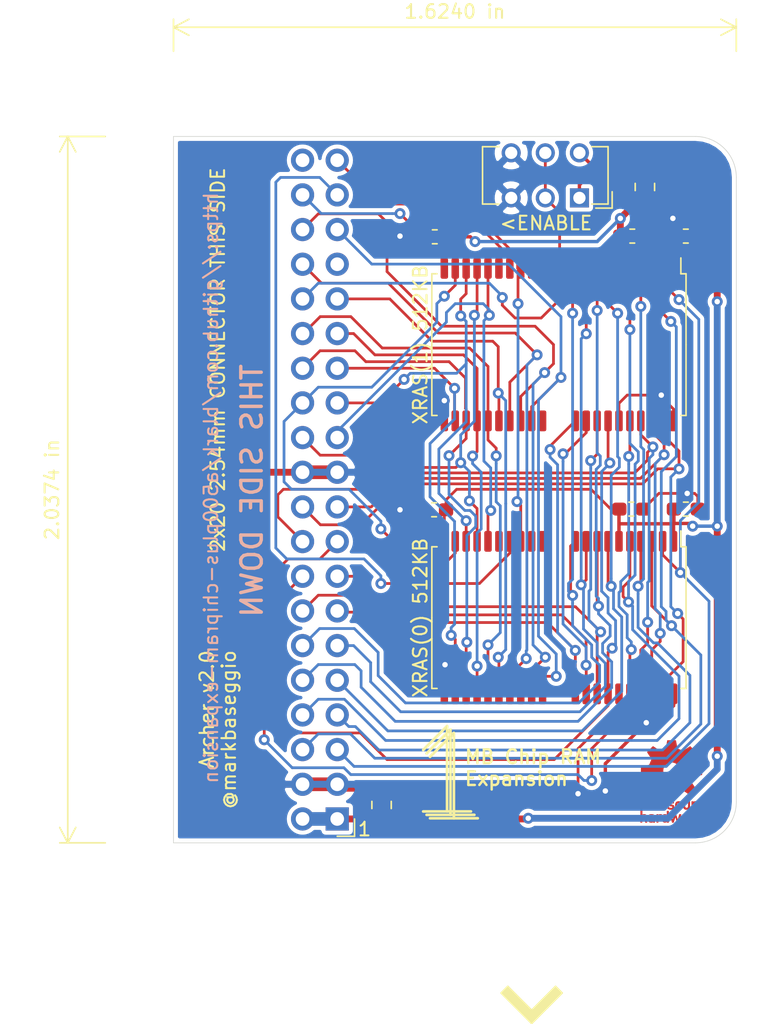
<source format=kicad_pcb>
(kicad_pcb (version 20171130) (host pcbnew "(5.1.4)-1")

  (general
    (thickness 1.6)
    (drawings 27)
    (tracks 755)
    (zones 0)
    (modules 13)
    (nets 46)
  )

  (page A4)
  (layers
    (0 F.Cu signal)
    (31 B.Cu signal)
    (32 B.Adhes user)
    (33 F.Adhes user)
    (34 B.Paste user)
    (35 F.Paste user)
    (36 B.SilkS user)
    (37 F.SilkS user)
    (38 B.Mask user)
    (39 F.Mask user)
    (40 Dwgs.User user)
    (41 Cmts.User user)
    (42 Eco1.User user)
    (43 Eco2.User user)
    (44 Edge.Cuts user)
    (45 Margin user)
    (46 B.CrtYd user hide)
    (47 F.CrtYd user hide)
    (48 B.Fab user hide)
    (49 F.Fab user hide)
  )

  (setup
    (last_trace_width 0.25)
    (user_trace_width 0.2)
    (user_trace_width 0.5)
    (user_trace_width 1)
    (trace_clearance 0.2)
    (zone_clearance 0.3)
    (zone_45_only no)
    (trace_min 0.2)
    (via_size 0.8)
    (via_drill 0.4)
    (via_min_size 0.4)
    (via_min_drill 0.3)
    (uvia_size 0.3)
    (uvia_drill 0.1)
    (uvias_allowed no)
    (uvia_min_size 0.2)
    (uvia_min_drill 0.1)
    (edge_width 0.05)
    (segment_width 0.2)
    (pcb_text_width 0.3)
    (pcb_text_size 1.5 1.5)
    (mod_edge_width 0.12)
    (mod_text_size 1 1)
    (mod_text_width 0.15)
    (pad_size 1.524 1.524)
    (pad_drill 0.762)
    (pad_to_mask_clearance 0.051)
    (solder_mask_min_width 0.25)
    (aux_axis_origin 0 0)
    (visible_elements 7FFFFFFF)
    (pcbplotparams
      (layerselection 0x010fc_ffffffff)
      (usegerberextensions false)
      (usegerberattributes false)
      (usegerberadvancedattributes false)
      (creategerberjobfile false)
      (excludeedgelayer true)
      (linewidth 0.100000)
      (plotframeref false)
      (viasonmask false)
      (mode 1)
      (useauxorigin false)
      (hpglpennumber 1)
      (hpglpenspeed 20)
      (hpglpendiameter 15.000000)
      (psnegative false)
      (psa4output false)
      (plotreference true)
      (plotvalue true)
      (plotinvisibletext false)
      (padsonsilk false)
      (subtractmaskfromsilk false)
      (outputformat 1)
      (mirror false)
      (drillshape 0)
      (scaleselection 1)
      (outputdirectory "gerbers/"))
  )

  (net 0 "")
  (net 1 "Net-(J1-Pad40)")
  (net 2 XWE)
  (net 3 "XRAS(1)")
  (net 4 "XRAS(0)")
  (net 5 XCASU)
  (net 6 XCASL)
  (net 7 XOE)
  (net 8 "Net-(J1-Pad33)")
  (net 9 EN)
  (net 10 /8)
  (net 11 /7)
  (net 12 /6)
  (net 13 /5)
  (net 14 /4)
  (net 15 /3)
  (net 16 /2)
  (net 17 /1)
  (net 18 /0)
  (net 19 GND)
  (net 20 /15)
  (net 21 /14)
  (net 22 /13)
  (net 23 /12)
  (net 24 /11)
  (net 25 /10)
  (net 26 /9)
  (net 27 +5V)
  (net 28 "Net-(U1-Pad11)")
  (net 29 "Net-(U1-Pad12)")
  (net 30 "Net-(U1-Pad15)")
  (net 31 "Net-(U1-Pad30)")
  (net 32 "Net-(U2-Pad11)")
  (net 33 "Net-(U2-Pad12)")
  (net 34 "Net-(U2-Pad15)")
  (net 35 "Net-(U2-Pad30)")
  (net 36 /D8)
  (net 37 /D7)
  (net 38 /D6)
  (net 39 /D5)
  (net 40 /D4)
  (net 41 /D3)
  (net 42 /D2)
  (net 43 /D1)
  (net 44 /D0)
  (net 45 "Net-(R1-Pad2)")

  (net_class Default "This is the default net class."
    (clearance 0.2)
    (trace_width 0.25)
    (via_dia 0.8)
    (via_drill 0.4)
    (uvia_dia 0.3)
    (uvia_drill 0.1)
    (add_net +5V)
    (add_net /0)
    (add_net /1)
    (add_net /10)
    (add_net /11)
    (add_net /12)
    (add_net /13)
    (add_net /14)
    (add_net /15)
    (add_net /2)
    (add_net /3)
    (add_net /4)
    (add_net /5)
    (add_net /6)
    (add_net /7)
    (add_net /8)
    (add_net /9)
    (add_net /D0)
    (add_net /D1)
    (add_net /D2)
    (add_net /D3)
    (add_net /D4)
    (add_net /D5)
    (add_net /D6)
    (add_net /D7)
    (add_net /D8)
    (add_net EN)
    (add_net GND)
    (add_net "Net-(J1-Pad33)")
    (add_net "Net-(J1-Pad40)")
    (add_net "Net-(R1-Pad2)")
    (add_net "Net-(U1-Pad11)")
    (add_net "Net-(U1-Pad12)")
    (add_net "Net-(U1-Pad15)")
    (add_net "Net-(U1-Pad30)")
    (add_net "Net-(U2-Pad11)")
    (add_net "Net-(U2-Pad12)")
    (add_net "Net-(U2-Pad15)")
    (add_net "Net-(U2-Pad30)")
    (add_net XCASL)
    (add_net XCASU)
    (add_net XOE)
    (add_net "XRAS(0)")
    (add_net "XRAS(1)")
    (add_net XWE)
  )

  (module Resistor_SMD:R_0805_2012Metric_Pad1.15x1.40mm_HandSolder (layer F.Cu) (tedit 5B36C52B) (tstamp 5DFC1174)
    (at 103.3 36.95 90)
    (descr "Resistor SMD 0805 (2012 Metric), square (rectangular) end terminal, IPC_7351 nominal with elongated pad for handsoldering. (Body size source: https://docs.google.com/spreadsheets/d/1BsfQQcO9C6DZCsRaXUlFlo91Tg2WpOkGARC1WS5S8t0/edit?usp=sharing), generated with kicad-footprint-generator")
    (tags "resistor handsolder")
    (path /5E09DA69)
    (attr smd)
    (fp_text reference R1 (at 0 -1.65 90) (layer F.Fab) hide
      (effects (font (size 1 1) (thickness 0.15)))
    )
    (fp_text value 10K (at 0 1.65 90) (layer F.Fab)
      (effects (font (size 1 1) (thickness 0.15)))
    )
    (fp_text user %R (at 0 0 90) (layer F.Fab)
      (effects (font (size 0.5 0.5) (thickness 0.08)))
    )
    (fp_line (start 1.85 0.95) (end -1.85 0.95) (layer F.CrtYd) (width 0.05))
    (fp_line (start 1.85 -0.95) (end 1.85 0.95) (layer F.CrtYd) (width 0.05))
    (fp_line (start -1.85 -0.95) (end 1.85 -0.95) (layer F.CrtYd) (width 0.05))
    (fp_line (start -1.85 0.95) (end -1.85 -0.95) (layer F.CrtYd) (width 0.05))
    (fp_line (start -0.261252 0.71) (end 0.261252 0.71) (layer F.SilkS) (width 0.12))
    (fp_line (start -0.261252 -0.71) (end 0.261252 -0.71) (layer F.SilkS) (width 0.12))
    (fp_line (start 1 0.6) (end -1 0.6) (layer F.Fab) (width 0.1))
    (fp_line (start 1 -0.6) (end 1 0.6) (layer F.Fab) (width 0.1))
    (fp_line (start -1 -0.6) (end 1 -0.6) (layer F.Fab) (width 0.1))
    (fp_line (start -1 0.6) (end -1 -0.6) (layer F.Fab) (width 0.1))
    (pad 2 smd roundrect (at 1.025 0 90) (size 1.15 1.4) (layers F.Cu F.Paste F.Mask) (roundrect_rratio 0.217391)
      (net 45 "Net-(R1-Pad2)"))
    (pad 1 smd roundrect (at -1.025 0 90) (size 1.15 1.4) (layers F.Cu F.Paste F.Mask) (roundrect_rratio 0.217391)
      (net 27 +5V))
    (model ${KISYS3DMOD}/Resistor_SMD.3dshapes/R_0805_2012Metric.wrl
      (at (xyz 0 0 0))
      (scale (xyz 1 1 1))
      (rotate (xyz 0 0 0))
    )
  )

  (module Button_Switch_THT:SW_CuK_JS202011AQN_DPDT_Angled (layer F.Cu) (tedit 5A02FE31) (tstamp 5DFBF933)
    (at 98.5 37.75 180)
    (descr "CuK sub miniature slide switch, JS series, DPDT, right angle, http://www.ckswitches.com/media/1422/js.pdf")
    (tags "switch DPDT")
    (path /5DFFBFE2)
    (fp_text reference SW1 (at 2.45 -2) (layer F.Fab) hide
      (effects (font (size 1 1) (thickness 0.15)))
    )
    (fp_text value <ENABLE (at 2.45 -1.85) (layer F.SilkS)
      (effects (font (size 1 1) (thickness 0.15)))
    )
    (fp_line (start 0.5 4.25) (end 0.5 6) (layer F.CrtYd) (width 0.05))
    (fp_line (start -1 -0.35) (end 7 -0.35) (layer F.Fab) (width 0.1))
    (fp_line (start 7 -0.35) (end 7 3.65) (layer F.Fab) (width 0.1))
    (fp_line (start 7 3.65) (end -2 3.65) (layer F.Fab) (width 0.1))
    (fp_line (start -2 3.65) (end -2 0.65) (layer F.Fab) (width 0.1))
    (fp_text user %R (at 2.5 1.75) (layer F.Fab)
      (effects (font (size 1 1) (thickness 0.15)))
    )
    (fp_line (start -0.9 -0.45) (end -2.1 -0.45) (layer F.SilkS) (width 0.12))
    (fp_line (start -2.1 -0.45) (end -2.1 3.75) (layer F.SilkS) (width 0.12))
    (fp_line (start -2.1 3.75) (end -0.9 3.75) (layer F.SilkS) (width 0.12))
    (fp_line (start 5.9 -0.45) (end 7.1 -0.45) (layer F.SilkS) (width 0.12))
    (fp_line (start 7.1 -0.45) (end 7.1 3.75) (layer F.SilkS) (width 0.12))
    (fp_line (start 7.1 3.75) (end 5.9 3.75) (layer F.SilkS) (width 0.12))
    (fp_line (start -1.2 -0.75) (end -2.4 -0.75) (layer F.SilkS) (width 0.12))
    (fp_line (start -2.4 -0.75) (end -2.4 0.45) (layer F.SilkS) (width 0.12))
    (fp_line (start 0.75 3.65) (end 0.75 5.65) (layer F.Fab) (width 0.1))
    (fp_line (start 0.75 5.65) (end 2.25 5.65) (layer F.Fab) (width 0.1))
    (fp_line (start 2.25 5.65) (end 2.25 3.65) (layer F.Fab) (width 0.1))
    (fp_line (start 4.5 6) (end 4.5 4.25) (layer F.CrtYd) (width 0.05))
    (fp_line (start 4.5 6) (end 0.5 6) (layer F.CrtYd) (width 0.05))
    (fp_line (start 0.5 4.25) (end -2.25 4.25) (layer F.CrtYd) (width 0.05))
    (fp_line (start -2.25 4.25) (end -2.25 -0.95) (layer F.CrtYd) (width 0.05))
    (fp_line (start -2.25 -0.95) (end 7.25 -0.95) (layer F.CrtYd) (width 0.05))
    (fp_line (start 7.25 -0.95) (end 7.25 4.25) (layer F.CrtYd) (width 0.05))
    (fp_line (start 7.25 4.25) (end 4.5 4.25) (layer F.CrtYd) (width 0.05))
    (fp_line (start -1 -0.35) (end -2 0.65) (layer F.Fab) (width 0.1))
    (pad 6 thru_hole circle (at 5 3.3 180) (size 1.4 1.4) (drill 0.9) (layers *.Cu *.Mask)
      (net 19 GND))
    (pad 5 thru_hole circle (at 2.5 3.3 180) (size 1.4 1.4) (drill 0.9) (layers *.Cu *.Mask)
      (net 9 EN))
    (pad 4 thru_hole circle (at 0 3.3 180) (size 1.4 1.4) (drill 0.9) (layers *.Cu *.Mask)
      (net 45 "Net-(R1-Pad2)"))
    (pad 3 thru_hole circle (at 5 0 180) (size 1.4 1.4) (drill 0.9) (layers *.Cu *.Mask)
      (net 19 GND))
    (pad 2 thru_hole circle (at 2.5 0 180) (size 1.4 1.4) (drill 0.9) (layers *.Cu *.Mask)
      (net 9 EN))
    (pad 1 thru_hole rect (at 0 0 180) (size 1.4 1.4) (drill 0.9) (layers *.Cu *.Mask)
      (net 45 "Net-(R1-Pad2)"))
    (model ${KISYS3DMOD}/Button_Switch_THT.3dshapes/SW_CuK_JS202011AQN_DPDT_Angled.wrl
      (at (xyz 0 0 0))
      (scale (xyz 1 1 1))
      (rotate (xyz 0 0 0))
    )
  )

  (module Connector_PinHeader_2.54mm:PinHeader_2x20_P2.54mm_Horizontal (layer F.Cu) (tedit 5DF8F6A2) (tstamp 5DF9ED0D)
    (at 80.75 83.25 180)
    (descr "Through hole angled pin header, 2x20, 2.54mm pitch, 6mm pin length, double rows")
    (tags "Through hole angled pin header THT 2x20 2.54mm double row")
    (path /5DE84832)
    (fp_text reference J1 (at 5.655 -2.27 180) (layer F.Fab) hide
      (effects (font (size 1 1) (thickness 0.15)))
    )
    (fp_text value "A500 MEM EXP" (at 5.655 50.53 180) (layer F.Fab)
      (effects (font (size 1 1) (thickness 0.15)))
    )
    (fp_line (start -1.27 0) (end -1.27 -1.27) (layer F.SilkS) (width 0.12))
    (fp_line (start -1.27 -1.27) (end 0 -1.27) (layer F.SilkS) (width 0.12))
    (fp_line (start -1.8 -1.8) (end -1.8 50.05) (layer F.CrtYd) (width 0.05))
    (fp_line (start -1.8 50.05) (end 13.1 50.05) (layer F.CrtYd) (width 0.05))
    (fp_line (start 13.1 50.05) (end 13.1 -1.8) (layer F.CrtYd) (width 0.05))
    (fp_line (start 13.1 -1.8) (end -1.8 -1.8) (layer F.CrtYd) (width 0.05))
    (fp_text user %R (at 5.31 24.13 270) (layer F.Fab)
      (effects (font (size 1 1) (thickness 0.15)))
    )
    (pad 1 thru_hole rect (at 0 0 180) (size 1.7 1.7) (drill 1) (layers *.Cu *.Mask)
      (net 27 +5V))
    (pad 2 thru_hole oval (at 2.54 0 180) (size 1.7 1.7) (drill 1) (layers *.Cu *.Mask)
      (net 27 +5V))
    (pad 3 thru_hole oval (at 0 2.54 180) (size 1.7 1.7) (drill 1) (layers *.Cu *.Mask)
      (net 19 GND))
    (pad 4 thru_hole oval (at 2.54 2.54 180) (size 1.7 1.7) (drill 1) (layers *.Cu *.Mask)
      (net 19 GND))
    (pad 5 thru_hole oval (at 0 5.08 180) (size 1.7 1.7) (drill 1) (layers *.Cu *.Mask)
      (net 18 /0))
    (pad 6 thru_hole oval (at 2.54 5.08 180) (size 1.7 1.7) (drill 1) (layers *.Cu *.Mask)
      (net 17 /1))
    (pad 7 thru_hole oval (at 0 7.62 180) (size 1.7 1.7) (drill 1) (layers *.Cu *.Mask)
      (net 16 /2))
    (pad 8 thru_hole oval (at 2.54 7.62 180) (size 1.7 1.7) (drill 1) (layers *.Cu *.Mask)
      (net 15 /3))
    (pad 9 thru_hole oval (at 0 10.16 180) (size 1.7 1.7) (drill 1) (layers *.Cu *.Mask)
      (net 14 /4))
    (pad 10 thru_hole oval (at 2.54 10.16 180) (size 1.7 1.7) (drill 1) (layers *.Cu *.Mask)
      (net 13 /5))
    (pad 11 thru_hole oval (at 0 12.7 180) (size 1.7 1.7) (drill 1) (layers *.Cu *.Mask)
      (net 12 /6))
    (pad 12 thru_hole oval (at 2.54 12.7 180) (size 1.7 1.7) (drill 1) (layers *.Cu *.Mask)
      (net 11 /7))
    (pad 13 thru_hole oval (at 0 15.24 180) (size 1.7 1.7) (drill 1) (layers *.Cu *.Mask)
      (net 10 /8))
    (pad 14 thru_hole oval (at 2.54 15.24 180) (size 1.7 1.7) (drill 1) (layers *.Cu *.Mask)
      (net 26 /9))
    (pad 15 thru_hole oval (at 0 17.78 180) (size 1.7 1.7) (drill 1) (layers *.Cu *.Mask)
      (net 25 /10))
    (pad 16 thru_hole oval (at 2.54 17.78 180) (size 1.7 1.7) (drill 1) (layers *.Cu *.Mask)
      (net 24 /11))
    (pad 17 thru_hole oval (at 0 20.32 180) (size 1.7 1.7) (drill 1) (layers *.Cu *.Mask)
      (net 23 /12))
    (pad 18 thru_hole oval (at 2.54 20.32 180) (size 1.7 1.7) (drill 1) (layers *.Cu *.Mask)
      (net 22 /13))
    (pad 19 thru_hole oval (at 0 22.86 180) (size 1.7 1.7) (drill 1) (layers *.Cu *.Mask)
      (net 21 /14))
    (pad 20 thru_hole oval (at 2.54 22.86 180) (size 1.7 1.7) (drill 1) (layers *.Cu *.Mask)
      (net 20 /15))
    (pad 21 thru_hole oval (at 0 25.4 180) (size 1.7 1.7) (drill 1) (layers *.Cu *.Mask)
      (net 19 GND))
    (pad 22 thru_hole oval (at 2.54 25.4 180) (size 1.7 1.7) (drill 1) (layers *.Cu *.Mask)
      (net 19 GND))
    (pad 23 thru_hole oval (at 0 27.94 180) (size 1.7 1.7) (drill 1) (layers *.Cu *.Mask)
      (net 44 /D0))
    (pad 24 thru_hole oval (at 2.54 27.94 180) (size 1.7 1.7) (drill 1) (layers *.Cu *.Mask)
      (net 43 /D1))
    (pad 25 thru_hole oval (at 0 30.48 180) (size 1.7 1.7) (drill 1) (layers *.Cu *.Mask)
      (net 42 /D2))
    (pad 26 thru_hole oval (at 2.54 30.48 180) (size 1.7 1.7) (drill 1) (layers *.Cu *.Mask)
      (net 41 /D3))
    (pad 27 thru_hole oval (at 0 33.02 180) (size 1.7 1.7) (drill 1) (layers *.Cu *.Mask)
      (net 40 /D4))
    (pad 28 thru_hole oval (at 2.54 33.02 180) (size 1.7 1.7) (drill 1) (layers *.Cu *.Mask)
      (net 39 /D5))
    (pad 29 thru_hole oval (at 0 35.56 180) (size 1.7 1.7) (drill 1) (layers *.Cu *.Mask)
      (net 38 /D6))
    (pad 30 thru_hole oval (at 2.54 35.56 180) (size 1.7 1.7) (drill 1) (layers *.Cu *.Mask)
      (net 37 /D7))
    (pad 31 thru_hole oval (at 0 38.1 180) (size 1.7 1.7) (drill 1) (layers *.Cu *.Mask)
      (net 36 /D8))
    (pad 32 thru_hole oval (at 2.54 38.1 180) (size 1.7 1.7) (drill 1) (layers *.Cu *.Mask)
      (net 9 EN))
    (pad 33 thru_hole oval (at 0 40.64 180) (size 1.7 1.7) (drill 1) (layers *.Cu *.Mask)
      (net 8 "Net-(J1-Pad33)"))
    (pad 34 thru_hole oval (at 2.54 40.64 180) (size 1.7 1.7) (drill 1) (layers *.Cu *.Mask)
      (net 7 XOE))
    (pad 35 thru_hole oval (at 0 43.18 180) (size 1.7 1.7) (drill 1) (layers *.Cu *.Mask)
      (net 6 XCASL))
    (pad 36 thru_hole oval (at 2.54 43.18 180) (size 1.7 1.7) (drill 1) (layers *.Cu *.Mask)
      (net 5 XCASU))
    (pad 37 thru_hole oval (at 0 45.72 180) (size 1.7 1.7) (drill 1) (layers *.Cu *.Mask)
      (net 4 "XRAS(0)"))
    (pad 38 thru_hole oval (at 2.54 45.72 180) (size 1.7 1.7) (drill 1) (layers *.Cu *.Mask)
      (net 3 "XRAS(1)"))
    (pad 39 thru_hole oval (at 0 48.26 180) (size 1.7 1.7) (drill 1) (layers *.Cu *.Mask)
      (net 2 XWE))
    (pad 40 thru_hole oval (at 2.54 48.26 180) (size 1.7 1.7) (drill 1) (layers *.Cu *.Mask)
      (net 1 "Net-(J1-Pad40)"))
    (model ${KISYS3DMOD}/Connector_PinSocket_2.54mm.3dshapes/PinSocket_2x20_P2.54mm_Horizontal.wrl
      (offset (xyz 0 -48.25 0))
      (scale (xyz 1 1 1))
      (rotate (xyz 0 0 180))
    )
  )

  (module Capacitor_SMD:C_0805_2012Metric_Pad1.15x1.40mm_HandSolder (layer F.Cu) (tedit 5B36C52B) (tstamp 5DFB2B41)
    (at 84 82.225 90)
    (descr "Capacitor SMD 0805 (2012 Metric), square (rectangular) end terminal, IPC_7351 nominal with elongated pad for handsoldering. (Body size source: https://docs.google.com/spreadsheets/d/1BsfQQcO9C6DZCsRaXUlFlo91Tg2WpOkGARC1WS5S8t0/edit?usp=sharing), generated with kicad-footprint-generator")
    (tags "capacitor handsolder")
    (path /5DFB4940)
    (attr smd)
    (fp_text reference C7 (at 0 -1.65 90) (layer F.Fab) hide
      (effects (font (size 1 1) (thickness 0.15)))
    )
    (fp_text value 10uF (at 0 1.65 90) (layer F.Fab)
      (effects (font (size 1 1) (thickness 0.15)))
    )
    (fp_line (start -1 0.6) (end -1 -0.6) (layer F.Fab) (width 0.1))
    (fp_line (start -1 -0.6) (end 1 -0.6) (layer F.Fab) (width 0.1))
    (fp_line (start 1 -0.6) (end 1 0.6) (layer F.Fab) (width 0.1))
    (fp_line (start 1 0.6) (end -1 0.6) (layer F.Fab) (width 0.1))
    (fp_line (start -0.261252 -0.71) (end 0.261252 -0.71) (layer F.SilkS) (width 0.12))
    (fp_line (start -0.261252 0.71) (end 0.261252 0.71) (layer F.SilkS) (width 0.12))
    (fp_line (start -1.85 0.95) (end -1.85 -0.95) (layer F.CrtYd) (width 0.05))
    (fp_line (start -1.85 -0.95) (end 1.85 -0.95) (layer F.CrtYd) (width 0.05))
    (fp_line (start 1.85 -0.95) (end 1.85 0.95) (layer F.CrtYd) (width 0.05))
    (fp_line (start 1.85 0.95) (end -1.85 0.95) (layer F.CrtYd) (width 0.05))
    (fp_text user %R (at 0 0 90) (layer F.Fab)
      (effects (font (size 0.5 0.5) (thickness 0.08)))
    )
    (pad 1 smd roundrect (at -1.025 0 90) (size 1.15 1.4) (layers F.Cu F.Paste F.Mask) (roundrect_rratio 0.217391)
      (net 27 +5V))
    (pad 2 smd roundrect (at 1.025 0 90) (size 1.15 1.4) (layers F.Cu F.Paste F.Mask) (roundrect_rratio 0.217391)
      (net 19 GND))
    (model ${KISYS3DMOD}/Capacitor_SMD.3dshapes/C_0805_2012Metric.wrl
      (at (xyz 0 0 0))
      (scale (xyz 1 1 1))
      (rotate (xyz 0 0 0))
    )
  )

  (module Symbol:OSHW-Logo_5.7x6mm_Copper (layer F.Cu) (tedit 5DF8F3AE) (tstamp 5DFC56F9)
    (at 105.25 80.5)
    (descr "Open Source Hardware Logo")
    (tags "Logo OSHW")
    (attr virtual)
    (fp_text reference REF** (at 0 0) (layer F.SilkS) hide
      (effects (font (size 1 1) (thickness 0.15)))
    )
    (fp_text value OSHW-Logo_5.7x6mm_Copper (at 0.75 0) (layer F.Fab) hide
      (effects (font (size 1 1) (thickness 0.15)))
    )
    (fp_poly (pts (xy 0.376964 -2.709982) (xy 0.433812 -2.40843) (xy 0.853338 -2.235488) (xy 1.104984 -2.406605)
      (xy 1.175458 -2.45425) (xy 1.239163 -2.49679) (xy 1.293126 -2.532285) (xy 1.334373 -2.55879)
      (xy 1.359934 -2.574364) (xy 1.366895 -2.577722) (xy 1.379435 -2.569086) (xy 1.406231 -2.545208)
      (xy 1.44428 -2.509141) (xy 1.490579 -2.463933) (xy 1.542123 -2.412636) (xy 1.595909 -2.358299)
      (xy 1.648935 -2.303972) (xy 1.698195 -2.252705) (xy 1.740687 -2.207549) (xy 1.773407 -2.171554)
      (xy 1.793351 -2.14777) (xy 1.798119 -2.13981) (xy 1.791257 -2.125135) (xy 1.77202 -2.092986)
      (xy 1.74243 -2.046508) (xy 1.70451 -1.988844) (xy 1.660282 -1.92314) (xy 1.634654 -1.885664)
      (xy 1.587941 -1.817232) (xy 1.546432 -1.75548) (xy 1.51214 -1.703481) (xy 1.48708 -1.664308)
      (xy 1.473264 -1.641035) (xy 1.471188 -1.636145) (xy 1.475895 -1.622245) (xy 1.488723 -1.58985)
      (xy 1.507738 -1.543515) (xy 1.531003 -1.487794) (xy 1.556584 -1.427242) (xy 1.582545 -1.366414)
      (xy 1.60695 -1.309864) (xy 1.627863 -1.262148) (xy 1.643349 -1.227819) (xy 1.651472 -1.211432)
      (xy 1.651952 -1.210788) (xy 1.664707 -1.207659) (xy 1.698677 -1.200679) (xy 1.75034 -1.190533)
      (xy 1.816176 -1.177908) (xy 1.892664 -1.163491) (xy 1.93729 -1.155177) (xy 2.019021 -1.139616)
      (xy 2.092843 -1.124808) (xy 2.155021 -1.111564) (xy 2.201822 -1.100695) (xy 2.229509 -1.093011)
      (xy 2.235074 -1.090573) (xy 2.240526 -1.07407) (xy 2.244924 -1.0368) (xy 2.248272 -0.98312)
      (xy 2.250574 -0.917388) (xy 2.251832 -0.843963) (xy 2.252048 -0.767204) (xy 2.251227 -0.691468)
      (xy 2.249371 -0.621114) (xy 2.246482 -0.5605) (xy 2.242565 -0.513984) (xy 2.237622 -0.485925)
      (xy 2.234657 -0.480084) (xy 2.216934 -0.473083) (xy 2.179381 -0.463073) (xy 2.126964 -0.451231)
      (xy 2.064652 -0.438733) (xy 2.0429 -0.43469) (xy 1.938024 -0.41548) (xy 1.85518 -0.400009)
      (xy 1.79163 -0.387663) (xy 1.744637 -0.377827) (xy 1.711463 -0.369886) (xy 1.689371 -0.363224)
      (xy 1.675624 -0.357227) (xy 1.667484 -0.351281) (xy 1.666345 -0.350106) (xy 1.654977 -0.331174)
      (xy 1.637635 -0.294331) (xy 1.61605 -0.244087) (xy 1.591954 -0.184954) (xy 1.567079 -0.121444)
      (xy 1.543157 -0.058068) (xy 1.521919 0.000662) (xy 1.505097 0.050235) (xy 1.494422 0.086139)
      (xy 1.491627 0.103862) (xy 1.49186 0.104483) (xy 1.501331 0.11897) (xy 1.522818 0.150844)
      (xy 1.554063 0.196789) (xy 1.592807 0.253485) (xy 1.636793 0.317617) (xy 1.649319 0.335842)
      (xy 1.693984 0.401914) (xy 1.733288 0.4622) (xy 1.765088 0.513235) (xy 1.787245 0.55156)
      (xy 1.797617 0.573711) (xy 1.798119 0.576432) (xy 1.789405 0.590736) (xy 1.765325 0.619072)
      (xy 1.728976 0.658396) (xy 1.683453 0.705661) (xy 1.631852 0.757823) (xy 1.577267 0.811835)
      (xy 1.522794 0.864653) (xy 1.471529 0.913231) (xy 1.426567 0.954523) (xy 1.391004 0.985485)
      (xy 1.367935 1.00307) (xy 1.361554 1.005941) (xy 1.346699 0.999178) (xy 1.316286 0.980939)
      (xy 1.275268 0.954297) (xy 1.243709 0.932852) (xy 1.186525 0.893503) (xy 1.118806 0.847171)
      (xy 1.05088 0.800913) (xy 1.014361 0.776155) (xy 0.890752 0.692547) (xy 0.786991 0.74865)
      (xy 0.73972 0.773228) (xy 0.699523 0.792331) (xy 0.672326 0.803227) (xy 0.665402 0.804743)
      (xy 0.657077 0.793549) (xy 0.640654 0.761917) (xy 0.617357 0.712765) (xy 0.588414 0.64901)
      (xy 0.55505 0.573571) (xy 0.518491 0.489364) (xy 0.479964 0.399308) (xy 0.440694 0.306321)
      (xy 0.401908 0.21332) (xy 0.36483 0.123223) (xy 0.330689 0.038948) (xy 0.300708 -0.036587)
      (xy 0.276116 -0.100466) (xy 0.258136 -0.149769) (xy 0.247997 -0.181579) (xy 0.246366 -0.192504)
      (xy 0.259291 -0.206439) (xy 0.287589 -0.22906) (xy 0.325346 -0.255667) (xy 0.328515 -0.257772)
      (xy 0.4261 -0.335886) (xy 0.504786 -0.427018) (xy 0.563891 -0.528255) (xy 0.602732 -0.636682)
      (xy 0.620628 -0.749386) (xy 0.616897 -0.863452) (xy 0.590857 -0.975966) (xy 0.541825 -1.084015)
      (xy 0.5274 -1.107655) (xy 0.452369 -1.203113) (xy 0.36373 -1.279768) (xy 0.264549 -1.33722)
      (xy 0.157895 -1.375071) (xy 0.046836 -1.392922) (xy -0.065561 -1.390375) (xy -0.176227 -1.36703)
      (xy -0.282094 -1.32249) (xy -0.380095 -1.256355) (xy -0.41041 -1.229513) (xy -0.487562 -1.145488)
      (xy -0.543782 -1.057034) (xy -0.582347 -0.957885) (xy -0.603826 -0.859697) (xy -0.609128 -0.749303)
      (xy -0.591448 -0.63836) (xy -0.552581 -0.530619) (xy -0.494323 -0.429831) (xy -0.418469 -0.339744)
      (xy -0.326817 -0.264108) (xy -0.314772 -0.256136) (xy -0.276611 -0.230026) (xy -0.247601 -0.207405)
      (xy -0.233732 -0.192961) (xy -0.233531 -0.192504) (xy -0.236508 -0.176879) (xy -0.248311 -0.141418)
      (xy -0.267714 -0.089038) (xy -0.293488 -0.022655) (xy -0.324409 0.054814) (xy -0.359249 0.14045)
      (xy -0.396783 0.231337) (xy -0.435783 0.324559) (xy -0.475023 0.417197) (xy -0.513276 0.506335)
      (xy -0.549317 0.589055) (xy -0.581917 0.662441) (xy -0.609852 0.723575) (xy -0.631895 0.769541)
      (xy -0.646818 0.797421) (xy -0.652828 0.804743) (xy -0.671191 0.799041) (xy -0.705552 0.783749)
      (xy -0.749984 0.761599) (xy -0.774417 0.74865) (xy -0.878178 0.692547) (xy -1.001787 0.776155)
      (xy -1.064886 0.818987) (xy -1.13397 0.866122) (xy -1.198707 0.910503) (xy -1.231134 0.932852)
      (xy -1.276741 0.963477) (xy -1.31536 0.987747) (xy -1.341952 1.002587) (xy -1.35059 1.005724)
      (xy -1.363161 0.997261) (xy -1.390984 0.973636) (xy -1.431361 0.937302) (xy -1.481595 0.890711)
      (xy -1.538988 0.836317) (xy -1.575286 0.801392) (xy -1.63879 0.738996) (xy -1.693673 0.683188)
      (xy -1.737714 0.636354) (xy -1.768695 0.600882) (xy -1.784398 0.579161) (xy -1.785905 0.574752)
      (xy -1.778914 0.557985) (xy -1.759594 0.524082) (xy -1.730091 0.476476) (xy -1.692545 0.418599)
      (xy -1.6491 0.353884) (xy -1.636745 0.335842) (xy -1.591727 0.270267) (xy -1.55134 0.211228)
      (xy -1.51784 0.162042) (xy -1.493486 0.126028) (xy -1.480536 0.106502) (xy -1.479285 0.104483)
      (xy -1.481156 0.088922) (xy -1.491087 0.054709) (xy -1.507347 0.006355) (xy -1.528205 -0.051629)
      (xy -1.551927 -0.11473) (xy -1.576784 -0.178437) (xy -1.601042 -0.238239) (xy -1.622971 -0.289624)
      (xy -1.640838 -0.328081) (xy -1.652913 -0.349098) (xy -1.653771 -0.350106) (xy -1.661154 -0.356112)
      (xy -1.673625 -0.362052) (xy -1.69392 -0.36854) (xy -1.724778 -0.376191) (xy -1.768934 -0.38562)
      (xy -1.829126 -0.397441) (xy -1.908093 -0.412271) (xy -2.00857 -0.430723) (xy -2.030325 -0.43469)
      (xy -2.094802 -0.447147) (xy -2.151011 -0.459334) (xy -2.193987 -0.470074) (xy -2.21876 -0.478191)
      (xy -2.222082 -0.480084) (xy -2.227556 -0.496862) (xy -2.232006 -0.534355) (xy -2.235428 -0.588206)
      (xy -2.237819 -0.654056) (xy -2.239177 -0.727547) (xy -2.239499 -0.80432) (xy -2.238781 -0.880017)
      (xy -2.237021 -0.95028) (xy -2.234216 -1.01075) (xy -2.230362 -1.05707) (xy -2.225457 -1.084881)
      (xy -2.2225 -1.090573) (xy -2.206037 -1.096314) (xy -2.168551 -1.105655) (xy -2.113775 -1.117785)
      (xy -2.045445 -1.131893) (xy -1.967294 -1.14717) (xy -1.924716 -1.155177) (xy -1.843929 -1.170279)
      (xy -1.771887 -1.18396) (xy -1.712111 -1.195533) (xy -1.668121 -1.204313) (xy -1.643439 -1.209613)
      (xy -1.639377 -1.210788) (xy -1.632511 -1.224035) (xy -1.617998 -1.255943) (xy -1.597771 -1.301953)
      (xy -1.573766 -1.357508) (xy -1.547918 -1.418047) (xy -1.52216 -1.479014) (xy -1.498427 -1.535849)
      (xy -1.478654 -1.583994) (xy -1.464776 -1.61889) (xy -1.458726 -1.635979) (xy -1.458614 -1.636726)
      (xy -1.465472 -1.650207) (xy -1.484698 -1.68123) (xy -1.514272 -1.726711) (xy -1.552173 -1.783568)
      (xy -1.59638 -1.848717) (xy -1.622079 -1.886138) (xy -1.668907 -1.954753) (xy -1.710499 -2.017048)
      (xy -1.744825 -2.069871) (xy -1.769857 -2.110073) (xy -1.783565 -2.1345) (xy -1.785544 -2.139976)
      (xy -1.777034 -2.152722) (xy -1.753507 -2.179937) (xy -1.717968 -2.218572) (xy -1.673423 -2.265577)
      (xy -1.622877 -2.317905) (xy -1.569336 -2.372505) (xy -1.515805 -2.42633) (xy -1.465289 -2.47633)
      (xy -1.420794 -2.519457) (xy -1.385325 -2.552661) (xy -1.361887 -2.572894) (xy -1.354046 -2.577722)
      (xy -1.34128 -2.570933) (xy -1.310744 -2.551858) (xy -1.26541 -2.522439) (xy -1.208244 -2.484619)
      (xy -1.142216 -2.440339) (xy -1.09241 -2.406605) (xy -0.840764 -2.235488) (xy -0.631001 -2.321959)
      (xy -0.421237 -2.40843) (xy -0.364389 -2.709982) (xy -0.30754 -3.011534) (xy 0.320115 -3.011534)
      (xy 0.376964 -2.709982)) (layer F.Cu) (width 0.01))
    (fp_poly (pts (xy 1.79946 1.45803) (xy 1.842711 1.471245) (xy 1.870558 1.487941) (xy 1.879629 1.501145)
      (xy 1.877132 1.516797) (xy 1.860931 1.541385) (xy 1.847232 1.5588) (xy 1.818992 1.590283)
      (xy 1.797775 1.603529) (xy 1.779688 1.602664) (xy 1.726035 1.58901) (xy 1.68663 1.58963)
      (xy 1.654632 1.605104) (xy 1.64389 1.614161) (xy 1.609505 1.646027) (xy 1.609505 2.062179)
      (xy 1.471188 2.062179) (xy 1.471188 1.458614) (xy 1.540347 1.458614) (xy 1.581869 1.460256)
      (xy 1.603291 1.466087) (xy 1.609502 1.477461) (xy 1.609505 1.477798) (xy 1.612439 1.489713)
      (xy 1.625704 1.488159) (xy 1.644084 1.479563) (xy 1.682046 1.463568) (xy 1.712872 1.453945)
      (xy 1.752536 1.451478) (xy 1.79946 1.45803)) (layer F.Cu) (width 0.01))
    (fp_poly (pts (xy -0.754012 1.469002) (xy -0.722717 1.48395) (xy -0.692409 1.505541) (xy -0.669318 1.530391)
      (xy -0.6525 1.562087) (xy -0.641006 1.604214) (xy -0.633891 1.660358) (xy -0.630207 1.734106)
      (xy -0.629008 1.829044) (xy -0.628989 1.838985) (xy -0.628713 2.062179) (xy -0.76703 2.062179)
      (xy -0.76703 1.856418) (xy -0.767128 1.780189) (xy -0.767809 1.724939) (xy -0.769651 1.686501)
      (xy -0.773233 1.660706) (xy -0.779132 1.643384) (xy -0.787927 1.630368) (xy -0.80018 1.617507)
      (xy -0.843047 1.589873) (xy -0.889843 1.584745) (xy -0.934424 1.602217) (xy -0.949928 1.615221)
      (xy -0.96131 1.627447) (xy -0.969481 1.64054) (xy -0.974974 1.658615) (xy -0.97832 1.685787)
      (xy -0.980051 1.72617) (xy -0.980697 1.783879) (xy -0.980792 1.854132) (xy -0.980792 2.062179)
      (xy -1.119109 2.062179) (xy -1.119109 1.458614) (xy -1.04995 1.458614) (xy -1.008428 1.460256)
      (xy -0.987006 1.466087) (xy -0.980795 1.477461) (xy -0.980792 1.477798) (xy -0.97791 1.488938)
      (xy -0.965199 1.487674) (xy -0.939926 1.475434) (xy -0.882605 1.457424) (xy -0.817037 1.455421)
      (xy -0.754012 1.469002)) (layer F.Cu) (width 0.01))
    (fp_poly (pts (xy 2.677898 1.456457) (xy 2.710096 1.464279) (xy 2.771825 1.492921) (xy 2.82461 1.536667)
      (xy 2.861141 1.589117) (xy 2.86616 1.600893) (xy 2.873045 1.63174) (xy 2.877864 1.677371)
      (xy 2.879505 1.723492) (xy 2.879505 1.810693) (xy 2.697178 1.810693) (xy 2.621979 1.810978)
      (xy 2.569003 1.812704) (xy 2.535325 1.817181) (xy 2.51802 1.82572) (xy 2.514163 1.83963)
      (xy 2.520829 1.860222) (xy 2.53277 1.884315) (xy 2.56608 1.924525) (xy 2.612368 1.944558)
      (xy 2.668944 1.943905) (xy 2.733031 1.922101) (xy 2.788417 1.895193) (xy 2.834375 1.931532)
      (xy 2.880333 1.967872) (xy 2.837096 2.007819) (xy 2.779374 2.045563) (xy 2.708386 2.06832)
      (xy 2.632029 2.074688) (xy 2.558199 2.063268) (xy 2.546287 2.059393) (xy 2.481399 2.025506)
      (xy 2.43313 1.974986) (xy 2.400465 1.906325) (xy 2.382385 1.818014) (xy 2.382175 1.816121)
      (xy 2.380556 1.719878) (xy 2.3871 1.685542) (xy 2.514852 1.685542) (xy 2.526584 1.690822)
      (xy 2.558438 1.694867) (xy 2.605397 1.697176) (xy 2.635154 1.697525) (xy 2.690648 1.697306)
      (xy 2.725346 1.695916) (xy 2.743601 1.692251) (xy 2.749766 1.68521) (xy 2.748195 1.67369)
      (xy 2.746878 1.669233) (xy 2.724382 1.627355) (xy 2.689003 1.593604) (xy 2.65778 1.578773)
      (xy 2.616301 1.579668) (xy 2.574269 1.598164) (xy 2.539012 1.628786) (xy 2.517854 1.666062)
      (xy 2.514852 1.685542) (xy 2.3871 1.685542) (xy 2.39669 1.635229) (xy 2.428698 1.564191)
      (xy 2.474701 1.508779) (xy 2.532821 1.471009) (xy 2.60118 1.452896) (xy 2.677898 1.456457)) (layer F.Cu) (width 0.01))
    (fp_poly (pts (xy 2.217226 1.46388) (xy 2.29008 1.49483) (xy 2.313027 1.509895) (xy 2.342354 1.533048)
      (xy 2.360764 1.551253) (xy 2.363961 1.557183) (xy 2.354935 1.57034) (xy 2.331837 1.592667)
      (xy 2.313344 1.60825) (xy 2.262728 1.648926) (xy 2.22276 1.615295) (xy 2.191874 1.593584)
      (xy 2.161759 1.58609) (xy 2.127292 1.58792) (xy 2.072561 1.601528) (xy 2.034886 1.629772)
      (xy 2.011991 1.675433) (xy 2.001597 1.741289) (xy 2.001595 1.741331) (xy 2.002494 1.814939)
      (xy 2.016463 1.868946) (xy 2.044328 1.905716) (xy 2.063325 1.918168) (xy 2.113776 1.933673)
      (xy 2.167663 1.933683) (xy 2.214546 1.918638) (xy 2.225644 1.911287) (xy 2.253476 1.892511)
      (xy 2.275236 1.889434) (xy 2.298704 1.903409) (xy 2.324649 1.92851) (xy 2.365716 1.97088)
      (xy 2.320121 2.008464) (xy 2.249674 2.050882) (xy 2.170233 2.071785) (xy 2.087215 2.070272)
      (xy 2.032694 2.056411) (xy 1.96897 2.022135) (xy 1.918005 1.968212) (xy 1.894851 1.930149)
      (xy 1.876099 1.875536) (xy 1.866715 1.806369) (xy 1.866643 1.731407) (xy 1.875824 1.659409)
      (xy 1.894199 1.599137) (xy 1.897093 1.592958) (xy 1.939952 1.532351) (xy 1.997979 1.488224)
      (xy 2.066591 1.461493) (xy 2.141201 1.453073) (xy 2.217226 1.46388)) (layer F.Cu) (width 0.01))
    (fp_poly (pts (xy 0.993367 1.654342) (xy 0.994555 1.746563) (xy 0.998897 1.81661) (xy 1.007558 1.867381)
      (xy 1.021704 1.901772) (xy 1.0425 1.922679) (xy 1.07111 1.933) (xy 1.106535 1.935636)
      (xy 1.143636 1.932682) (xy 1.171818 1.921889) (xy 1.192243 1.90036) (xy 1.206079 1.865199)
      (xy 1.214491 1.81351) (xy 1.218643 1.742394) (xy 1.219703 1.654342) (xy 1.219703 1.458614)
      (xy 1.35802 1.458614) (xy 1.35802 2.062179) (xy 1.288862 2.062179) (xy 1.24717 2.060489)
      (xy 1.225701 2.054556) (xy 1.219703 2.043293) (xy 1.216091 2.033261) (xy 1.201714 2.035383)
      (xy 1.172736 2.04958) (xy 1.106319 2.07148) (xy 1.035875 2.069928) (xy 0.968377 2.046147)
      (xy 0.936233 2.027362) (xy 0.911715 2.007022) (xy 0.893804 1.981573) (xy 0.881479 1.947458)
      (xy 0.873723 1.901121) (xy 0.869516 1.839007) (xy 0.86784 1.757561) (xy 0.867624 1.694578)
      (xy 0.867624 1.458614) (xy 0.993367 1.458614) (xy 0.993367 1.654342)) (layer F.Cu) (width 0.01))
    (fp_poly (pts (xy 0.610762 1.466055) (xy 0.674363 1.500692) (xy 0.724123 1.555372) (xy 0.747568 1.599842)
      (xy 0.757634 1.639121) (xy 0.764156 1.695116) (xy 0.766951 1.759621) (xy 0.765836 1.824429)
      (xy 0.760626 1.881334) (xy 0.754541 1.911727) (xy 0.734014 1.953306) (xy 0.698463 1.997468)
      (xy 0.655619 2.036087) (xy 0.613211 2.061034) (xy 0.612177 2.06143) (xy 0.559553 2.072331)
      (xy 0.497188 2.072601) (xy 0.437924 2.062676) (xy 0.41504 2.054722) (xy 0.356102 2.0213)
      (xy 0.31389 1.977511) (xy 0.286156 1.919538) (xy 0.270651 1.843565) (xy 0.267143 1.803771)
      (xy 0.26759 1.753766) (xy 0.402376 1.753766) (xy 0.406917 1.826732) (xy 0.419986 1.882334)
      (xy 0.440756 1.917861) (xy 0.455552 1.92802) (xy 0.493464 1.935104) (xy 0.538527 1.933007)
      (xy 0.577487 1.922812) (xy 0.587704 1.917204) (xy 0.614659 1.884538) (xy 0.632451 1.834545)
      (xy 0.640024 1.773705) (xy 0.636325 1.708497) (xy 0.628057 1.669253) (xy 0.60432 1.623805)
      (xy 0.566849 1.595396) (xy 0.52172 1.585573) (xy 0.475011 1.595887) (xy 0.439132 1.621112)
      (xy 0.420277 1.641925) (xy 0.409272 1.662439) (xy 0.404026 1.690203) (xy 0.402449 1.732762)
      (xy 0.402376 1.753766) (xy 0.26759 1.753766) (xy 0.268094 1.69758) (xy 0.285388 1.610501)
      (xy 0.319029 1.54253) (xy 0.369018 1.493664) (xy 0.435356 1.463899) (xy 0.449601 1.460448)
      (xy 0.53521 1.452345) (xy 0.610762 1.466055)) (layer F.Cu) (width 0.01))
    (fp_poly (pts (xy 0.014017 1.456452) (xy 0.061634 1.465482) (xy 0.111034 1.48437) (xy 0.116312 1.486777)
      (xy 0.153774 1.506476) (xy 0.179717 1.524781) (xy 0.188103 1.536508) (xy 0.180117 1.555632)
      (xy 0.16072 1.58385) (xy 0.15211 1.594384) (xy 0.116628 1.635847) (xy 0.070885 1.608858)
      (xy 0.02735 1.590878) (xy -0.02295 1.581267) (xy -0.071188 1.58066) (xy -0.108533 1.589691)
      (xy -0.117495 1.595327) (xy -0.134563 1.621171) (xy -0.136637 1.650941) (xy -0.123866 1.674197)
      (xy -0.116312 1.678708) (xy -0.093675 1.684309) (xy -0.053885 1.690892) (xy -0.004834 1.697183)
      (xy 0.004215 1.69817) (xy 0.082996 1.711798) (xy 0.140136 1.734946) (xy 0.17803 1.769752)
      (xy 0.199079 1.818354) (xy 0.205635 1.877718) (xy 0.196577 1.945198) (xy 0.167164 1.998188)
      (xy 0.117278 2.036783) (xy 0.0468 2.061081) (xy -0.031435 2.070667) (xy -0.095234 2.070552)
      (xy -0.146984 2.061845) (xy -0.182327 2.049825) (xy -0.226983 2.02888) (xy -0.268253 2.004574)
      (xy -0.282921 1.993876) (xy -0.320643 1.963084) (xy -0.275148 1.917049) (xy -0.229653 1.871013)
      (xy -0.177928 1.905243) (xy -0.126048 1.930952) (xy -0.070649 1.944399) (xy -0.017395 1.945818)
      (xy 0.028049 1.935443) (xy 0.060016 1.913507) (xy 0.070338 1.894998) (xy 0.068789 1.865314)
      (xy 0.04314 1.842615) (xy -0.00654 1.82694) (xy -0.060969 1.819695) (xy -0.144736 1.805873)
      (xy -0.206967 1.779796) (xy -0.248493 1.740699) (xy -0.270147 1.68782) (xy -0.273147 1.625126)
      (xy -0.258329 1.559642) (xy -0.224546 1.510144) (xy -0.171495 1.476408) (xy -0.098874 1.458207)
      (xy -0.045072 1.454639) (xy 0.014017 1.456452)) (layer F.Cu) (width 0.01))
    (fp_poly (pts (xy -1.356699 1.472614) (xy -1.344168 1.478514) (xy -1.300799 1.510283) (xy -1.25979 1.556646)
      (xy -1.229168 1.607696) (xy -1.220459 1.631166) (xy -1.212512 1.673091) (xy -1.207774 1.723757)
      (xy -1.207199 1.744679) (xy -1.207129 1.810693) (xy -1.587083 1.810693) (xy -1.578983 1.845273)
      (xy -1.559104 1.88617) (xy -1.524347 1.921514) (xy -1.482998 1.944282) (xy -1.456649 1.94901)
      (xy -1.420916 1.943273) (xy -1.378282 1.928882) (xy -1.363799 1.922262) (xy -1.31024 1.895513)
      (xy -1.264533 1.930376) (xy -1.238158 1.953955) (xy -1.224124 1.973417) (xy -1.223414 1.979129)
      (xy -1.235951 1.992973) (xy -1.263428 2.014012) (xy -1.288366 2.030425) (xy -1.355664 2.05993)
      (xy -1.43111 2.073284) (xy -1.505888 2.069812) (xy -1.565495 2.051663) (xy -1.626941 2.012784)
      (xy -1.670608 1.961595) (xy -1.697926 1.895367) (xy -1.710322 1.811371) (xy -1.711421 1.772936)
      (xy -1.707022 1.684861) (xy -1.706482 1.682299) (xy -1.580582 1.682299) (xy -1.577115 1.690558)
      (xy -1.562863 1.695113) (xy -1.53347 1.697065) (xy -1.484575 1.697517) (xy -1.465748 1.697525)
      (xy -1.408467 1.696843) (xy -1.372141 1.694364) (xy -1.352604 1.689443) (xy -1.34569 1.681434)
      (xy -1.345445 1.678862) (xy -1.353336 1.658423) (xy -1.373085 1.629789) (xy -1.381575 1.619763)
      (xy -1.413094 1.591408) (xy -1.445949 1.580259) (xy -1.463651 1.579327) (xy -1.511539 1.590981)
      (xy -1.551699 1.622285) (xy -1.577173 1.667752) (xy -1.577625 1.669233) (xy -1.580582 1.682299)
      (xy -1.706482 1.682299) (xy -1.692392 1.61551) (xy -1.666038 1.560025) (xy -1.633807 1.520639)
      (xy -1.574217 1.477931) (xy -1.504168 1.455109) (xy -1.429661 1.453046) (xy -1.356699 1.472614)) (layer F.Cu) (width 0.01))
    (fp_poly (pts (xy -2.538261 1.465148) (xy -2.472479 1.494231) (xy -2.42254 1.542793) (xy -2.388374 1.610908)
      (xy -2.369907 1.698651) (xy -2.368583 1.712351) (xy -2.367546 1.808939) (xy -2.380993 1.893602)
      (xy -2.408108 1.962221) (xy -2.422627 1.984294) (xy -2.473201 2.031011) (xy -2.537609 2.061268)
      (xy -2.609666 2.073824) (xy -2.683185 2.067439) (xy -2.739072 2.047772) (xy -2.787132 2.014629)
      (xy -2.826412 1.971175) (xy -2.827092 1.970158) (xy -2.843044 1.943338) (xy -2.85341 1.916368)
      (xy -2.859688 1.882332) (xy -2.863373 1.83431) (xy -2.864997 1.794931) (xy -2.865672 1.759219)
      (xy -2.739955 1.759219) (xy -2.738726 1.79477) (xy -2.734266 1.842094) (xy -2.726397 1.872465)
      (xy -2.712207 1.894072) (xy -2.698917 1.906694) (xy -2.651802 1.933122) (xy -2.602505 1.936653)
      (xy -2.556593 1.917639) (xy -2.533638 1.896331) (xy -2.517096 1.874859) (xy -2.507421 1.854313)
      (xy -2.503174 1.827574) (xy -2.50292 1.787523) (xy -2.504228 1.750638) (xy -2.507043 1.697947)
      (xy -2.511505 1.663772) (xy -2.519548 1.64148) (xy -2.533103 1.624442) (xy -2.543845 1.614703)
      (xy -2.588777 1.589123) (xy -2.637249 1.587847) (xy -2.677894 1.602999) (xy -2.712567 1.634642)
      (xy -2.733224 1.68662) (xy -2.739955 1.759219) (xy -2.865672 1.759219) (xy -2.866479 1.716621)
      (xy -2.863948 1.658056) (xy -2.856362 1.614007) (xy -2.842681 1.579248) (xy -2.821865 1.548551)
      (xy -2.814147 1.539436) (xy -2.765889 1.494021) (xy -2.714128 1.467493) (xy -2.650828 1.456379)
      (xy -2.619961 1.455471) (xy -2.538261 1.465148)) (layer F.Cu) (width 0.01))
    (fp_poly (pts (xy 2.032581 2.40497) (xy 2.092685 2.420597) (xy 2.143021 2.452848) (xy 2.167393 2.47694)
      (xy 2.207345 2.533895) (xy 2.230242 2.599965) (xy 2.238108 2.681182) (xy 2.238148 2.687748)
      (xy 2.238218 2.753763) (xy 1.858264 2.753763) (xy 1.866363 2.788342) (xy 1.880987 2.819659)
      (xy 1.906581 2.852291) (xy 1.911935 2.8575) (xy 1.957943 2.885694) (xy 2.01041 2.890475)
      (xy 2.070803 2.871926) (xy 2.08104 2.866931) (xy 2.112439 2.851745) (xy 2.13347 2.843094)
      (xy 2.137139 2.842293) (xy 2.149948 2.850063) (xy 2.174378 2.869072) (xy 2.186779 2.87946)
      (xy 2.212476 2.903321) (xy 2.220915 2.919077) (xy 2.215058 2.933571) (xy 2.211928 2.937534)
      (xy 2.190725 2.954879) (xy 2.155738 2.975959) (xy 2.131337 2.988265) (xy 2.062072 3.009946)
      (xy 1.985388 3.016971) (xy 1.912765 3.008647) (xy 1.892426 3.002686) (xy 1.829476 2.968952)
      (xy 1.782815 2.917045) (xy 1.752173 2.846459) (xy 1.737282 2.756692) (xy 1.735647 2.709753)
      (xy 1.740421 2.641413) (xy 1.86099 2.641413) (xy 1.872652 2.646465) (xy 1.903998 2.650429)
      (xy 1.949571 2.652768) (xy 1.980446 2.653169) (xy 2.035981 2.652783) (xy 2.071033 2.650975)
      (xy 2.090262 2.646773) (xy 2.09833 2.639203) (xy 2.099901 2.628218) (xy 2.089121 2.594381)
      (xy 2.06198 2.56094) (xy 2.026277 2.535272) (xy 1.99056 2.524772) (xy 1.942048 2.534086)
      (xy 1.900053 2.561013) (xy 1.870936 2.599827) (xy 1.86099 2.641413) (xy 1.740421 2.641413)
      (xy 1.742599 2.610236) (xy 1.764055 2.530949) (xy 1.80047 2.471263) (xy 1.852297 2.430549)
      (xy 1.91999 2.408179) (xy 1.956662 2.403871) (xy 2.032581 2.40497)) (layer F.Cu) (width 0.01))
    (fp_poly (pts (xy 1.635255 2.401486) (xy 1.683595 2.411015) (xy 1.711114 2.425125) (xy 1.740064 2.448568)
      (xy 1.698876 2.500571) (xy 1.673482 2.532064) (xy 1.656238 2.547428) (xy 1.639102 2.549776)
      (xy 1.614027 2.542217) (xy 1.602257 2.537941) (xy 1.55427 2.531631) (xy 1.510324 2.545156)
      (xy 1.47806 2.57571) (xy 1.472819 2.585452) (xy 1.467112 2.611258) (xy 1.462706 2.658817)
      (xy 1.459811 2.724758) (xy 1.458631 2.80571) (xy 1.458614 2.817226) (xy 1.458614 3.017822)
      (xy 1.320297 3.017822) (xy 1.320297 2.401683) (xy 1.389456 2.401683) (xy 1.429333 2.402725)
      (xy 1.450107 2.407358) (xy 1.457789 2.417849) (xy 1.458614 2.427745) (xy 1.458614 2.453806)
      (xy 1.491745 2.427745) (xy 1.529735 2.409965) (xy 1.58077 2.401174) (xy 1.635255 2.401486)) (layer F.Cu) (width 0.01))
    (fp_poly (pts (xy 1.038411 2.405417) (xy 1.091411 2.41829) (xy 1.106731 2.42511) (xy 1.136428 2.442974)
      (xy 1.15922 2.463093) (xy 1.176083 2.488962) (xy 1.187998 2.524073) (xy 1.195942 2.57192)
      (xy 1.200894 2.635996) (xy 1.203831 2.719794) (xy 1.204947 2.775768) (xy 1.209052 3.017822)
      (xy 1.138932 3.017822) (xy 1.096393 3.016038) (xy 1.074476 3.009942) (xy 1.068812 2.999706)
      (xy 1.065821 2.988637) (xy 1.052451 2.990754) (xy 1.034233 2.999629) (xy 0.988624 3.013233)
      (xy 0.930007 3.016899) (xy 0.868354 3.010903) (xy 0.813638 2.995521) (xy 0.80873 2.993386)
      (xy 0.758723 2.958255) (xy 0.725756 2.909419) (xy 0.710587 2.852333) (xy 0.711746 2.831824)
      (xy 0.835508 2.831824) (xy 0.846413 2.859425) (xy 0.878745 2.879204) (xy 0.93091 2.889819)
      (xy 0.958787 2.891228) (xy 1.005247 2.88762) (xy 1.036129 2.873597) (xy 1.043664 2.866931)
      (xy 1.064076 2.830666) (xy 1.068812 2.797773) (xy 1.068812 2.753763) (xy 1.007513 2.753763)
      (xy 0.936256 2.757395) (xy 0.886276 2.768818) (xy 0.854696 2.788824) (xy 0.847626 2.797743)
      (xy 0.835508 2.831824) (xy 0.711746 2.831824) (xy 0.713971 2.792456) (xy 0.736663 2.735244)
      (xy 0.767624 2.69658) (xy 0.786376 2.679864) (xy 0.804733 2.668878) (xy 0.828619 2.66218)
      (xy 0.863957 2.658326) (xy 0.916669 2.655873) (xy 0.937577 2.655168) (xy 1.068812 2.650879)
      (xy 1.06862 2.611158) (xy 1.063537 2.569405) (xy 1.045162 2.544158) (xy 1.008039 2.52803)
      (xy 1.007043 2.527742) (xy 0.95441 2.5214) (xy 0.902906 2.529684) (xy 0.86463 2.549827)
      (xy 0.849272 2.559773) (xy 0.83273 2.558397) (xy 0.807275 2.543987) (xy 0.792328 2.533817)
      (xy 0.763091 2.512088) (xy 0.74498 2.4958) (xy 0.742074 2.491137) (xy 0.75404 2.467005)
      (xy 0.789396 2.438185) (xy 0.804753 2.428461) (xy 0.848901 2.411714) (xy 0.908398 2.402227)
      (xy 0.974487 2.400095) (xy 1.038411 2.405417)) (layer F.Cu) (width 0.01))
    (fp_poly (pts (xy 0.281524 2.404237) (xy 0.331255 2.407971) (xy 0.461291 2.797773) (xy 0.481678 2.728614)
      (xy 0.493946 2.685874) (xy 0.510085 2.628115) (xy 0.527512 2.564625) (xy 0.536726 2.53057)
      (xy 0.571388 2.401683) (xy 0.714391 2.401683) (xy 0.671646 2.536857) (xy 0.650596 2.603342)
      (xy 0.625167 2.683539) (xy 0.59861 2.767193) (xy 0.574902 2.841782) (xy 0.520902 3.011535)
      (xy 0.462598 3.015328) (xy 0.404295 3.019122) (xy 0.372679 2.914734) (xy 0.353182 2.849889)
      (xy 0.331904 2.7784) (xy 0.313308 2.715263) (xy 0.312574 2.71275) (xy 0.298684 2.669969)
      (xy 0.286429 2.640779) (xy 0.277846 2.629741) (xy 0.276082 2.631018) (xy 0.269891 2.64813)
      (xy 0.258128 2.684787) (xy 0.242225 2.736378) (xy 0.223614 2.798294) (xy 0.213543 2.832352)
      (xy 0.159007 3.017822) (xy 0.043264 3.017822) (xy -0.049263 2.725471) (xy -0.075256 2.643462)
      (xy -0.098934 2.568987) (xy -0.11918 2.505544) (xy -0.134874 2.456632) (xy -0.144898 2.425749)
      (xy -0.147945 2.416726) (xy -0.145533 2.407487) (xy -0.126592 2.403441) (xy -0.087177 2.403846)
      (xy -0.081007 2.404152) (xy -0.007914 2.407971) (xy 0.039957 2.58401) (xy 0.057553 2.648211)
      (xy 0.073277 2.704649) (xy 0.085746 2.748422) (xy 0.093574 2.77463) (xy 0.09502 2.778903)
      (xy 0.101014 2.77399) (xy 0.113101 2.748532) (xy 0.129893 2.705997) (xy 0.150003 2.64985)
      (xy 0.167003 2.59913) (xy 0.231794 2.400504) (xy 0.281524 2.404237)) (layer F.Cu) (width 0.01))
    (fp_poly (pts (xy -0.201188 3.017822) (xy -0.270346 3.017822) (xy -0.310488 3.016645) (xy -0.331394 3.011772)
      (xy -0.338922 3.001186) (xy -0.339505 2.994029) (xy -0.340774 2.979676) (xy -0.348779 2.976923)
      (xy -0.369815 2.985771) (xy -0.386173 2.994029) (xy -0.448977 3.013597) (xy -0.517248 3.014729)
      (xy -0.572752 3.000135) (xy -0.624438 2.964877) (xy -0.663838 2.912835) (xy -0.685413 2.85145)
      (xy -0.685962 2.848018) (xy -0.689167 2.810571) (xy -0.690761 2.756813) (xy -0.690633 2.716155)
      (xy -0.553279 2.716155) (xy -0.550097 2.770194) (xy -0.542859 2.814735) (xy -0.53306 2.839888)
      (xy -0.495989 2.87426) (xy -0.451974 2.886582) (xy -0.406584 2.876618) (xy -0.367797 2.846895)
      (xy -0.353108 2.826905) (xy -0.344519 2.80305) (xy -0.340496 2.76823) (xy -0.339505 2.71593)
      (xy -0.341278 2.664139) (xy -0.345963 2.618634) (xy -0.352603 2.588181) (xy -0.35371 2.585452)
      (xy -0.380491 2.553) (xy -0.419579 2.535183) (xy -0.463315 2.532306) (xy -0.504038 2.544674)
      (xy -0.534087 2.572593) (xy -0.537204 2.578148) (xy -0.546961 2.612022) (xy -0.552277 2.660728)
      (xy -0.553279 2.716155) (xy -0.690633 2.716155) (xy -0.690568 2.69554) (xy -0.689664 2.662563)
      (xy -0.683514 2.580981) (xy -0.670733 2.51973) (xy -0.649471 2.474449) (xy -0.617878 2.440779)
      (xy -0.587207 2.421014) (xy -0.544354 2.40712) (xy -0.491056 2.402354) (xy -0.43648 2.406236)
      (xy -0.389792 2.418282) (xy -0.365124 2.432693) (xy -0.339505 2.455878) (xy -0.339505 2.162773)
      (xy -0.201188 2.162773) (xy -0.201188 3.017822)) (layer F.Cu) (width 0.01))
    (fp_poly (pts (xy -0.993356 2.40302) (xy -0.974539 2.40866) (xy -0.968473 2.421053) (xy -0.968218 2.426647)
      (xy -0.967129 2.44223) (xy -0.959632 2.444676) (xy -0.939381 2.433993) (xy -0.927351 2.426694)
      (xy -0.8894 2.411063) (xy -0.844072 2.403334) (xy -0.796544 2.40274) (xy -0.751995 2.408513)
      (xy -0.715602 2.419884) (xy -0.692543 2.436088) (xy -0.687996 2.456355) (xy -0.690291 2.461843)
      (xy -0.70702 2.484626) (xy -0.732963 2.512647) (xy -0.737655 2.517177) (xy -0.762383 2.538005)
      (xy -0.783718 2.544735) (xy -0.813555 2.540038) (xy -0.825508 2.536917) (xy -0.862705 2.529421)
      (xy -0.888859 2.532792) (xy -0.910946 2.544681) (xy -0.931178 2.560635) (xy -0.946079 2.5807)
      (xy -0.956434 2.608702) (xy -0.963029 2.648467) (xy -0.966649 2.703823) (xy -0.968078 2.778594)
      (xy -0.968218 2.82374) (xy -0.968218 3.017822) (xy -1.09396 3.017822) (xy -1.09396 2.401683)
      (xy -1.031089 2.401683) (xy -0.993356 2.40302)) (layer F.Cu) (width 0.01))
    (fp_poly (pts (xy -1.38421 2.406555) (xy -1.325055 2.422339) (xy -1.280023 2.450948) (xy -1.248246 2.488419)
      (xy -1.238366 2.504411) (xy -1.231073 2.521163) (xy -1.225974 2.542592) (xy -1.222679 2.572616)
      (xy -1.220797 2.615154) (xy -1.219937 2.674122) (xy -1.219707 2.75344) (xy -1.219703 2.774484)
      (xy -1.219703 3.017822) (xy -1.280059 3.017822) (xy -1.318557 3.015126) (xy -1.347023 3.008295)
      (xy -1.354155 3.004083) (xy -1.373652 2.996813) (xy -1.393566 3.004083) (xy -1.426353 3.01316)
      (xy -1.473978 3.016813) (xy -1.526764 3.015228) (xy -1.575036 3.008589) (xy -1.603218 3.000072)
      (xy -1.657753 2.965063) (xy -1.691835 2.916479) (xy -1.707157 2.851882) (xy -1.707299 2.850223)
      (xy -1.705955 2.821566) (xy -1.584356 2.821566) (xy -1.573726 2.854161) (xy -1.55641 2.872505)
      (xy -1.521652 2.886379) (xy -1.475773 2.891917) (xy -1.428988 2.889191) (xy -1.391514 2.878274)
      (xy -1.381015 2.871269) (xy -1.362668 2.838904) (xy -1.35802 2.802111) (xy -1.35802 2.753763)
      (xy -1.427582 2.753763) (xy -1.493667 2.75885) (xy -1.543764 2.773263) (xy -1.574929 2.795729)
      (xy -1.584356 2.821566) (xy -1.705955 2.821566) (xy -1.703987 2.779647) (xy -1.68071 2.723845)
      (xy -1.636948 2.681647) (xy -1.630899 2.677808) (xy -1.604907 2.665309) (xy -1.572735 2.65774)
      (xy -1.52776 2.654061) (xy -1.474331 2.653216) (xy -1.35802 2.653169) (xy -1.35802 2.604411)
      (xy -1.362953 2.566581) (xy -1.375543 2.541236) (xy -1.377017 2.539887) (xy -1.405034 2.5288)
      (xy -1.447326 2.524503) (xy -1.494064 2.526615) (xy -1.535418 2.534756) (xy -1.559957 2.546965)
      (xy -1.573253 2.556746) (xy -1.587294 2.558613) (xy -1.606671 2.5506) (xy -1.635976 2.530739)
      (xy -1.679803 2.497063) (xy -1.683825 2.493909) (xy -1.681764 2.482236) (xy -1.664568 2.462822)
      (xy -1.638433 2.441248) (xy -1.609552 2.423096) (xy -1.600478 2.418809) (xy -1.56738 2.410256)
      (xy -1.51888 2.404155) (xy -1.464695 2.401708) (xy -1.462161 2.401703) (xy -1.38421 2.406555)) (layer F.Cu) (width 0.01))
    (fp_poly (pts (xy -1.908759 1.469184) (xy -1.882247 1.482282) (xy -1.849553 1.505106) (xy -1.825725 1.529996)
      (xy -1.809406 1.561249) (xy -1.79924 1.603166) (xy -1.793872 1.660044) (xy -1.791944 1.736184)
      (xy -1.791831 1.768917) (xy -1.792161 1.840656) (xy -1.793527 1.891927) (xy -1.7965 1.927404)
      (xy -1.801649 1.951763) (xy -1.809543 1.96968) (xy -1.817757 1.981902) (xy -1.870187 2.033905)
      (xy -1.93193 2.065184) (xy -1.998536 2.074592) (xy -2.065558 2.06098) (xy -2.086792 2.051354)
      (xy -2.137624 2.024859) (xy -2.137624 2.440052) (xy -2.100525 2.420868) (xy -2.051643 2.406025)
      (xy -1.991561 2.402222) (xy -1.931564 2.409243) (xy -1.886256 2.425013) (xy -1.848675 2.455047)
      (xy -1.816564 2.498024) (xy -1.81415 2.502436) (xy -1.803967 2.523221) (xy -1.79653 2.54417)
      (xy -1.791411 2.569548) (xy -1.788181 2.603618) (xy -1.786413 2.650641) (xy -1.785677 2.714882)
      (xy -1.785544 2.787176) (xy -1.785544 3.017822) (xy -1.923861 3.017822) (xy -1.923861 2.592533)
      (xy -1.962549 2.559979) (xy -2.002738 2.53394) (xy -2.040797 2.529205) (xy -2.079066 2.541389)
      (xy -2.099462 2.55332) (xy -2.114642 2.570313) (xy -2.125438 2.595995) (xy -2.132683 2.633991)
      (xy -2.137208 2.687926) (xy -2.139844 2.761425) (xy -2.140772 2.810347) (xy -2.143911 3.011535)
      (xy -2.209926 3.015336) (xy -2.27594 3.019136) (xy -2.27594 1.77065) (xy -2.137624 1.77065)
      (xy -2.134097 1.840254) (xy -2.122215 1.888569) (xy -2.10002 1.918631) (xy -2.065559 1.933471)
      (xy -2.030742 1.936436) (xy -1.991329 1.933028) (xy -1.965171 1.919617) (xy -1.948814 1.901896)
      (xy -1.935937 1.882835) (xy -1.928272 1.861601) (xy -1.924861 1.831849) (xy -1.924749 1.787236)
      (xy -1.925897 1.74988) (xy -1.928532 1.693604) (xy -1.932456 1.656658) (xy -1.939063 1.633223)
      (xy -1.949749 1.61748) (xy -1.959833 1.60838) (xy -2.00197 1.588537) (xy -2.05184 1.585332)
      (xy -2.080476 1.592168) (xy -2.108828 1.616464) (xy -2.127609 1.663728) (xy -2.136712 1.733624)
      (xy -2.137624 1.77065) (xy -2.27594 1.77065) (xy -2.27594 1.458614) (xy -2.206782 1.458614)
      (xy -2.16526 1.460256) (xy -2.143838 1.466087) (xy -2.137626 1.477461) (xy -2.137624 1.477798)
      (xy -2.134742 1.488938) (xy -2.12203 1.487673) (xy -2.096757 1.475433) (xy -2.037869 1.456707)
      (xy -1.971615 1.454739) (xy -1.908759 1.469184)) (layer F.Cu) (width 0.01))
    (fp_poly (pts (xy 0.374311 -2.706337) (xy 0.431159 -2.404785) (xy 0.850685 -2.231843) (xy 1.102331 -2.40296)
      (xy 1.172805 -2.450605) (xy 1.23651 -2.493145) (xy 1.290473 -2.52864) (xy 1.33172 -2.555145)
      (xy 1.357281 -2.570719) (xy 1.364242 -2.574077) (xy 1.376782 -2.565441) (xy 1.403578 -2.541563)
      (xy 1.441627 -2.505496) (xy 1.487926 -2.460288) (xy 1.53947 -2.408991) (xy 1.593256 -2.354654)
      (xy 1.646282 -2.300327) (xy 1.695542 -2.24906) (xy 1.738034 -2.203904) (xy 1.770754 -2.167909)
      (xy 1.790698 -2.144125) (xy 1.795466 -2.136165) (xy 1.788604 -2.12149) (xy 1.769367 -2.089341)
      (xy 1.739777 -2.042863) (xy 1.701857 -1.985199) (xy 1.657629 -1.919495) (xy 1.632001 -1.882019)
      (xy 1.585288 -1.813587) (xy 1.543779 -1.751835) (xy 1.509487 -1.699836) (xy 1.484427 -1.660663)
      (xy 1.470611 -1.63739) (xy 1.468535 -1.6325) (xy 1.473242 -1.6186) (xy 1.48607 -1.586205)
      (xy 1.505085 -1.53987) (xy 1.52835 -1.484149) (xy 1.553931 -1.423597) (xy 1.579892 -1.362769)
      (xy 1.604297 -1.306219) (xy 1.62521 -1.258503) (xy 1.640696 -1.224174) (xy 1.648819 -1.207787)
      (xy 1.649299 -1.207143) (xy 1.662054 -1.204014) (xy 1.696024 -1.197034) (xy 1.747687 -1.186888)
      (xy 1.813523 -1.174263) (xy 1.890011 -1.159846) (xy 1.934637 -1.151532) (xy 2.016368 -1.135971)
      (xy 2.09019 -1.121163) (xy 2.152368 -1.107919) (xy 2.199169 -1.09705) (xy 2.226856 -1.089366)
      (xy 2.232421 -1.086928) (xy 2.237873 -1.070425) (xy 2.242271 -1.033155) (xy 2.245619 -0.979475)
      (xy 2.247921 -0.913743) (xy 2.249179 -0.840318) (xy 2.249395 -0.763559) (xy 2.248574 -0.687823)
      (xy 2.246718 -0.617469) (xy 2.243829 -0.556855) (xy 2.239912 -0.510339) (xy 2.234969 -0.48228)
      (xy 2.232004 -0.476439) (xy 2.214281 -0.469438) (xy 2.176728 -0.459428) (xy 2.124311 -0.447586)
      (xy 2.061999 -0.435088) (xy 2.040247 -0.431045) (xy 1.935371 -0.411835) (xy 1.852527 -0.396364)
      (xy 1.788977 -0.384018) (xy 1.741984 -0.374182) (xy 1.70881 -0.366241) (xy 1.686718 -0.359579)
      (xy 1.672971 -0.353582) (xy 1.664831 -0.347636) (xy 1.663692 -0.346461) (xy 1.652324 -0.327529)
      (xy 1.634982 -0.290686) (xy 1.613397 -0.240442) (xy 1.589301 -0.181309) (xy 1.564426 -0.117799)
      (xy 1.540504 -0.054423) (xy 1.519266 0.004307) (xy 1.502444 0.05388) (xy 1.491769 0.089784)
      (xy 1.488974 0.107507) (xy 1.489207 0.108128) (xy 1.498678 0.122615) (xy 1.520165 0.154489)
      (xy 1.55141 0.200434) (xy 1.590154 0.25713) (xy 1.63414 0.321262) (xy 1.646666 0.339487)
      (xy 1.691331 0.405559) (xy 1.730635 0.465845) (xy 1.762435 0.51688) (xy 1.784592 0.555205)
      (xy 1.794964 0.577356) (xy 1.795466 0.580077) (xy 1.786752 0.594381) (xy 1.762672 0.622717)
      (xy 1.726323 0.662041) (xy 1.6808 0.709306) (xy 1.629199 0.761468) (xy 1.574614 0.81548)
      (xy 1.520141 0.868298) (xy 1.468876 0.916876) (xy 1.423914 0.958168) (xy 1.388351 0.98913)
      (xy 1.365282 1.006715) (xy 1.358901 1.009586) (xy 1.344046 1.002823) (xy 1.313633 0.984584)
      (xy 1.272615 0.957942) (xy 1.241056 0.936497) (xy 1.183872 0.897148) (xy 1.116153 0.850816)
      (xy 1.048227 0.804558) (xy 1.011708 0.7798) (xy 0.888099 0.696192) (xy 0.784338 0.752295)
      (xy 0.737067 0.776873) (xy 0.69687 0.795976) (xy 0.669673 0.806872) (xy 0.662749 0.808388)
      (xy 0.654424 0.797194) (xy 0.638001 0.765562) (xy 0.614704 0.71641) (xy 0.585761 0.652655)
      (xy 0.552397 0.577216) (xy 0.515838 0.493009) (xy 0.477311 0.402953) (xy 0.438041 0.309966)
      (xy 0.399255 0.216965) (xy 0.362177 0.126868) (xy 0.328036 0.042593) (xy 0.298055 -0.032942)
      (xy 0.273463 -0.096821) (xy 0.255483 -0.146124) (xy 0.245344 -0.177934) (xy 0.243713 -0.188859)
      (xy 0.256638 -0.202794) (xy 0.284936 -0.225415) (xy 0.322693 -0.252022) (xy 0.325862 -0.254127)
      (xy 0.423447 -0.332241) (xy 0.502133 -0.423373) (xy 0.561238 -0.52461) (xy 0.600079 -0.633037)
      (xy 0.617975 -0.745741) (xy 0.614244 -0.859807) (xy 0.588204 -0.972321) (xy 0.539172 -1.08037)
      (xy 0.524747 -1.10401) (xy 0.449716 -1.199468) (xy 0.361077 -1.276123) (xy 0.261896 -1.333575)
      (xy 0.155242 -1.371426) (xy 0.044183 -1.389277) (xy -0.068214 -1.38673) (xy -0.17888 -1.363385)
      (xy -0.284747 -1.318845) (xy -0.382748 -1.25271) (xy -0.413063 -1.225868) (xy -0.490215 -1.141843)
      (xy -0.546435 -1.053389) (xy -0.585 -0.95424) (xy -0.606479 -0.856052) (xy -0.611781 -0.745658)
      (xy -0.594101 -0.634715) (xy -0.555234 -0.526974) (xy -0.496976 -0.426186) (xy -0.421122 -0.336099)
      (xy -0.32947 -0.260463) (xy -0.317425 -0.252491) (xy -0.279264 -0.226381) (xy -0.250254 -0.20376)
      (xy -0.236385 -0.189316) (xy -0.236184 -0.188859) (xy -0.239161 -0.173234) (xy -0.250964 -0.137773)
      (xy -0.270367 -0.085393) (xy -0.296141 -0.01901) (xy -0.327062 0.058459) (xy -0.361902 0.144095)
      (xy -0.399436 0.234982) (xy -0.438436 0.328204) (xy -0.477676 0.420842) (xy -0.515929 0.50998)
      (xy -0.55197 0.5927) (xy -0.58457 0.666086) (xy -0.612505 0.72722) (xy -0.634548 0.773186)
      (xy -0.649471 0.801066) (xy -0.655481 0.808388) (xy -0.673844 0.802686) (xy -0.708205 0.787394)
      (xy -0.752637 0.765244) (xy -0.77707 0.752295) (xy -0.880831 0.696192) (xy -1.00444 0.7798)
      (xy -1.067539 0.822632) (xy -1.136623 0.869767) (xy -1.20136 0.914148) (xy -1.233787 0.936497)
      (xy -1.279394 0.967122) (xy -1.318013 0.991392) (xy -1.344605 1.006232) (xy -1.353243 1.009369)
      (xy -1.365814 1.000906) (xy -1.393637 0.977281) (xy -1.434014 0.940947) (xy -1.484248 0.894356)
      (xy -1.541641 0.839962) (xy -1.577939 0.805037) (xy -1.641443 0.742641) (xy -1.696326 0.686833)
      (xy -1.740367 0.639999) (xy -1.771348 0.604527) (xy -1.787051 0.582806) (xy -1.788558 0.578397)
      (xy -1.781567 0.56163) (xy -1.762247 0.527727) (xy -1.732744 0.480121) (xy -1.695198 0.422244)
      (xy -1.651753 0.357529) (xy -1.639398 0.339487) (xy -1.59438 0.273912) (xy -1.553993 0.214873)
      (xy -1.520493 0.165687) (xy -1.496139 0.129673) (xy -1.483189 0.110147) (xy -1.481938 0.108128)
      (xy -1.483809 0.092567) (xy -1.49374 0.058354) (xy -1.51 0.01) (xy -1.530858 -0.047984)
      (xy -1.55458 -0.111085) (xy -1.579437 -0.174792) (xy -1.603695 -0.234594) (xy -1.625624 -0.285979)
      (xy -1.643491 -0.324436) (xy -1.655566 -0.345453) (xy -1.656424 -0.346461) (xy -1.663807 -0.352467)
      (xy -1.676278 -0.358407) (xy -1.696573 -0.364895) (xy -1.727431 -0.372546) (xy -1.771587 -0.381975)
      (xy -1.831779 -0.393796) (xy -1.910746 -0.408626) (xy -2.011223 -0.427078) (xy -2.032978 -0.431045)
      (xy -2.097455 -0.443502) (xy -2.153664 -0.455689) (xy -2.19664 -0.466429) (xy -2.221413 -0.474546)
      (xy -2.224735 -0.476439) (xy -2.230209 -0.493217) (xy -2.234659 -0.53071) (xy -2.238081 -0.584561)
      (xy -2.240472 -0.650411) (xy -2.24183 -0.723902) (xy -2.242152 -0.800675) (xy -2.241434 -0.876372)
      (xy -2.239674 -0.946635) (xy -2.236869 -1.007105) (xy -2.233015 -1.053425) (xy -2.22811 -1.081236)
      (xy -2.225153 -1.086928) (xy -2.20869 -1.092669) (xy -2.171204 -1.10201) (xy -2.116428 -1.11414)
      (xy -2.048098 -1.128248) (xy -1.969947 -1.143525) (xy -1.927369 -1.151532) (xy -1.846582 -1.166634)
      (xy -1.77454 -1.180315) (xy -1.714764 -1.191888) (xy -1.670774 -1.200668) (xy -1.646092 -1.205968)
      (xy -1.64203 -1.207143) (xy -1.635164 -1.22039) (xy -1.620651 -1.252298) (xy -1.600424 -1.298308)
      (xy -1.576419 -1.353863) (xy -1.550571 -1.414402) (xy -1.524813 -1.475369) (xy -1.50108 -1.532204)
      (xy -1.481307 -1.580349) (xy -1.467429 -1.615245) (xy -1.461379 -1.632334) (xy -1.461267 -1.633081)
      (xy -1.468125 -1.646562) (xy -1.487351 -1.677585) (xy -1.516925 -1.723066) (xy -1.554826 -1.779923)
      (xy -1.599033 -1.845072) (xy -1.624732 -1.882493) (xy -1.67156 -1.951108) (xy -1.713152 -2.013403)
      (xy -1.747478 -2.066226) (xy -1.77251 -2.106428) (xy -1.786218 -2.130855) (xy -1.788197 -2.136331)
      (xy -1.779687 -2.149077) (xy -1.75616 -2.176292) (xy -1.720621 -2.214927) (xy -1.676076 -2.261932)
      (xy -1.62553 -2.31426) (xy -1.571989 -2.36886) (xy -1.518458 -2.422685) (xy -1.467942 -2.472685)
      (xy -1.423447 -2.515812) (xy -1.387978 -2.549016) (xy -1.36454 -2.569249) (xy -1.356699 -2.574077)
      (xy -1.343933 -2.567288) (xy -1.313397 -2.548213) (xy -1.268063 -2.518794) (xy -1.210897 -2.480974)
      (xy -1.144869 -2.436694) (xy -1.095063 -2.40296) (xy -0.843417 -2.231843) (xy -0.633654 -2.318314)
      (xy -0.42389 -2.404785) (xy -0.367042 -2.706337) (xy -0.310193 -3.007889) (xy 0.317462 -3.007889)
      (xy 0.374311 -2.706337)) (layer F.Mask) (width 0.01))
    (fp_poly (pts (xy -1.906759 1.471184) (xy -1.880247 1.484282) (xy -1.847553 1.507106) (xy -1.823725 1.531996)
      (xy -1.807406 1.563249) (xy -1.79724 1.605166) (xy -1.791872 1.662044) (xy -1.789944 1.738184)
      (xy -1.789831 1.770917) (xy -1.790161 1.842656) (xy -1.791527 1.893927) (xy -1.7945 1.929404)
      (xy -1.799649 1.953763) (xy -1.807543 1.97168) (xy -1.815757 1.983902) (xy -1.868187 2.035905)
      (xy -1.92993 2.067184) (xy -1.996536 2.076592) (xy -2.063558 2.06298) (xy -2.084792 2.053354)
      (xy -2.135624 2.026859) (xy -2.135624 2.442052) (xy -2.098525 2.422868) (xy -2.049643 2.408025)
      (xy -1.989561 2.404222) (xy -1.929564 2.411243) (xy -1.884256 2.427013) (xy -1.846675 2.457047)
      (xy -1.814564 2.500024) (xy -1.81215 2.504436) (xy -1.801967 2.525221) (xy -1.79453 2.54617)
      (xy -1.789411 2.571548) (xy -1.786181 2.605618) (xy -1.784413 2.652641) (xy -1.783677 2.716882)
      (xy -1.783544 2.789176) (xy -1.783544 3.019822) (xy -1.921861 3.019822) (xy -1.921861 2.594533)
      (xy -1.960549 2.561979) (xy -2.000738 2.53594) (xy -2.038797 2.531205) (xy -2.077066 2.543389)
      (xy -2.097462 2.55532) (xy -2.112642 2.572313) (xy -2.123438 2.597995) (xy -2.130683 2.635991)
      (xy -2.135208 2.689926) (xy -2.137844 2.763425) (xy -2.138772 2.812347) (xy -2.141911 3.013535)
      (xy -2.207926 3.017336) (xy -2.27394 3.021136) (xy -2.27394 1.77265) (xy -2.135624 1.77265)
      (xy -2.132097 1.842254) (xy -2.120215 1.890569) (xy -2.09802 1.920631) (xy -2.063559 1.935471)
      (xy -2.028742 1.938436) (xy -1.989329 1.935028) (xy -1.963171 1.921617) (xy -1.946814 1.903896)
      (xy -1.933937 1.884835) (xy -1.926272 1.863601) (xy -1.922861 1.833849) (xy -1.922749 1.789236)
      (xy -1.923897 1.75188) (xy -1.926532 1.695604) (xy -1.930456 1.658658) (xy -1.937063 1.635223)
      (xy -1.947749 1.61948) (xy -1.957833 1.61038) (xy -1.99997 1.590537) (xy -2.04984 1.587332)
      (xy -2.078476 1.594168) (xy -2.106828 1.618464) (xy -2.125609 1.665728) (xy -2.134712 1.735624)
      (xy -2.135624 1.77265) (xy -2.27394 1.77265) (xy -2.27394 1.460614) (xy -2.204782 1.460614)
      (xy -2.16326 1.462256) (xy -2.141838 1.468087) (xy -2.135626 1.479461) (xy -2.135624 1.479798)
      (xy -2.132742 1.490938) (xy -2.12003 1.489673) (xy -2.094757 1.477433) (xy -2.035869 1.458707)
      (xy -1.969615 1.456739) (xy -1.906759 1.471184)) (layer F.Mask) (width 0.01))
    (fp_poly (pts (xy -1.38221 2.408555) (xy -1.323055 2.424339) (xy -1.278023 2.452948) (xy -1.246246 2.490419)
      (xy -1.236366 2.506411) (xy -1.229073 2.523163) (xy -1.223974 2.544592) (xy -1.220679 2.574616)
      (xy -1.218797 2.617154) (xy -1.217937 2.676122) (xy -1.217707 2.75544) (xy -1.217703 2.776484)
      (xy -1.217703 3.019822) (xy -1.278059 3.019822) (xy -1.316557 3.017126) (xy -1.345023 3.010295)
      (xy -1.352155 3.006083) (xy -1.371652 2.998813) (xy -1.391566 3.006083) (xy -1.424353 3.01516)
      (xy -1.471978 3.018813) (xy -1.524764 3.017228) (xy -1.573036 3.010589) (xy -1.601218 3.002072)
      (xy -1.655753 2.967063) (xy -1.689835 2.918479) (xy -1.705157 2.853882) (xy -1.705299 2.852223)
      (xy -1.703955 2.823566) (xy -1.582356 2.823566) (xy -1.571726 2.856161) (xy -1.55441 2.874505)
      (xy -1.519652 2.888379) (xy -1.473773 2.893917) (xy -1.426988 2.891191) (xy -1.389514 2.880274)
      (xy -1.379015 2.873269) (xy -1.360668 2.840904) (xy -1.35602 2.804111) (xy -1.35602 2.755763)
      (xy -1.425582 2.755763) (xy -1.491667 2.76085) (xy -1.541764 2.775263) (xy -1.572929 2.797729)
      (xy -1.582356 2.823566) (xy -1.703955 2.823566) (xy -1.701987 2.781647) (xy -1.67871 2.725845)
      (xy -1.634948 2.683647) (xy -1.628899 2.679808) (xy -1.602907 2.667309) (xy -1.570735 2.65974)
      (xy -1.52576 2.656061) (xy -1.472331 2.655216) (xy -1.35602 2.655169) (xy -1.35602 2.606411)
      (xy -1.360953 2.568581) (xy -1.373543 2.543236) (xy -1.375017 2.541887) (xy -1.403034 2.5308)
      (xy -1.445326 2.526503) (xy -1.492064 2.528615) (xy -1.533418 2.536756) (xy -1.557957 2.548965)
      (xy -1.571253 2.558746) (xy -1.585294 2.560613) (xy -1.604671 2.5526) (xy -1.633976 2.532739)
      (xy -1.677803 2.499063) (xy -1.681825 2.495909) (xy -1.679764 2.484236) (xy -1.662568 2.464822)
      (xy -1.636433 2.443248) (xy -1.607552 2.425096) (xy -1.598478 2.420809) (xy -1.56538 2.412256)
      (xy -1.51688 2.406155) (xy -1.462695 2.403708) (xy -1.460161 2.403703) (xy -1.38221 2.408555)) (layer F.Mask) (width 0.01))
    (fp_poly (pts (xy -0.199188 3.019822) (xy -0.268346 3.019822) (xy -0.308488 3.018645) (xy -0.329394 3.013772)
      (xy -0.336922 3.003186) (xy -0.337505 2.996029) (xy -0.338774 2.981676) (xy -0.346779 2.978923)
      (xy -0.367815 2.987771) (xy -0.384173 2.996029) (xy -0.446977 3.015597) (xy -0.515248 3.016729)
      (xy -0.570752 3.002135) (xy -0.622438 2.966877) (xy -0.661838 2.914835) (xy -0.683413 2.85345)
      (xy -0.683962 2.850018) (xy -0.687167 2.812571) (xy -0.688761 2.758813) (xy -0.688633 2.718155)
      (xy -0.551279 2.718155) (xy -0.548097 2.772194) (xy -0.540859 2.816735) (xy -0.53106 2.841888)
      (xy -0.493989 2.87626) (xy -0.449974 2.888582) (xy -0.404584 2.878618) (xy -0.365797 2.848895)
      (xy -0.351108 2.828905) (xy -0.342519 2.80505) (xy -0.338496 2.77023) (xy -0.337505 2.71793)
      (xy -0.339278 2.666139) (xy -0.343963 2.620634) (xy -0.350603 2.590181) (xy -0.35171 2.587452)
      (xy -0.378491 2.555) (xy -0.417579 2.537183) (xy -0.461315 2.534306) (xy -0.502038 2.546674)
      (xy -0.532087 2.574593) (xy -0.535204 2.580148) (xy -0.544961 2.614022) (xy -0.550277 2.662728)
      (xy -0.551279 2.718155) (xy -0.688633 2.718155) (xy -0.688568 2.69754) (xy -0.687664 2.664563)
      (xy -0.681514 2.582981) (xy -0.668733 2.52173) (xy -0.647471 2.476449) (xy -0.615878 2.442779)
      (xy -0.585207 2.423014) (xy -0.542354 2.40912) (xy -0.489056 2.404354) (xy -0.43448 2.408236)
      (xy -0.387792 2.420282) (xy -0.363124 2.434693) (xy -0.337505 2.457878) (xy -0.337505 2.164773)
      (xy -0.199188 2.164773) (xy -0.199188 3.019822)) (layer F.Mask) (width 0.01))
    (fp_poly (pts (xy -0.991356 2.40502) (xy -0.972539 2.41066) (xy -0.966473 2.423053) (xy -0.966218 2.428647)
      (xy -0.965129 2.44423) (xy -0.957632 2.446676) (xy -0.937381 2.435993) (xy -0.925351 2.428694)
      (xy -0.8874 2.413063) (xy -0.842072 2.405334) (xy -0.794544 2.40474) (xy -0.749995 2.410513)
      (xy -0.713602 2.421884) (xy -0.690543 2.438088) (xy -0.685996 2.458355) (xy -0.688291 2.463843)
      (xy -0.70502 2.486626) (xy -0.730963 2.514647) (xy -0.735655 2.519177) (xy -0.760383 2.540005)
      (xy -0.781718 2.546735) (xy -0.811555 2.542038) (xy -0.823508 2.538917) (xy -0.860705 2.531421)
      (xy -0.886859 2.534792) (xy -0.908946 2.546681) (xy -0.929178 2.562635) (xy -0.944079 2.5827)
      (xy -0.954434 2.610702) (xy -0.961029 2.650467) (xy -0.964649 2.705823) (xy -0.966078 2.780594)
      (xy -0.966218 2.82574) (xy -0.966218 3.019822) (xy -1.09196 3.019822) (xy -1.09196 2.403683)
      (xy -1.029089 2.403683) (xy -0.991356 2.40502)) (layer F.Mask) (width 0.01))
    (fp_poly (pts (xy 1.040411 2.407417) (xy 1.093411 2.42029) (xy 1.108731 2.42711) (xy 1.138428 2.444974)
      (xy 1.16122 2.465093) (xy 1.178083 2.490962) (xy 1.189998 2.526073) (xy 1.197942 2.57392)
      (xy 1.202894 2.637996) (xy 1.205831 2.721794) (xy 1.206947 2.777768) (xy 1.211052 3.019822)
      (xy 1.140932 3.019822) (xy 1.098393 3.018038) (xy 1.076476 3.011942) (xy 1.070812 3.001706)
      (xy 1.067821 2.990637) (xy 1.054451 2.992754) (xy 1.036233 3.001629) (xy 0.990624 3.015233)
      (xy 0.932007 3.018899) (xy 0.870354 3.012903) (xy 0.815638 2.997521) (xy 0.81073 2.995386)
      (xy 0.760723 2.960255) (xy 0.727756 2.911419) (xy 0.712587 2.854333) (xy 0.713746 2.833824)
      (xy 0.837508 2.833824) (xy 0.848413 2.861425) (xy 0.880745 2.881204) (xy 0.93291 2.891819)
      (xy 0.960787 2.893228) (xy 1.007247 2.88962) (xy 1.038129 2.875597) (xy 1.045664 2.868931)
      (xy 1.066076 2.832666) (xy 1.070812 2.799773) (xy 1.070812 2.755763) (xy 1.009513 2.755763)
      (xy 0.938256 2.759395) (xy 0.888276 2.770818) (xy 0.856696 2.790824) (xy 0.849626 2.799743)
      (xy 0.837508 2.833824) (xy 0.713746 2.833824) (xy 0.715971 2.794456) (xy 0.738663 2.737244)
      (xy 0.769624 2.69858) (xy 0.788376 2.681864) (xy 0.806733 2.670878) (xy 0.830619 2.66418)
      (xy 0.865957 2.660326) (xy 0.918669 2.657873) (xy 0.939577 2.657168) (xy 1.070812 2.652879)
      (xy 1.07062 2.613158) (xy 1.065537 2.571405) (xy 1.047162 2.546158) (xy 1.010039 2.53003)
      (xy 1.009043 2.529742) (xy 0.95641 2.5234) (xy 0.904906 2.531684) (xy 0.86663 2.551827)
      (xy 0.851272 2.561773) (xy 0.83473 2.560397) (xy 0.809275 2.545987) (xy 0.794328 2.535817)
      (xy 0.765091 2.514088) (xy 0.74698 2.4978) (xy 0.744074 2.493137) (xy 0.75604 2.469005)
      (xy 0.791396 2.440185) (xy 0.806753 2.430461) (xy 0.850901 2.413714) (xy 0.910398 2.404227)
      (xy 0.976487 2.402095) (xy 1.040411 2.407417)) (layer F.Mask) (width 0.01))
    (fp_poly (pts (xy 1.637255 2.403486) (xy 1.685595 2.413015) (xy 1.713114 2.427125) (xy 1.742064 2.450568)
      (xy 1.700876 2.502571) (xy 1.675482 2.534064) (xy 1.658238 2.549428) (xy 1.641102 2.551776)
      (xy 1.616027 2.544217) (xy 1.604257 2.539941) (xy 1.55627 2.533631) (xy 1.512324 2.547156)
      (xy 1.48006 2.57771) (xy 1.474819 2.587452) (xy 1.469112 2.613258) (xy 1.464706 2.660817)
      (xy 1.461811 2.726758) (xy 1.460631 2.80771) (xy 1.460614 2.819226) (xy 1.460614 3.019822)
      (xy 1.322297 3.019822) (xy 1.322297 2.403683) (xy 1.391456 2.403683) (xy 1.431333 2.404725)
      (xy 1.452107 2.409358) (xy 1.459789 2.419849) (xy 1.460614 2.429745) (xy 1.460614 2.455806)
      (xy 1.493745 2.429745) (xy 1.531735 2.411965) (xy 1.58277 2.403174) (xy 1.637255 2.403486)) (layer F.Mask) (width 0.01))
    (fp_poly (pts (xy -2.536261 1.467148) (xy -2.470479 1.496231) (xy -2.42054 1.544793) (xy -2.386374 1.612908)
      (xy -2.367907 1.700651) (xy -2.366583 1.714351) (xy -2.365546 1.810939) (xy -2.378993 1.895602)
      (xy -2.406108 1.964221) (xy -2.420627 1.986294) (xy -2.471201 2.033011) (xy -2.535609 2.063268)
      (xy -2.607666 2.075824) (xy -2.681185 2.069439) (xy -2.737072 2.049772) (xy -2.785132 2.016629)
      (xy -2.824412 1.973175) (xy -2.825092 1.972158) (xy -2.841044 1.945338) (xy -2.85141 1.918368)
      (xy -2.857688 1.884332) (xy -2.861373 1.83631) (xy -2.862997 1.796931) (xy -2.863672 1.761219)
      (xy -2.737955 1.761219) (xy -2.736726 1.79677) (xy -2.732266 1.844094) (xy -2.724397 1.874465)
      (xy -2.710207 1.896072) (xy -2.696917 1.908694) (xy -2.649802 1.935122) (xy -2.600505 1.938653)
      (xy -2.554593 1.919639) (xy -2.531638 1.898331) (xy -2.515096 1.876859) (xy -2.505421 1.856313)
      (xy -2.501174 1.829574) (xy -2.50092 1.789523) (xy -2.502228 1.752638) (xy -2.505043 1.699947)
      (xy -2.509505 1.665772) (xy -2.517548 1.64348) (xy -2.531103 1.626442) (xy -2.541845 1.616703)
      (xy -2.586777 1.591123) (xy -2.635249 1.589847) (xy -2.675894 1.604999) (xy -2.710567 1.636642)
      (xy -2.731224 1.68862) (xy -2.737955 1.761219) (xy -2.863672 1.761219) (xy -2.864479 1.718621)
      (xy -2.861948 1.660056) (xy -2.854362 1.616007) (xy -2.840681 1.581248) (xy -2.819865 1.550551)
      (xy -2.812147 1.541436) (xy -2.763889 1.496021) (xy -2.712128 1.469493) (xy -2.648828 1.458379)
      (xy -2.617961 1.457471) (xy -2.536261 1.467148)) (layer F.Mask) (width 0.01))
    (fp_poly (pts (xy 0.283524 2.406237) (xy 0.333255 2.409971) (xy 0.463291 2.799773) (xy 0.483678 2.730614)
      (xy 0.495946 2.687874) (xy 0.512085 2.630115) (xy 0.529512 2.566625) (xy 0.538726 2.53257)
      (xy 0.573388 2.403683) (xy 0.716391 2.403683) (xy 0.673646 2.538857) (xy 0.652596 2.605342)
      (xy 0.627167 2.685539) (xy 0.60061 2.769193) (xy 0.576902 2.843782) (xy 0.522902 3.013535)
      (xy 0.464598 3.017328) (xy 0.406295 3.021122) (xy 0.374679 2.916734) (xy 0.355182 2.851889)
      (xy 0.333904 2.7804) (xy 0.315308 2.717263) (xy 0.314574 2.71475) (xy 0.300684 2.671969)
      (xy 0.288429 2.642779) (xy 0.279846 2.631741) (xy 0.278082 2.633018) (xy 0.271891 2.65013)
      (xy 0.260128 2.686787) (xy 0.244225 2.738378) (xy 0.225614 2.800294) (xy 0.215543 2.834352)
      (xy 0.161007 3.019822) (xy 0.045264 3.019822) (xy -0.047263 2.727471) (xy -0.073256 2.645462)
      (xy -0.096934 2.570987) (xy -0.11718 2.507544) (xy -0.132874 2.458632) (xy -0.142898 2.427749)
      (xy -0.145945 2.418726) (xy -0.143533 2.409487) (xy -0.124592 2.405441) (xy -0.085177 2.405846)
      (xy -0.079007 2.406152) (xy -0.005914 2.409971) (xy 0.041957 2.58601) (xy 0.059553 2.650211)
      (xy 0.075277 2.706649) (xy 0.087746 2.750422) (xy 0.095574 2.77663) (xy 0.09702 2.780903)
      (xy 0.103014 2.77599) (xy 0.115101 2.750532) (xy 0.131893 2.707997) (xy 0.152003 2.65185)
      (xy 0.169003 2.60113) (xy 0.233794 2.402504) (xy 0.283524 2.406237)) (layer F.Mask) (width 0.01))
    (fp_poly (pts (xy 2.034581 2.40697) (xy 2.094685 2.422597) (xy 2.145021 2.454848) (xy 2.169393 2.47894)
      (xy 2.209345 2.535895) (xy 2.232242 2.601965) (xy 2.240108 2.683182) (xy 2.240148 2.689748)
      (xy 2.240218 2.755763) (xy 1.860264 2.755763) (xy 1.868363 2.790342) (xy 1.882987 2.821659)
      (xy 1.908581 2.854291) (xy 1.913935 2.8595) (xy 1.959943 2.887694) (xy 2.01241 2.892475)
      (xy 2.072803 2.873926) (xy 2.08304 2.868931) (xy 2.114439 2.853745) (xy 2.13547 2.845094)
      (xy 2.139139 2.844293) (xy 2.151948 2.852063) (xy 2.176378 2.871072) (xy 2.188779 2.88146)
      (xy 2.214476 2.905321) (xy 2.222915 2.921077) (xy 2.217058 2.935571) (xy 2.213928 2.939534)
      (xy 2.192725 2.956879) (xy 2.157738 2.977959) (xy 2.133337 2.990265) (xy 2.064072 3.011946)
      (xy 1.987388 3.018971) (xy 1.914765 3.010647) (xy 1.894426 3.004686) (xy 1.831476 2.970952)
      (xy 1.784815 2.919045) (xy 1.754173 2.848459) (xy 1.739282 2.758692) (xy 1.737647 2.711753)
      (xy 1.742421 2.643413) (xy 1.86299 2.643413) (xy 1.874652 2.648465) (xy 1.905998 2.652429)
      (xy 1.951571 2.654768) (xy 1.982446 2.655169) (xy 2.037981 2.654783) (xy 2.073033 2.652975)
      (xy 2.092262 2.648773) (xy 2.10033 2.641203) (xy 2.101901 2.630218) (xy 2.091121 2.596381)
      (xy 2.06398 2.56294) (xy 2.028277 2.537272) (xy 1.99256 2.526772) (xy 1.944048 2.536086)
      (xy 1.902053 2.563013) (xy 1.872936 2.601827) (xy 1.86299 2.643413) (xy 1.742421 2.643413)
      (xy 1.744599 2.612236) (xy 1.766055 2.532949) (xy 1.80247 2.473263) (xy 1.854297 2.432549)
      (xy 1.92199 2.410179) (xy 1.958662 2.405871) (xy 2.034581 2.40697)) (layer F.Mask) (width 0.01))
    (fp_poly (pts (xy -1.354699 1.474614) (xy -1.342168 1.480514) (xy -1.298799 1.512283) (xy -1.25779 1.558646)
      (xy -1.227168 1.609696) (xy -1.218459 1.633166) (xy -1.210512 1.675091) (xy -1.205774 1.725757)
      (xy -1.205199 1.746679) (xy -1.205129 1.812693) (xy -1.585083 1.812693) (xy -1.576983 1.847273)
      (xy -1.557104 1.88817) (xy -1.522347 1.923514) (xy -1.480998 1.946282) (xy -1.454649 1.95101)
      (xy -1.418916 1.945273) (xy -1.376282 1.930882) (xy -1.361799 1.924262) (xy -1.30824 1.897513)
      (xy -1.262533 1.932376) (xy -1.236158 1.955955) (xy -1.222124 1.975417) (xy -1.221414 1.981129)
      (xy -1.233951 1.994973) (xy -1.261428 2.016012) (xy -1.286366 2.032425) (xy -1.353664 2.06193)
      (xy -1.42911 2.075284) (xy -1.503888 2.071812) (xy -1.563495 2.053663) (xy -1.624941 2.014784)
      (xy -1.668608 1.963595) (xy -1.695926 1.897367) (xy -1.708322 1.813371) (xy -1.709421 1.774936)
      (xy -1.705022 1.686861) (xy -1.704482 1.684299) (xy -1.578582 1.684299) (xy -1.575115 1.692558)
      (xy -1.560863 1.697113) (xy -1.53147 1.699065) (xy -1.482575 1.699517) (xy -1.463748 1.699525)
      (xy -1.406467 1.698843) (xy -1.370141 1.696364) (xy -1.350604 1.691443) (xy -1.34369 1.683434)
      (xy -1.343445 1.680862) (xy -1.351336 1.660423) (xy -1.371085 1.631789) (xy -1.379575 1.621763)
      (xy -1.411094 1.593408) (xy -1.443949 1.582259) (xy -1.461651 1.581327) (xy -1.509539 1.592981)
      (xy -1.549699 1.624285) (xy -1.575173 1.669752) (xy -1.575625 1.671233) (xy -1.578582 1.684299)
      (xy -1.704482 1.684299) (xy -1.690392 1.61751) (xy -1.664038 1.562025) (xy -1.631807 1.522639)
      (xy -1.572217 1.479931) (xy -1.502168 1.457109) (xy -1.427661 1.455046) (xy -1.354699 1.474614)) (layer F.Mask) (width 0.01))
    (fp_poly (pts (xy -0.752012 1.471002) (xy -0.720717 1.48595) (xy -0.690409 1.507541) (xy -0.667318 1.532391)
      (xy -0.6505 1.564087) (xy -0.639006 1.606214) (xy -0.631891 1.662358) (xy -0.628207 1.736106)
      (xy -0.627008 1.831044) (xy -0.626989 1.840985) (xy -0.626713 2.064179) (xy -0.76503 2.064179)
      (xy -0.76503 1.858418) (xy -0.765128 1.782189) (xy -0.765809 1.726939) (xy -0.767651 1.688501)
      (xy -0.771233 1.662706) (xy -0.777132 1.645384) (xy -0.785927 1.632368) (xy -0.79818 1.619507)
      (xy -0.841047 1.591873) (xy -0.887843 1.586745) (xy -0.932424 1.604217) (xy -0.947928 1.617221)
      (xy -0.95931 1.629447) (xy -0.967481 1.64254) (xy -0.972974 1.660615) (xy -0.97632 1.687787)
      (xy -0.978051 1.72817) (xy -0.978697 1.785879) (xy -0.978792 1.856132) (xy -0.978792 2.064179)
      (xy -1.117109 2.064179) (xy -1.117109 1.460614) (xy -1.04795 1.460614) (xy -1.006428 1.462256)
      (xy -0.985006 1.468087) (xy -0.978795 1.479461) (xy -0.978792 1.479798) (xy -0.97591 1.490938)
      (xy -0.963199 1.489674) (xy -0.937926 1.477434) (xy -0.880605 1.459424) (xy -0.815037 1.457421)
      (xy -0.752012 1.471002)) (layer F.Mask) (width 0.01))
    (fp_poly (pts (xy 1.80146 1.46003) (xy 1.844711 1.473245) (xy 1.872558 1.489941) (xy 1.881629 1.503145)
      (xy 1.879132 1.518797) (xy 1.862931 1.543385) (xy 1.849232 1.5608) (xy 1.820992 1.592283)
      (xy 1.799775 1.605529) (xy 1.781688 1.604664) (xy 1.728035 1.59101) (xy 1.68863 1.59163)
      (xy 1.656632 1.607104) (xy 1.64589 1.616161) (xy 1.611505 1.648027) (xy 1.611505 2.064179)
      (xy 1.473188 2.064179) (xy 1.473188 1.460614) (xy 1.542347 1.460614) (xy 1.583869 1.462256)
      (xy 1.605291 1.468087) (xy 1.611502 1.479461) (xy 1.611505 1.479798) (xy 1.614439 1.491713)
      (xy 1.627704 1.490159) (xy 1.646084 1.481563) (xy 1.684046 1.465568) (xy 1.714872 1.455945)
      (xy 1.754536 1.453478) (xy 1.80146 1.46003)) (layer F.Mask) (width 0.01))
    (fp_poly (pts (xy 0.016017 1.458452) (xy 0.063634 1.467482) (xy 0.113034 1.48637) (xy 0.118312 1.488777)
      (xy 0.155774 1.508476) (xy 0.181717 1.526781) (xy 0.190103 1.538508) (xy 0.182117 1.557632)
      (xy 0.16272 1.58585) (xy 0.15411 1.596384) (xy 0.118628 1.637847) (xy 0.072885 1.610858)
      (xy 0.02935 1.592878) (xy -0.02095 1.583267) (xy -0.069188 1.58266) (xy -0.106533 1.591691)
      (xy -0.115495 1.597327) (xy -0.132563 1.623171) (xy -0.134637 1.652941) (xy -0.121866 1.676197)
      (xy -0.114312 1.680708) (xy -0.091675 1.686309) (xy -0.051885 1.692892) (xy -0.002834 1.699183)
      (xy 0.006215 1.70017) (xy 0.084996 1.713798) (xy 0.142136 1.736946) (xy 0.18003 1.771752)
      (xy 0.201079 1.820354) (xy 0.207635 1.879718) (xy 0.198577 1.947198) (xy 0.169164 2.000188)
      (xy 0.119278 2.038783) (xy 0.0488 2.063081) (xy -0.029435 2.072667) (xy -0.093234 2.072552)
      (xy -0.144984 2.063845) (xy -0.180327 2.051825) (xy -0.224983 2.03088) (xy -0.266253 2.006574)
      (xy -0.280921 1.995876) (xy -0.318643 1.965084) (xy -0.273148 1.919049) (xy -0.227653 1.873013)
      (xy -0.175928 1.907243) (xy -0.124048 1.932952) (xy -0.068649 1.946399) (xy -0.015395 1.947818)
      (xy 0.030049 1.937443) (xy 0.062016 1.915507) (xy 0.072338 1.896998) (xy 0.070789 1.867314)
      (xy 0.04514 1.844615) (xy -0.00454 1.82894) (xy -0.058969 1.821695) (xy -0.142736 1.807873)
      (xy -0.204967 1.781796) (xy -0.246493 1.742699) (xy -0.268147 1.68982) (xy -0.271147 1.627126)
      (xy -0.256329 1.561642) (xy -0.222546 1.512144) (xy -0.169495 1.478408) (xy -0.096874 1.460207)
      (xy -0.043072 1.456639) (xy 0.016017 1.458452)) (layer F.Mask) (width 0.01))
    (fp_poly (pts (xy 0.612762 1.468055) (xy 0.676363 1.502692) (xy 0.726123 1.557372) (xy 0.749568 1.601842)
      (xy 0.759634 1.641121) (xy 0.766156 1.697116) (xy 0.768951 1.761621) (xy 0.767836 1.826429)
      (xy 0.762626 1.883334) (xy 0.756541 1.913727) (xy 0.736014 1.955306) (xy 0.700463 1.999468)
      (xy 0.657619 2.038087) (xy 0.615211 2.063034) (xy 0.614177 2.06343) (xy 0.561553 2.074331)
      (xy 0.499188 2.074601) (xy 0.439924 2.064676) (xy 0.41704 2.056722) (xy 0.358102 2.0233)
      (xy 0.31589 1.979511) (xy 0.288156 1.921538) (xy 0.272651 1.845565) (xy 0.269143 1.805771)
      (xy 0.26959 1.755766) (xy 0.404376 1.755766) (xy 0.408917 1.828732) (xy 0.421986 1.884334)
      (xy 0.442756 1.919861) (xy 0.457552 1.93002) (xy 0.495464 1.937104) (xy 0.540527 1.935007)
      (xy 0.579487 1.924812) (xy 0.589704 1.919204) (xy 0.616659 1.886538) (xy 0.634451 1.836545)
      (xy 0.642024 1.775705) (xy 0.638325 1.710497) (xy 0.630057 1.671253) (xy 0.60632 1.625805)
      (xy 0.568849 1.597396) (xy 0.52372 1.587573) (xy 0.477011 1.597887) (xy 0.441132 1.623112)
      (xy 0.422277 1.643925) (xy 0.411272 1.664439) (xy 0.406026 1.692203) (xy 0.404449 1.734762)
      (xy 0.404376 1.755766) (xy 0.26959 1.755766) (xy 0.270094 1.69958) (xy 0.287388 1.612501)
      (xy 0.321029 1.54453) (xy 0.371018 1.495664) (xy 0.437356 1.465899) (xy 0.451601 1.462448)
      (xy 0.53721 1.454345) (xy 0.612762 1.468055)) (layer F.Mask) (width 0.01))
    (fp_poly (pts (xy 0.995367 1.656342) (xy 0.996555 1.748563) (xy 1.000897 1.81861) (xy 1.009558 1.869381)
      (xy 1.023704 1.903772) (xy 1.0445 1.924679) (xy 1.07311 1.935) (xy 1.108535 1.937636)
      (xy 1.145636 1.934682) (xy 1.173818 1.923889) (xy 1.194243 1.90236) (xy 1.208079 1.867199)
      (xy 1.216491 1.81551) (xy 1.220643 1.744394) (xy 1.221703 1.656342) (xy 1.221703 1.460614)
      (xy 1.36002 1.460614) (xy 1.36002 2.064179) (xy 1.290862 2.064179) (xy 1.24917 2.062489)
      (xy 1.227701 2.056556) (xy 1.221703 2.045293) (xy 1.218091 2.035261) (xy 1.203714 2.037383)
      (xy 1.174736 2.05158) (xy 1.108319 2.07348) (xy 1.037875 2.071928) (xy 0.970377 2.048147)
      (xy 0.938233 2.029362) (xy 0.913715 2.009022) (xy 0.895804 1.983573) (xy 0.883479 1.949458)
      (xy 0.875723 1.903121) (xy 0.871516 1.841007) (xy 0.86984 1.759561) (xy 0.869624 1.696578)
      (xy 0.869624 1.460614) (xy 0.995367 1.460614) (xy 0.995367 1.656342)) (layer F.Mask) (width 0.01))
    (fp_poly (pts (xy 2.219226 1.46588) (xy 2.29208 1.49683) (xy 2.315027 1.511895) (xy 2.344354 1.535048)
      (xy 2.362764 1.553253) (xy 2.365961 1.559183) (xy 2.356935 1.57234) (xy 2.333837 1.594667)
      (xy 2.315344 1.61025) (xy 2.264728 1.650926) (xy 2.22476 1.617295) (xy 2.193874 1.595584)
      (xy 2.163759 1.58809) (xy 2.129292 1.58992) (xy 2.074561 1.603528) (xy 2.036886 1.631772)
      (xy 2.013991 1.677433) (xy 2.003597 1.743289) (xy 2.003595 1.743331) (xy 2.004494 1.816939)
      (xy 2.018463 1.870946) (xy 2.046328 1.907716) (xy 2.065325 1.920168) (xy 2.115776 1.935673)
      (xy 2.169663 1.935683) (xy 2.216546 1.920638) (xy 2.227644 1.913287) (xy 2.255476 1.894511)
      (xy 2.277236 1.891434) (xy 2.300704 1.905409) (xy 2.326649 1.93051) (xy 2.367716 1.97288)
      (xy 2.322121 2.010464) (xy 2.251674 2.052882) (xy 2.172233 2.073785) (xy 2.089215 2.072272)
      (xy 2.034694 2.058411) (xy 1.97097 2.024135) (xy 1.920005 1.970212) (xy 1.896851 1.932149)
      (xy 1.878099 1.877536) (xy 1.868715 1.808369) (xy 1.868643 1.733407) (xy 1.877824 1.661409)
      (xy 1.896199 1.601137) (xy 1.899093 1.594958) (xy 1.941952 1.534351) (xy 1.999979 1.490224)
      (xy 2.068591 1.463493) (xy 2.143201 1.455073) (xy 2.219226 1.46588)) (layer F.Mask) (width 0.01))
    (fp_poly (pts (xy 2.679898 1.458457) (xy 2.712096 1.466279) (xy 2.773825 1.494921) (xy 2.82661 1.538667)
      (xy 2.863141 1.591117) (xy 2.86816 1.602893) (xy 2.875045 1.63374) (xy 2.879864 1.679371)
      (xy 2.881505 1.725492) (xy 2.881505 1.812693) (xy 2.699178 1.812693) (xy 2.623979 1.812978)
      (xy 2.571003 1.814704) (xy 2.537325 1.819181) (xy 2.52002 1.82772) (xy 2.516163 1.84163)
      (xy 2.522829 1.862222) (xy 2.53477 1.886315) (xy 2.56808 1.926525) (xy 2.614368 1.946558)
      (xy 2.670944 1.945905) (xy 2.735031 1.924101) (xy 2.790417 1.897193) (xy 2.836375 1.933532)
      (xy 2.882333 1.969872) (xy 2.839096 2.009819) (xy 2.781374 2.047563) (xy 2.710386 2.07032)
      (xy 2.634029 2.076688) (xy 2.560199 2.065268) (xy 2.548287 2.061393) (xy 2.483399 2.027506)
      (xy 2.43513 1.976986) (xy 2.402465 1.908325) (xy 2.384385 1.820014) (xy 2.384175 1.818121)
      (xy 2.382556 1.721878) (xy 2.3891 1.687542) (xy 2.516852 1.687542) (xy 2.528584 1.692822)
      (xy 2.560438 1.696867) (xy 2.607397 1.699176) (xy 2.637154 1.699525) (xy 2.692648 1.699306)
      (xy 2.727346 1.697916) (xy 2.745601 1.694251) (xy 2.751766 1.68721) (xy 2.750195 1.67569)
      (xy 2.748878 1.671233) (xy 2.726382 1.629355) (xy 2.691003 1.595604) (xy 2.65978 1.580773)
      (xy 2.618301 1.581668) (xy 2.576269 1.600164) (xy 2.541012 1.630786) (xy 2.519854 1.668062)
      (xy 2.516852 1.687542) (xy 2.3891 1.687542) (xy 2.39869 1.637229) (xy 2.430698 1.566191)
      (xy 2.476701 1.510779) (xy 2.534821 1.473009) (xy 2.60318 1.454896) (xy 2.679898 1.458457)) (layer F.Mask) (width 0.01))
  )

  (module Capacitor_SMD:C_0603_1608Metric_Pad1.05x0.95mm_HandSolder (layer F.Cu) (tedit 5B301BBE) (tstamp 5DE2B010)
    (at 87.85 60.6 180)
    (descr "Capacitor SMD 0603 (1608 Metric), square (rectangular) end terminal, IPC_7351 nominal with elongated pad for handsoldering. (Body size source: http://www.tortai-tech.com/upload/download/2011102023233369053.pdf), generated with kicad-footprint-generator")
    (tags "capacitor handsolder")
    (path /5E0B280E)
    (attr smd)
    (fp_text reference C6 (at 0 -1.43 180) (layer F.Fab) hide
      (effects (font (size 1 1) (thickness 0.15)))
    )
    (fp_text value 100nF (at 0 1.43 180) (layer F.Fab)
      (effects (font (size 1 1) (thickness 0.15)))
    )
    (fp_text user %R (at 0 0 180) (layer F.Fab)
      (effects (font (size 0.4 0.4) (thickness 0.06)))
    )
    (fp_line (start 1.65 0.73) (end -1.65 0.73) (layer F.CrtYd) (width 0.05))
    (fp_line (start 1.65 -0.73) (end 1.65 0.73) (layer F.CrtYd) (width 0.05))
    (fp_line (start -1.65 -0.73) (end 1.65 -0.73) (layer F.CrtYd) (width 0.05))
    (fp_line (start -1.65 0.73) (end -1.65 -0.73) (layer F.CrtYd) (width 0.05))
    (fp_line (start -0.171267 0.51) (end 0.171267 0.51) (layer F.SilkS) (width 0.12))
    (fp_line (start -0.171267 -0.51) (end 0.171267 -0.51) (layer F.SilkS) (width 0.12))
    (fp_line (start 0.8 0.4) (end -0.8 0.4) (layer F.Fab) (width 0.1))
    (fp_line (start 0.8 -0.4) (end 0.8 0.4) (layer F.Fab) (width 0.1))
    (fp_line (start -0.8 -0.4) (end 0.8 -0.4) (layer F.Fab) (width 0.1))
    (fp_line (start -0.8 0.4) (end -0.8 -0.4) (layer F.Fab) (width 0.1))
    (pad 2 smd roundrect (at 0.875 0 180) (size 1.05 0.95) (layers F.Cu F.Paste F.Mask) (roundrect_rratio 0.25)
      (net 19 GND))
    (pad 1 smd roundrect (at -0.875 0 180) (size 1.05 0.95) (layers F.Cu F.Paste F.Mask) (roundrect_rratio 0.25)
      (net 27 +5V))
    (model ${KISYS3DMOD}/Capacitor_SMD.3dshapes/C_0603_1608Metric.wrl
      (at (xyz 0 0 0))
      (scale (xyz 1 1 1))
      (rotate (xyz 0 0 0))
    )
  )

  (module Capacitor_SMD:C_0603_1608Metric_Pad1.05x0.95mm_HandSolder (layer F.Cu) (tedit 5B301BBE) (tstamp 5DFA41C7)
    (at 106.3 40.55)
    (descr "Capacitor SMD 0603 (1608 Metric), square (rectangular) end terminal, IPC_7351 nominal with elongated pad for handsoldering. (Body size source: http://www.tortai-tech.com/upload/download/2011102023233369053.pdf), generated with kicad-footprint-generator")
    (tags "capacitor handsolder")
    (path /5E0B2808)
    (attr smd)
    (fp_text reference C5 (at 0 -1.43) (layer F.Fab) hide
      (effects (font (size 1 1) (thickness 0.15)))
    )
    (fp_text value 100nF (at 0 1.43) (layer F.Fab)
      (effects (font (size 1 1) (thickness 0.15)))
    )
    (fp_text user %R (at 0 0) (layer F.Fab)
      (effects (font (size 0.4 0.4) (thickness 0.06)))
    )
    (fp_line (start 1.65 0.73) (end -1.65 0.73) (layer F.CrtYd) (width 0.05))
    (fp_line (start 1.65 -0.73) (end 1.65 0.73) (layer F.CrtYd) (width 0.05))
    (fp_line (start -1.65 -0.73) (end 1.65 -0.73) (layer F.CrtYd) (width 0.05))
    (fp_line (start -1.65 0.73) (end -1.65 -0.73) (layer F.CrtYd) (width 0.05))
    (fp_line (start -0.171267 0.51) (end 0.171267 0.51) (layer F.SilkS) (width 0.12))
    (fp_line (start -0.171267 -0.51) (end 0.171267 -0.51) (layer F.SilkS) (width 0.12))
    (fp_line (start 0.8 0.4) (end -0.8 0.4) (layer F.Fab) (width 0.1))
    (fp_line (start 0.8 -0.4) (end 0.8 0.4) (layer F.Fab) (width 0.1))
    (fp_line (start -0.8 -0.4) (end 0.8 -0.4) (layer F.Fab) (width 0.1))
    (fp_line (start -0.8 0.4) (end -0.8 -0.4) (layer F.Fab) (width 0.1))
    (pad 2 smd roundrect (at 0.875 0) (size 1.05 0.95) (layers F.Cu F.Paste F.Mask) (roundrect_rratio 0.25)
      (net 19 GND))
    (pad 1 smd roundrect (at -0.875 0) (size 1.05 0.95) (layers F.Cu F.Paste F.Mask) (roundrect_rratio 0.25)
      (net 27 +5V))
    (model ${KISYS3DMOD}/Capacitor_SMD.3dshapes/C_0603_1608Metric.wrl
      (at (xyz 0 0 0))
      (scale (xyz 1 1 1))
      (rotate (xyz 0 0 0))
    )
  )

  (module Capacitor_SMD:C_0603_1608Metric_Pad1.05x0.95mm_HandSolder (layer F.Cu) (tedit 5B301BBE) (tstamp 5DFA4228)
    (at 102.375 40.55)
    (descr "Capacitor SMD 0603 (1608 Metric), square (rectangular) end terminal, IPC_7351 nominal with elongated pad for handsoldering. (Body size source: http://www.tortai-tech.com/upload/download/2011102023233369053.pdf), generated with kicad-footprint-generator")
    (tags "capacitor handsolder")
    (path /5E0B2802)
    (attr smd)
    (fp_text reference C4 (at 0 -1.43) (layer F.Fab) hide
      (effects (font (size 1 1) (thickness 0.15)))
    )
    (fp_text value 100nF (at 0 1.43) (layer F.Fab)
      (effects (font (size 1 1) (thickness 0.15)))
    )
    (fp_line (start -0.8 0.4) (end -0.8 -0.4) (layer F.Fab) (width 0.1))
    (fp_line (start -0.8 -0.4) (end 0.8 -0.4) (layer F.Fab) (width 0.1))
    (fp_line (start 0.8 -0.4) (end 0.8 0.4) (layer F.Fab) (width 0.1))
    (fp_line (start 0.8 0.4) (end -0.8 0.4) (layer F.Fab) (width 0.1))
    (fp_line (start -0.171267 -0.51) (end 0.171267 -0.51) (layer F.SilkS) (width 0.12))
    (fp_line (start -0.171267 0.51) (end 0.171267 0.51) (layer F.SilkS) (width 0.12))
    (fp_line (start -1.65 0.73) (end -1.65 -0.73) (layer F.CrtYd) (width 0.05))
    (fp_line (start -1.65 -0.73) (end 1.65 -0.73) (layer F.CrtYd) (width 0.05))
    (fp_line (start 1.65 -0.73) (end 1.65 0.73) (layer F.CrtYd) (width 0.05))
    (fp_line (start 1.65 0.73) (end -1.65 0.73) (layer F.CrtYd) (width 0.05))
    (fp_text user %R (at 0 0) (layer F.Fab)
      (effects (font (size 0.4 0.4) (thickness 0.06)))
    )
    (pad 1 smd roundrect (at -0.875 0) (size 1.05 0.95) (layers F.Cu F.Paste F.Mask) (roundrect_rratio 0.25)
      (net 27 +5V))
    (pad 2 smd roundrect (at 0.875 0) (size 1.05 0.95) (layers F.Cu F.Paste F.Mask) (roundrect_rratio 0.25)
      (net 19 GND))
    (model ${KISYS3DMOD}/Capacitor_SMD.3dshapes/C_0603_1608Metric.wrl
      (at (xyz 0 0 0))
      (scale (xyz 1 1 1))
      (rotate (xyz 0 0 0))
    )
  )

  (module Capacitor_SMD:C_0603_1608Metric_Pad1.05x0.95mm_HandSolder (layer F.Cu) (tedit 5B301BBE) (tstamp 5DE1E72F)
    (at 87.9 40.6 180)
    (descr "Capacitor SMD 0603 (1608 Metric), square (rectangular) end terminal, IPC_7351 nominal with elongated pad for handsoldering. (Body size source: http://www.tortai-tech.com/upload/download/2011102023233369053.pdf), generated with kicad-footprint-generator")
    (tags "capacitor handsolder")
    (path /5E02DFBC)
    (attr smd)
    (fp_text reference C3 (at -0.273811 -1.43) (layer F.Fab) hide
      (effects (font (size 1 1) (thickness 0.15)))
    )
    (fp_text value 100nF (at 0 1.43) (layer F.Fab)
      (effects (font (size 1 1) (thickness 0.15)))
    )
    (fp_text user %R (at 0 0) (layer F.Fab)
      (effects (font (size 0.4 0.4) (thickness 0.06)))
    )
    (fp_line (start 1.65 0.73) (end -1.65 0.73) (layer F.CrtYd) (width 0.05))
    (fp_line (start 1.65 -0.73) (end 1.65 0.73) (layer F.CrtYd) (width 0.05))
    (fp_line (start -1.65 -0.73) (end 1.65 -0.73) (layer F.CrtYd) (width 0.05))
    (fp_line (start -1.65 0.73) (end -1.65 -0.73) (layer F.CrtYd) (width 0.05))
    (fp_line (start -0.171267 0.51) (end 0.171267 0.51) (layer F.SilkS) (width 0.12))
    (fp_line (start -0.171267 -0.51) (end 0.171267 -0.51) (layer F.SilkS) (width 0.12))
    (fp_line (start 0.8 0.4) (end -0.8 0.4) (layer F.Fab) (width 0.1))
    (fp_line (start 0.8 -0.4) (end 0.8 0.4) (layer F.Fab) (width 0.1))
    (fp_line (start -0.8 -0.4) (end 0.8 -0.4) (layer F.Fab) (width 0.1))
    (fp_line (start -0.8 0.4) (end -0.8 -0.4) (layer F.Fab) (width 0.1))
    (pad 2 smd roundrect (at 0.875 0 180) (size 1.05 0.95) (layers F.Cu F.Paste F.Mask) (roundrect_rratio 0.25)
      (net 19 GND))
    (pad 1 smd roundrect (at -0.875 0 180) (size 1.05 0.95) (layers F.Cu F.Paste F.Mask) (roundrect_rratio 0.25)
      (net 27 +5V))
    (model ${KISYS3DMOD}/Capacitor_SMD.3dshapes/C_0603_1608Metric.wrl
      (at (xyz 0 0 0))
      (scale (xyz 1 1 1))
      (rotate (xyz 0 0 0))
    )
  )

  (module Capacitor_SMD:C_0603_1608Metric_Pad1.05x0.95mm_HandSolder (layer F.Cu) (tedit 5B301BBE) (tstamp 5DE1EEDB)
    (at 106.3 60.55)
    (descr "Capacitor SMD 0603 (1608 Metric), square (rectangular) end terminal, IPC_7351 nominal with elongated pad for handsoldering. (Body size source: http://www.tortai-tech.com/upload/download/2011102023233369053.pdf), generated with kicad-footprint-generator")
    (tags "capacitor handsolder")
    (path /5E027325)
    (attr smd)
    (fp_text reference C2 (at 0 -1.43) (layer F.Fab) hide
      (effects (font (size 1 1) (thickness 0.15)))
    )
    (fp_text value 100nF (at 0 1.43) (layer F.Fab)
      (effects (font (size 1 1) (thickness 0.15)))
    )
    (fp_text user %R (at 0 0) (layer F.Fab)
      (effects (font (size 0.4 0.4) (thickness 0.06)))
    )
    (fp_line (start 1.65 0.73) (end -1.65 0.73) (layer F.CrtYd) (width 0.05))
    (fp_line (start 1.65 -0.73) (end 1.65 0.73) (layer F.CrtYd) (width 0.05))
    (fp_line (start -1.65 -0.73) (end 1.65 -0.73) (layer F.CrtYd) (width 0.05))
    (fp_line (start -1.65 0.73) (end -1.65 -0.73) (layer F.CrtYd) (width 0.05))
    (fp_line (start -0.171267 0.51) (end 0.171267 0.51) (layer F.SilkS) (width 0.12))
    (fp_line (start -0.171267 -0.51) (end 0.171267 -0.51) (layer F.SilkS) (width 0.12))
    (fp_line (start 0.8 0.4) (end -0.8 0.4) (layer F.Fab) (width 0.1))
    (fp_line (start 0.8 -0.4) (end 0.8 0.4) (layer F.Fab) (width 0.1))
    (fp_line (start -0.8 -0.4) (end 0.8 -0.4) (layer F.Fab) (width 0.1))
    (fp_line (start -0.8 0.4) (end -0.8 -0.4) (layer F.Fab) (width 0.1))
    (pad 2 smd roundrect (at 0.875 0) (size 1.05 0.95) (layers F.Cu F.Paste F.Mask) (roundrect_rratio 0.25)
      (net 19 GND))
    (pad 1 smd roundrect (at -0.875 0) (size 1.05 0.95) (layers F.Cu F.Paste F.Mask) (roundrect_rratio 0.25)
      (net 27 +5V))
    (model ${KISYS3DMOD}/Capacitor_SMD.3dshapes/C_0603_1608Metric.wrl
      (at (xyz 0 0 0))
      (scale (xyz 1 1 1))
      (rotate (xyz 0 0 0))
    )
  )

  (module Capacitor_SMD:C_0603_1608Metric_Pad1.05x0.95mm_HandSolder (layer F.Cu) (tedit 5B301BBE) (tstamp 5DE1A4DB)
    (at 102.3 60.55)
    (descr "Capacitor SMD 0603 (1608 Metric), square (rectangular) end terminal, IPC_7351 nominal with elongated pad for handsoldering. (Body size source: http://www.tortai-tech.com/upload/download/2011102023233369053.pdf), generated with kicad-footprint-generator")
    (tags "capacitor handsolder")
    (path /5E00DE48)
    (attr smd)
    (fp_text reference C1 (at 0 -1.43) (layer F.Fab) hide
      (effects (font (size 1 1) (thickness 0.15)))
    )
    (fp_text value 100nF (at 0 1.43) (layer F.Fab)
      (effects (font (size 1 1) (thickness 0.15)))
    )
    (fp_text user %R (at 0 0) (layer F.Fab)
      (effects (font (size 0.4 0.4) (thickness 0.06)))
    )
    (fp_line (start 1.65 0.73) (end -1.65 0.73) (layer F.CrtYd) (width 0.05))
    (fp_line (start 1.65 -0.73) (end 1.65 0.73) (layer F.CrtYd) (width 0.05))
    (fp_line (start -1.65 -0.73) (end 1.65 -0.73) (layer F.CrtYd) (width 0.05))
    (fp_line (start -1.65 0.73) (end -1.65 -0.73) (layer F.CrtYd) (width 0.05))
    (fp_line (start -0.171267 0.51) (end 0.171267 0.51) (layer F.SilkS) (width 0.12))
    (fp_line (start -0.171267 -0.51) (end 0.171267 -0.51) (layer F.SilkS) (width 0.12))
    (fp_line (start 0.8 0.4) (end -0.8 0.4) (layer F.Fab) (width 0.1))
    (fp_line (start 0.8 -0.4) (end 0.8 0.4) (layer F.Fab) (width 0.1))
    (fp_line (start -0.8 -0.4) (end 0.8 -0.4) (layer F.Fab) (width 0.1))
    (fp_line (start -0.8 0.4) (end -0.8 -0.4) (layer F.Fab) (width 0.1))
    (pad 2 smd roundrect (at 0.875 0) (size 1.05 0.95) (layers F.Cu F.Paste F.Mask) (roundrect_rratio 0.25)
      (net 19 GND))
    (pad 1 smd roundrect (at -0.875 0) (size 1.05 0.95) (layers F.Cu F.Paste F.Mask) (roundrect_rratio 0.25)
      (net 27 +5V))
    (model ${KISYS3DMOD}/Capacitor_SMD.3dshapes/C_0603_1608Metric.wrl
      (at (xyz 0 0 0))
      (scale (xyz 1 1 1))
      (rotate (xyz 0 0 0))
    )
  )

  (module a500plus-chipram-expansion:TSOP-II-40 (layer F.Cu) (tedit 5DE01282) (tstamp 5DE128F8)
    (at 97 48.5 270)
    (descr "TSOP-II, 44 Pin (http://www.issi.com/WW/pdf/61-64C5128AL.pdf), generated with kicad-footprint-generator ipc_gullwing_generator.py")
    (tags "TSOP-II SO")
    (path /5DF6EB47)
    (attr smd)
    (fp_text reference U2 (at 0 -10.16 270) (layer F.Fab) hide
      (effects (font (size 1 1) (thickness 0.15)))
    )
    (fp_text value "XRAS(1) 512KB" (at 0 10.16 270) (layer F.SilkS)
      (effects (font (size 1 1) (thickness 0.15)))
    )
    (fp_text user %R (at 0 0 270) (layer F.Fab)
      (effects (font (size 1 1) (thickness 0.15)))
    )
    (fp_line (start 6.6 -9.46) (end -6.6 -9.46) (layer F.CrtYd) (width 0.05))
    (fp_line (start 6.6 9.46) (end 6.6 -9.46) (layer F.CrtYd) (width 0.05))
    (fp_line (start -6.6 9.46) (end 6.6 9.46) (layer F.CrtYd) (width 0.05))
    (fp_line (start -6.6 -9.46) (end -6.6 9.46) (layer F.CrtYd) (width 0.05))
    (fp_line (start -5.08 -8.205) (end -4.08 -9.205) (layer F.Fab) (width 0.1))
    (fp_line (start -5.08 9.205) (end -5.08 -8.205) (layer F.Fab) (width 0.1))
    (fp_line (start 5.08 9.205) (end -5.08 9.205) (layer F.Fab) (width 0.1))
    (fp_line (start 5.08 -9.205) (end 5.08 9.205) (layer F.Fab) (width 0.1))
    (fp_line (start -4.08 -9.205) (end 5.08 -9.205) (layer F.Fab) (width 0.1))
    (fp_line (start -5.19 -8.935) (end -6.35 -8.935) (layer F.SilkS) (width 0.12))
    (fp_line (start -5.19 -9.315) (end -5.19 -8.935) (layer F.SilkS) (width 0.12))
    (fp_line (start 0 -9.315) (end -5.19 -9.315) (layer F.SilkS) (width 0.12))
    (fp_line (start 5.19 -9.315) (end 5.19 -8.935) (layer F.SilkS) (width 0.12))
    (fp_line (start 0 -9.315) (end 5.19 -9.315) (layer F.SilkS) (width 0.12))
    (fp_line (start -5.19 9.315) (end -5.19 8.935) (layer F.SilkS) (width 0.12))
    (fp_line (start 0 9.315) (end -5.19 9.315) (layer F.SilkS) (width 0.12))
    (fp_line (start 5.19 9.315) (end 5.19 8.935) (layer F.SilkS) (width 0.12))
    (fp_line (start 0 9.315) (end 5.19 9.315) (layer F.SilkS) (width 0.12))
    (fp_line (start 0 9.315) (end 0 9.315) (layer B.Fab) (width 0.12))
    (pad 40 smd roundrect (at 5.5875 -8.4 270) (size 1.525 0.55) (layers F.Cu F.Paste F.Mask) (roundrect_rratio 0.25)
      (net 19 GND))
    (pad 39 smd roundrect (at 5.5875 -7.6 270) (size 1.525 0.55) (layers F.Cu F.Paste F.Mask) (roundrect_rratio 0.25)
      (net 20 /15))
    (pad 38 smd roundrect (at 5.5875 -6.8 270) (size 1.525 0.55) (layers F.Cu F.Paste F.Mask) (roundrect_rratio 0.25)
      (net 21 /14))
    (pad 37 smd roundrect (at 5.5875 -6 270) (size 1.525 0.55) (layers F.Cu F.Paste F.Mask) (roundrect_rratio 0.25)
      (net 22 /13))
    (pad 36 smd roundrect (at 5.5875 -5.2 270) (size 1.525 0.55) (layers F.Cu F.Paste F.Mask) (roundrect_rratio 0.25)
      (net 23 /12))
    (pad 35 smd roundrect (at 5.5875 -4.4 270) (size 1.525 0.55) (layers F.Cu F.Paste F.Mask) (roundrect_rratio 0.25)
      (net 19 GND))
    (pad 34 smd roundrect (at 5.5875 -3.6 270) (size 1.525 0.55) (layers F.Cu F.Paste F.Mask) (roundrect_rratio 0.25)
      (net 24 /11))
    (pad 33 smd roundrect (at 5.5875 -2.8 270) (size 1.525 0.55) (layers F.Cu F.Paste F.Mask) (roundrect_rratio 0.25)
      (net 25 /10))
    (pad 32 smd roundrect (at 5.5875 -2 270) (size 1.525 0.55) (layers F.Cu F.Paste F.Mask) (roundrect_rratio 0.25)
      (net 26 /9))
    (pad 31 smd roundrect (at 5.5875 -1.2 270) (size 1.525 0.55) (layers F.Cu F.Paste F.Mask) (roundrect_rratio 0.25)
      (net 10 /8))
    (pad 30 smd roundrect (at 5.5875 1.2 270) (size 1.525 0.55) (layers F.Cu F.Paste F.Mask) (roundrect_rratio 0.25)
      (net 35 "Net-(U2-Pad30)"))
    (pad 29 smd roundrect (at 5.5875 2 270) (size 1.525 0.55) (layers F.Cu F.Paste F.Mask) (roundrect_rratio 0.25)
      (net 6 XCASL))
    (pad 28 smd roundrect (at 5.5875 2.8 270) (size 1.525 0.55) (layers F.Cu F.Paste F.Mask) (roundrect_rratio 0.25)
      (net 5 XCASU))
    (pad 27 smd roundrect (at 5.5875 3.6 270) (size 1.525 0.55) (layers F.Cu F.Paste F.Mask) (roundrect_rratio 0.25)
      (net 7 XOE))
    (pad 26 smd roundrect (at 5.5875 4.4 270) (size 1.525 0.55) (layers F.Cu F.Paste F.Mask) (roundrect_rratio 0.25)
      (net 36 /D8))
    (pad 25 smd roundrect (at 5.5875 5.2 270) (size 1.525 0.55) (layers F.Cu F.Paste F.Mask) (roundrect_rratio 0.25)
      (net 37 /D7))
    (pad 24 smd roundrect (at 5.5875 6 270) (size 1.525 0.55) (layers F.Cu F.Paste F.Mask) (roundrect_rratio 0.25)
      (net 38 /D6))
    (pad 23 smd roundrect (at 5.5875 6.8 270) (size 1.525 0.55) (layers F.Cu F.Paste F.Mask) (roundrect_rratio 0.25)
      (net 39 /D5))
    (pad 22 smd roundrect (at 5.5875 7.6 270) (size 1.525 0.55) (layers F.Cu F.Paste F.Mask) (roundrect_rratio 0.25)
      (net 40 /D4))
    (pad 21 smd roundrect (at 5.5875 8.4 270) (size 1.525 0.55) (layers F.Cu F.Paste F.Mask) (roundrect_rratio 0.25)
      (net 19 GND))
    (pad 20 smd roundrect (at -5.5875 8.4 270) (size 1.525 0.55) (layers F.Cu F.Paste F.Mask) (roundrect_rratio 0.25)
      (net 27 +5V))
    (pad 19 smd roundrect (at -5.5875 7.6 270) (size 1.525 0.55) (layers F.Cu F.Paste F.Mask) (roundrect_rratio 0.25)
      (net 41 /D3))
    (pad 18 smd roundrect (at -5.5875 6.8 270) (size 1.525 0.55) (layers F.Cu F.Paste F.Mask) (roundrect_rratio 0.25)
      (net 42 /D2))
    (pad 17 smd roundrect (at -5.5875 6 270) (size 1.525 0.55) (layers F.Cu F.Paste F.Mask) (roundrect_rratio 0.25)
      (net 43 /D1))
    (pad 16 smd roundrect (at -5.5875 5.2 270) (size 1.525 0.55) (layers F.Cu F.Paste F.Mask) (roundrect_rratio 0.25)
      (net 44 /D0))
    (pad 15 smd roundrect (at -5.5875 4.4 270) (size 1.525 0.55) (layers F.Cu F.Paste F.Mask) (roundrect_rratio 0.25)
      (net 34 "Net-(U2-Pad15)"))
    (pad 14 smd roundrect (at -5.5875 3.6 270) (size 1.525 0.55) (layers F.Cu F.Paste F.Mask) (roundrect_rratio 0.25)
      (net 3 "XRAS(1)"))
    (pad 13 smd roundrect (at -5.5875 2.8 270) (size 1.525 0.55) (layers F.Cu F.Paste F.Mask) (roundrect_rratio 0.25)
      (net 2 XWE))
    (pad 12 smd roundrect (at -5.5875 2 270) (size 1.525 0.55) (layers F.Cu F.Paste F.Mask) (roundrect_rratio 0.25)
      (net 33 "Net-(U2-Pad12)"))
    (pad 11 smd roundrect (at -5.5875 1.2 270) (size 1.525 0.55) (layers F.Cu F.Paste F.Mask) (roundrect_rratio 0.25)
      (net 32 "Net-(U2-Pad11)"))
    (pad 10 smd roundrect (at -5.5875 -1.2 270) (size 1.525 0.55) (layers F.Cu F.Paste F.Mask) (roundrect_rratio 0.25)
      (net 11 /7))
    (pad 9 smd roundrect (at -5.5875 -2 270) (size 1.525 0.55) (layers F.Cu F.Paste F.Mask) (roundrect_rratio 0.25)
      (net 12 /6))
    (pad 8 smd roundrect (at -5.5875 -2.8 270) (size 1.525 0.55) (layers F.Cu F.Paste F.Mask) (roundrect_rratio 0.25)
      (net 13 /5))
    (pad 7 smd roundrect (at -5.5875 -3.6 270) (size 1.525 0.55) (layers F.Cu F.Paste F.Mask) (roundrect_rratio 0.25)
      (net 14 /4))
    (pad 6 smd roundrect (at -5.5875 -4.4 270) (size 1.525 0.55) (layers F.Cu F.Paste F.Mask) (roundrect_rratio 0.25)
      (net 27 +5V))
    (pad 5 smd roundrect (at -5.5875 -5.2 270) (size 1.525 0.55) (layers F.Cu F.Paste F.Mask) (roundrect_rratio 0.25)
      (net 15 /3))
    (pad 4 smd roundrect (at -5.5875 -6 270) (size 1.525 0.55) (layers F.Cu F.Paste F.Mask) (roundrect_rratio 0.25)
      (net 16 /2))
    (pad 3 smd roundrect (at -5.5875 -6.8 270) (size 1.525 0.55) (layers F.Cu F.Paste F.Mask) (roundrect_rratio 0.25)
      (net 17 /1))
    (pad 2 smd roundrect (at -5.5875 -7.6 270) (size 1.525 0.55) (layers F.Cu F.Paste F.Mask) (roundrect_rratio 0.25)
      (net 18 /0))
    (pad 1 smd roundrect (at -5.5875 -8.4 270) (size 1.525 0.55) (layers F.Cu F.Paste F.Mask) (roundrect_rratio 0.25)
      (net 27 +5V))
    (model ${KISYS3DMOD}/Package_SO.3dshapes/TSOP-II-44_10.16x18.41mm_P0.8mm.wrl
      (at (xyz 0 0 0))
      (scale (xyz 1 1 1))
      (rotate (xyz 0 0 0))
    )
  )

  (module a500plus-chipram-expansion:TSOP-II-40 (layer F.Cu) (tedit 5DE01282) (tstamp 5DE1FF92)
    (at 97 68.5 270)
    (descr "TSOP-II, 44 Pin (http://www.issi.com/WW/pdf/61-64C5128AL.pdf), generated with kicad-footprint-generator ipc_gullwing_generator.py")
    (tags "TSOP-II SO")
    (path /5DEE9152)
    (attr smd)
    (fp_text reference U1 (at 0 -10.16 90) (layer F.Fab) hide
      (effects (font (size 1 1) (thickness 0.15)))
    )
    (fp_text value "XRAS(0) 512KB" (at 0 10.16 90) (layer F.SilkS)
      (effects (font (size 1 1) (thickness 0.15)))
    )
    (fp_text user %R (at 0 0 90) (layer F.Fab)
      (effects (font (size 1 1) (thickness 0.15)))
    )
    (fp_line (start 6.6 -9.46) (end -6.6 -9.46) (layer F.CrtYd) (width 0.05))
    (fp_line (start 6.6 9.46) (end 6.6 -9.46) (layer F.CrtYd) (width 0.05))
    (fp_line (start -6.6 9.46) (end 6.6 9.46) (layer F.CrtYd) (width 0.05))
    (fp_line (start -6.6 -9.46) (end -6.6 9.46) (layer F.CrtYd) (width 0.05))
    (fp_line (start -5.08 -8.205) (end -4.08 -9.205) (layer F.Fab) (width 0.1))
    (fp_line (start -5.08 9.205) (end -5.08 -8.205) (layer F.Fab) (width 0.1))
    (fp_line (start 5.08 9.205) (end -5.08 9.205) (layer F.Fab) (width 0.1))
    (fp_line (start 5.08 -9.205) (end 5.08 9.205) (layer F.Fab) (width 0.1))
    (fp_line (start -4.08 -9.205) (end 5.08 -9.205) (layer F.Fab) (width 0.1))
    (fp_line (start -5.19 -8.935) (end -6.35 -8.935) (layer F.SilkS) (width 0.12))
    (fp_line (start -5.19 -9.315) (end -5.19 -8.935) (layer F.SilkS) (width 0.12))
    (fp_line (start 0 -9.315) (end -5.19 -9.315) (layer F.SilkS) (width 0.12))
    (fp_line (start 5.19 -9.315) (end 5.19 -8.935) (layer F.SilkS) (width 0.12))
    (fp_line (start 0 -9.315) (end 5.19 -9.315) (layer F.SilkS) (width 0.12))
    (fp_line (start -5.19 9.315) (end -5.19 8.935) (layer F.SilkS) (width 0.12))
    (fp_line (start 0 9.315) (end -5.19 9.315) (layer F.SilkS) (width 0.12))
    (fp_line (start 5.19 9.315) (end 5.19 8.935) (layer F.SilkS) (width 0.12))
    (fp_line (start 0 9.315) (end 5.19 9.315) (layer F.SilkS) (width 0.12))
    (fp_line (start 0 9.315) (end 0 9.315) (layer B.Fab) (width 0.12))
    (pad 40 smd roundrect (at 5.5875 -8.4 270) (size 1.525 0.55) (layers F.Cu F.Paste F.Mask) (roundrect_rratio 0.25)
      (net 19 GND))
    (pad 39 smd roundrect (at 5.5875 -7.6 270) (size 1.525 0.55) (layers F.Cu F.Paste F.Mask) (roundrect_rratio 0.25)
      (net 20 /15))
    (pad 38 smd roundrect (at 5.5875 -6.8 270) (size 1.525 0.55) (layers F.Cu F.Paste F.Mask) (roundrect_rratio 0.25)
      (net 21 /14))
    (pad 37 smd roundrect (at 5.5875 -6 270) (size 1.525 0.55) (layers F.Cu F.Paste F.Mask) (roundrect_rratio 0.25)
      (net 22 /13))
    (pad 36 smd roundrect (at 5.5875 -5.2 270) (size 1.525 0.55) (layers F.Cu F.Paste F.Mask) (roundrect_rratio 0.25)
      (net 23 /12))
    (pad 35 smd roundrect (at 5.5875 -4.4 270) (size 1.525 0.55) (layers F.Cu F.Paste F.Mask) (roundrect_rratio 0.25)
      (net 19 GND))
    (pad 34 smd roundrect (at 5.5875 -3.6 270) (size 1.525 0.55) (layers F.Cu F.Paste F.Mask) (roundrect_rratio 0.25)
      (net 24 /11))
    (pad 33 smd roundrect (at 5.5875 -2.8 270) (size 1.525 0.55) (layers F.Cu F.Paste F.Mask) (roundrect_rratio 0.25)
      (net 25 /10))
    (pad 32 smd roundrect (at 5.5875 -2 270) (size 1.525 0.55) (layers F.Cu F.Paste F.Mask) (roundrect_rratio 0.25)
      (net 26 /9))
    (pad 31 smd roundrect (at 5.5875 -1.2 270) (size 1.525 0.55) (layers F.Cu F.Paste F.Mask) (roundrect_rratio 0.25)
      (net 10 /8))
    (pad 30 smd roundrect (at 5.5875 1.2 270) (size 1.525 0.55) (layers F.Cu F.Paste F.Mask) (roundrect_rratio 0.25)
      (net 31 "Net-(U1-Pad30)"))
    (pad 29 smd roundrect (at 5.5875 2 270) (size 1.525 0.55) (layers F.Cu F.Paste F.Mask) (roundrect_rratio 0.25)
      (net 6 XCASL))
    (pad 28 smd roundrect (at 5.5875 2.8 270) (size 1.525 0.55) (layers F.Cu F.Paste F.Mask) (roundrect_rratio 0.25)
      (net 5 XCASU))
    (pad 27 smd roundrect (at 5.5875 3.6 270) (size 1.525 0.55) (layers F.Cu F.Paste F.Mask) (roundrect_rratio 0.25)
      (net 7 XOE))
    (pad 26 smd roundrect (at 5.5875 4.4 270) (size 1.525 0.55) (layers F.Cu F.Paste F.Mask) (roundrect_rratio 0.25)
      (net 36 /D8))
    (pad 25 smd roundrect (at 5.5875 5.2 270) (size 1.525 0.55) (layers F.Cu F.Paste F.Mask) (roundrect_rratio 0.25)
      (net 37 /D7))
    (pad 24 smd roundrect (at 5.5875 6 270) (size 1.525 0.55) (layers F.Cu F.Paste F.Mask) (roundrect_rratio 0.25)
      (net 38 /D6))
    (pad 23 smd roundrect (at 5.5875 6.8 270) (size 1.525 0.55) (layers F.Cu F.Paste F.Mask) (roundrect_rratio 0.25)
      (net 39 /D5))
    (pad 22 smd roundrect (at 5.5875 7.6 270) (size 1.525 0.55) (layers F.Cu F.Paste F.Mask) (roundrect_rratio 0.25)
      (net 40 /D4))
    (pad 21 smd roundrect (at 5.5875 8.4 270) (size 1.525 0.55) (layers F.Cu F.Paste F.Mask) (roundrect_rratio 0.25)
      (net 19 GND))
    (pad 20 smd roundrect (at -5.5875 8.4 270) (size 1.525 0.55) (layers F.Cu F.Paste F.Mask) (roundrect_rratio 0.25)
      (net 27 +5V))
    (pad 19 smd roundrect (at -5.5875 7.6 270) (size 1.525 0.55) (layers F.Cu F.Paste F.Mask) (roundrect_rratio 0.25)
      (net 41 /D3))
    (pad 18 smd roundrect (at -5.5875 6.8 270) (size 1.525 0.55) (layers F.Cu F.Paste F.Mask) (roundrect_rratio 0.25)
      (net 42 /D2))
    (pad 17 smd roundrect (at -5.5875 6 270) (size 1.525 0.55) (layers F.Cu F.Paste F.Mask) (roundrect_rratio 0.25)
      (net 43 /D1))
    (pad 16 smd roundrect (at -5.5875 5.2 270) (size 1.525 0.55) (layers F.Cu F.Paste F.Mask) (roundrect_rratio 0.25)
      (net 44 /D0))
    (pad 15 smd roundrect (at -5.5875 4.4 270) (size 1.525 0.55) (layers F.Cu F.Paste F.Mask) (roundrect_rratio 0.25)
      (net 30 "Net-(U1-Pad15)"))
    (pad 14 smd roundrect (at -5.5875 3.6 270) (size 1.525 0.55) (layers F.Cu F.Paste F.Mask) (roundrect_rratio 0.25)
      (net 4 "XRAS(0)"))
    (pad 13 smd roundrect (at -5.5875 2.8 270) (size 1.525 0.55) (layers F.Cu F.Paste F.Mask) (roundrect_rratio 0.25)
      (net 2 XWE))
    (pad 12 smd roundrect (at -5.5875 2 270) (size 1.525 0.55) (layers F.Cu F.Paste F.Mask) (roundrect_rratio 0.25)
      (net 29 "Net-(U1-Pad12)"))
    (pad 11 smd roundrect (at -5.5875 1.2 270) (size 1.525 0.55) (layers F.Cu F.Paste F.Mask) (roundrect_rratio 0.25)
      (net 28 "Net-(U1-Pad11)"))
    (pad 10 smd roundrect (at -5.5875 -1.2 270) (size 1.525 0.55) (layers F.Cu F.Paste F.Mask) (roundrect_rratio 0.25)
      (net 11 /7))
    (pad 9 smd roundrect (at -5.5875 -2 270) (size 1.525 0.55) (layers F.Cu F.Paste F.Mask) (roundrect_rratio 0.25)
      (net 12 /6))
    (pad 8 smd roundrect (at -5.5875 -2.8 270) (size 1.525 0.55) (layers F.Cu F.Paste F.Mask) (roundrect_rratio 0.25)
      (net 13 /5))
    (pad 7 smd roundrect (at -5.5875 -3.6 270) (size 1.525 0.55) (layers F.Cu F.Paste F.Mask) (roundrect_rratio 0.25)
      (net 14 /4))
    (pad 6 smd roundrect (at -5.5875 -4.4 270) (size 1.525 0.55) (layers F.Cu F.Paste F.Mask) (roundrect_rratio 0.25)
      (net 27 +5V))
    (pad 5 smd roundrect (at -5.5875 -5.2 270) (size 1.525 0.55) (layers F.Cu F.Paste F.Mask) (roundrect_rratio 0.25)
      (net 15 /3))
    (pad 4 smd roundrect (at -5.5875 -6 270) (size 1.525 0.55) (layers F.Cu F.Paste F.Mask) (roundrect_rratio 0.25)
      (net 16 /2))
    (pad 3 smd roundrect (at -5.5875 -6.8 270) (size 1.525 0.55) (layers F.Cu F.Paste F.Mask) (roundrect_rratio 0.25)
      (net 17 /1))
    (pad 2 smd roundrect (at -5.5875 -7.6 270) (size 1.525 0.55) (layers F.Cu F.Paste F.Mask) (roundrect_rratio 0.25)
      (net 18 /0))
    (pad 1 smd roundrect (at -5.5875 -8.4 270) (size 1.525 0.55) (layers F.Cu F.Paste F.Mask) (roundrect_rratio 0.25)
      (net 27 +5V))
    (model ${KISYS3DMOD}/Package_SO.3dshapes/TSOP-II-44_10.16x18.41mm_P0.8mm.wrl
      (at (xyz 0 0 0))
      (scale (xyz 1 1 1))
      (rotate (xyz 0 0 0))
    )
  )

  (gr_line (start 87.55 83.2) (end 91.05 83.2) (layer F.SilkS) (width 0.2) (tstamp 5DFC4B88))
  (gr_line (start 89.3 83.2) (end 87.55 83.2) (layer F.SilkS) (width 0.12) (tstamp 5DFC4B87))
  (gr_line (start 87.55 78.7) (end 89.3 76.95) (layer F.SilkS) (width 0.2) (tstamp 5DFC4B86))
  (gr_line (start 89.3 76.95) (end 89.3 83.2) (layer F.SilkS) (width 0.2) (tstamp 5DFC4B85))
  (gr_line (start 87.3 82.95) (end 90.8 82.95) (layer F.SilkS) (width 0.2) (tstamp 5DFC4B88))
  (gr_line (start 89.05 82.95) (end 87.3 82.95) (layer F.SilkS) (width 0.12) (tstamp 5DFC4B87))
  (gr_line (start 87.3 78.45) (end 89.05 76.7) (layer F.SilkS) (width 0.2) (tstamp 5DFC4B86))
  (gr_line (start 89.05 76.7) (end 89.05 82.95) (layer F.SilkS) (width 0.2) (tstamp 5DFC4B85))
  (gr_line (start 87.05 82.7) (end 90.55 82.7) (layer F.SilkS) (width 0.2) (tstamp 5DFC3869))
  (gr_line (start 88.8 82.7) (end 87.05 82.7) (layer F.SilkS) (width 0.12) (tstamp 5DFC3868))
  (gr_line (start 87.05 78.2) (end 88.8 76.45) (layer F.SilkS) (width 0.2) (tstamp 5DFC3867))
  (gr_line (start 88.8 76.45) (end 88.8 82.7) (layer F.SilkS) (width 0.2) (tstamp 5DFC3866))
  (gr_text 1 (at 82.75 84) (layer F.SilkS)
    (effects (font (size 1 1) (thickness 0.15)))
  )
  (gr_text "THIS SIDE DOWN" (at 74.5 59.2 90) (layer B.SilkS)
    (effects (font (size 1.5 1.5) (thickness 0.25)) (justify mirror))
  )
  (gr_text https://github.com/blark/a500plus-chipram-expansion (at 71.5 59 90) (layer B.SilkS)
    (effects (font (size 1 1) (thickness 0.15)) (justify mirror))
  )
  (gr_text "2x20 2.54mm CONNECTOR THIS SIDE" (at 72 49.6 90) (layer F.SilkS)
    (effects (font (size 1 1) (thickness 0.15)))
  )
  (gr_poly (pts (xy 92.75 96) (xy 95 98.25) (xy 97.25 96) (xy 96.75 95.5) (xy 95 97.25) (xy 93.25 95.5)) (layer F.SilkS) (width 0.1))
  (dimension 51.75 (width 0.12) (layer F.SilkS)
    (gr_text "51.750 mm" (at 59.73 59.125 270) (layer F.SilkS)
      (effects (font (size 1 1) (thickness 0.15)))
    )
    (feature1 (pts (xy 63.75 85) (xy 60.413579 85)))
    (feature2 (pts (xy 63.75 33.25) (xy 60.413579 33.25)))
    (crossbar (pts (xy 61 33.25) (xy 61 85)))
    (arrow1a (pts (xy 61 85) (xy 60.413579 83.873496)))
    (arrow1b (pts (xy 61 85) (xy 61.586421 83.873496)))
    (arrow2a (pts (xy 61 33.25) (xy 60.413579 34.376504)))
    (arrow2b (pts (xy 61 33.25) (xy 61.586421 34.376504)))
  )
  (dimension 41.25 (width 0.12) (layer F.SilkS)
    (gr_text "41.250 mm" (at 89.375 23.98) (layer F.SilkS)
      (effects (font (size 1 1) (thickness 0.15)))
    )
    (feature1 (pts (xy 110 27) (xy 110 24.663579)))
    (feature2 (pts (xy 68.75 27) (xy 68.75 24.663579)))
    (crossbar (pts (xy 68.75 25.25) (xy 110 25.25)))
    (arrow1a (pts (xy 110 25.25) (xy 108.873496 25.836421)))
    (arrow1b (pts (xy 110 25.25) (xy 108.873496 24.663579)))
    (arrow2a (pts (xy 68.75 25.25) (xy 69.876504 25.836421)))
    (arrow2b (pts (xy 68.75 25.25) (xy 69.876504 24.663579)))
  )
  (gr_text "Archer v2.0\n@markbaseggio" (at 72 70.8 90) (layer F.SilkS) (tstamp 5DE30154)
    (effects (font (size 1 1) (thickness 0.15)) (justify right))
  )
  (gr_text "MB Chip RAM\nExpansion" (at 90 79.5) (layer F.SilkS)
    (effects (font (size 1 1) (thickness 0.18)) (justify left))
  )
  (gr_line (start 107 85) (end 68.75 85) (layer Edge.Cuts) (width 0.05) (tstamp 5DE23821))
  (gr_line (start 110 36.25) (end 110 82) (layer Edge.Cuts) (width 0.05) (tstamp 5DE2381E))
  (gr_line (start 107 33.25) (end 68.75 33.25) (layer Edge.Cuts) (width 0.05) (tstamp 5DE23819))
  (gr_arc (start 107 36.25) (end 110 36.25) (angle -90) (layer Edge.Cuts) (width 0.05))
  (gr_arc (start 107 82) (end 107 85) (angle -90) (layer Edge.Cuts) (width 0.05))
  (gr_line (start 68.75 85) (end 68.75 33.25) (layer Edge.Cuts) (width 0.05) (tstamp 5DE17F76))

  (segment (start 94.2 60.275456) (end 93.924554 60.00001) (width 0.2) (layer F.Cu) (net 2))
  (segment (start 94.2 62.9125) (end 94.2 60.275456) (width 0.2) (layer F.Cu) (net 2))
  (via (at 93.924554 60.00001) (size 0.8) (drill 0.4) (layers F.Cu B.Cu) (net 2))
  (segment (start 93.97501 42.106276) (end 93.97501 42.9125) (width 0.2) (layer F.Cu) (net 2))
  (segment (start 86.7 39.1) (end 90.999999 39.1) (width 0.2) (layer F.Cu) (net 2))
  (segment (start 83.96 38.2) (end 85.8 38.2) (width 0.2) (layer F.Cu) (net 2))
  (segment (start 93.97501 42.9125) (end 94.2 42.9125) (width 0.2) (layer F.Cu) (net 2))
  (segment (start 85.8 38.2) (end 86.7 39.1) (width 0.2) (layer F.Cu) (net 2))
  (segment (start 93.80001 41.900011) (end 93.80001 41.931276) (width 0.2) (layer F.Cu) (net 2))
  (segment (start 90.999999 39.1) (end 93.80001 41.900011) (width 0.2) (layer F.Cu) (net 2))
  (segment (start 93.80001 41.931276) (end 93.97501 42.106276) (width 0.2) (layer F.Cu) (net 2))
  (segment (start 80.75 34.99) (end 83.96 38.2) (width 0.2) (layer F.Cu) (net 2))
  (via (at 94 45.5) (size 0.8) (drill 0.4) (layers F.Cu B.Cu) (net 2))
  (segment (start 94 43.1125) (end 94.2 42.9125) (width 0.2) (layer F.Cu) (net 2))
  (segment (start 94 45.5) (end 94 43.1125) (width 0.2) (layer F.Cu) (net 2))
  (segment (start 94 59.924564) (end 93.924554 60.00001) (width 0.2) (layer B.Cu) (net 2))
  (segment (start 94 45.5) (end 94 59.924564) (width 0.2) (layer B.Cu) (net 2))
  (via (at 85.35 38.900002) (size 0.8) (drill 0.4) (layers F.Cu B.Cu) (net 3))
  (segment (start 78.21 37.53) (end 79.580002 38.900002) (width 0.2) (layer B.Cu) (net 3))
  (segment (start 79.580002 38.900002) (end 84.784315 38.900002) (width 0.2) (layer B.Cu) (net 3))
  (segment (start 84.784315 38.900002) (end 85.35 38.900002) (width 0.2) (layer B.Cu) (net 3))
  (segment (start 90.83431 39.500011) (end 85.950009 39.500011) (width 0.2) (layer F.Cu) (net 3))
  (segment (start 85.749999 39.300001) (end 85.35 38.900002) (width 0.2) (layer F.Cu) (net 3))
  (segment (start 93.399999 42.0657) (end 90.83431 39.500011) (width 0.2) (layer F.Cu) (net 3))
  (segment (start 85.950009 39.500011) (end 85.749999 39.300001) (width 0.2) (layer F.Cu) (net 3))
  (segment (start 93.4 42.9125) (end 93.399999 42.0657) (width 0.2) (layer F.Cu) (net 3))
  (segment (start 93.4 63.775) (end 91.175 66) (width 0.2) (layer F.Cu) (net 4))
  (segment (start 93.4 62.9125) (end 93.4 63.775) (width 0.2) (layer F.Cu) (net 4))
  (via (at 83.95 66) (size 0.8) (drill 0.4) (layers F.Cu B.Cu) (net 4))
  (segment (start 91.175 66) (end 83.95 66) (width 0.2) (layer F.Cu) (net 4))
  (segment (start 79.47 36.25) (end 80.75 37.53) (width 0.2) (layer B.Cu) (net 4))
  (segment (start 76.6 36.25) (end 79.47 36.25) (width 0.2) (layer B.Cu) (net 4))
  (segment (start 83.95 65.434315) (end 82.715685 64.2) (width 0.2) (layer B.Cu) (net 4))
  (segment (start 83.95 66) (end 83.95 65.434315) (width 0.2) (layer B.Cu) (net 4))
  (segment (start 82.715685 64.2) (end 77.05 64.2) (width 0.2) (layer B.Cu) (net 4))
  (segment (start 77.05 64.2) (end 76.25 63.4) (width 0.2) (layer B.Cu) (net 4))
  (segment (start 76.25 63.4) (end 76.25 36.6) (width 0.2) (layer B.Cu) (net 4))
  (segment (start 76.25 36.6) (end 76.6 36.25) (width 0.2) (layer B.Cu) (net 4))
  (via (at 96 71.4) (size 0.8) (drill 0.4) (layers F.Cu B.Cu) (net 5))
  (segment (start 94.2 73.2) (end 95.600001 71.799999) (width 0.2) (layer F.Cu) (net 5))
  (segment (start 94.2 74.0875) (end 94.2 73.2) (width 0.2) (layer F.Cu) (net 5))
  (segment (start 95.600001 71.799999) (end 96 71.4) (width 0.2) (layer F.Cu) (net 5))
  (segment (start 94.2 52.3) (end 95.550001 50.949999) (width 0.2) (layer F.Cu) (net 5))
  (segment (start 95.100011 70.500011) (end 95.100011 51.399989) (width 0.2) (layer B.Cu) (net 5))
  (segment (start 95.100011 51.399989) (end 95.550001 50.949999) (width 0.2) (layer B.Cu) (net 5))
  (segment (start 95.550001 50.949999) (end 95.95 50.55) (width 0.2) (layer B.Cu) (net 5))
  (segment (start 95.550001 50.949999) (end 95.95 50.55) (width 0.2) (layer F.Cu) (net 5))
  (segment (start 96 71.4) (end 95.100011 70.500011) (width 0.2) (layer B.Cu) (net 5))
  (via (at 95.95 50.55) (size 0.8) (drill 0.4) (layers F.Cu B.Cu) (net 5))
  (segment (start 94.2 54.0875) (end 94.2 52.3) (width 0.2) (layer F.Cu) (net 5))
  (segment (start 79.360001 38.919999) (end 83.769999 38.919999) (width 0.2) (layer F.Cu) (net 5))
  (segment (start 96.599999 49.900001) (end 96.349999 50.150001) (width 0.2) (layer F.Cu) (net 5))
  (segment (start 78.21 40.07) (end 79.360001 38.919999) (width 0.2) (layer F.Cu) (net 5))
  (segment (start 96.349999 50.150001) (end 95.95 50.55) (width 0.2) (layer F.Cu) (net 5))
  (segment (start 96.599999 48.499999) (end 96.599999 49.900001) (width 0.2) (layer F.Cu) (net 5))
  (segment (start 83.769999 38.919999) (end 84.4 39.55) (width 0.2) (layer F.Cu) (net 5))
  (segment (start 84.4 39.55) (end 84.4 43.15) (width 0.2) (layer F.Cu) (net 5))
  (segment (start 84.4 43.15) (end 88.4 47.15) (width 0.2) (layer F.Cu) (net 5))
  (segment (start 88.4 47.15) (end 95.25 47.15) (width 0.2) (layer F.Cu) (net 5))
  (segment (start 95.25 47.15) (end 96.599999 48.499999) (width 0.2) (layer F.Cu) (net 5))
  (segment (start 95 73.225) (end 95.425 72.8) (width 0.2) (layer F.Cu) (net 6))
  (segment (start 95 74.0875) (end 95 73.225) (width 0.2) (layer F.Cu) (net 6))
  (via (at 96.8 72.8) (size 0.8) (drill 0.4) (layers F.Cu B.Cu) (net 6))
  (segment (start 95.425 72.8) (end 96.8 72.8) (width 0.2) (layer F.Cu) (net 6))
  (via (at 97.15 50.9) (size 0.8) (drill 0.4) (layers F.Cu B.Cu) (net 6))
  (segment (start 96.750001 51.299999) (end 97.15 50.9) (width 0.2) (layer B.Cu) (net 6))
  (segment (start 95 53.05) (end 96.750001 51.299999) (width 0.2) (layer F.Cu) (net 6))
  (segment (start 95.500022 69.86402) (end 95.500022 52.549978) (width 0.2) (layer B.Cu) (net 6))
  (segment (start 95.500022 52.549978) (end 96.750001 51.299999) (width 0.2) (layer B.Cu) (net 6))
  (segment (start 96.8 71.163998) (end 95.500022 69.86402) (width 0.2) (layer B.Cu) (net 6))
  (segment (start 96.8 72.8) (end 96.8 71.163998) (width 0.2) (layer B.Cu) (net 6))
  (segment (start 96.750001 51.299999) (end 97.15 50.9) (width 0.2) (layer F.Cu) (net 6))
  (segment (start 95 54.0875) (end 95 53.05) (width 0.2) (layer F.Cu) (net 6))
  (segment (start 97.15 46.45) (end 97.15 50.9) (width 0.2) (layer B.Cu) (net 6))
  (segment (start 93.3 42.6) (end 97.15 46.45) (width 0.2) (layer B.Cu) (net 6))
  (segment (start 80.75 40.07) (end 83.28 42.6) (width 0.2) (layer B.Cu) (net 6))
  (segment (start 83.28 42.6) (end 93.3 42.6) (width 0.2) (layer B.Cu) (net 6))
  (via (at 94.6 71.5) (size 0.8) (drill 0.4) (layers F.Cu B.Cu) (net 7))
  (segment (start 93.4 74.0875) (end 93.4 72.7) (width 0.2) (layer F.Cu) (net 7))
  (segment (start 94.200001 71.899999) (end 94.6 71.5) (width 0.2) (layer F.Cu) (net 7))
  (segment (start 93.4 72.7) (end 94.200001 71.899999) (width 0.2) (layer F.Cu) (net 7))
  (via (at 95.4 49.249998) (size 0.8) (drill 0.4) (layers F.Cu B.Cu) (net 7))
  (segment (start 93.4 51.249998) (end 95.000001 49.649997) (width 0.2) (layer F.Cu) (net 7))
  (segment (start 93.4 54.0875) (end 93.4 51.249998) (width 0.2) (layer F.Cu) (net 7))
  (segment (start 94.649818 50.00018) (end 95.000001 49.649997) (width 0.2) (layer B.Cu) (net 7))
  (segment (start 95.000001 49.649997) (end 95.4 49.249998) (width 0.2) (layer B.Cu) (net 7))
  (segment (start 94.6 70.934315) (end 94.649818 70.884497) (width 0.2) (layer B.Cu) (net 7))
  (segment (start 94.649818 70.884497) (end 94.649818 50.00018) (width 0.2) (layer B.Cu) (net 7))
  (segment (start 94.6 71.5) (end 94.6 70.934315) (width 0.2) (layer B.Cu) (net 7))
  (segment (start 95.000001 49.649997) (end 95.4 49.249998) (width 0.2) (layer F.Cu) (net 7))
  (segment (start 93.800002 47.65) (end 95.4 49.249998) (width 0.2) (layer F.Cu) (net 7))
  (segment (start 78.21 42.61) (end 79.599999 43.999999) (width 0.2) (layer F.Cu) (net 7))
  (segment (start 88.15 47.65) (end 93.800002 47.65) (width 0.2) (layer F.Cu) (net 7))
  (segment (start 79.599999 43.999999) (end 84.499999 43.999999) (width 0.2) (layer F.Cu) (net 7))
  (segment (start 84.499999 43.999999) (end 88.15 47.65) (width 0.2) (layer F.Cu) (net 7))
  (segment (start 79.360001 43.999999) (end 91.899999 43.999999) (width 0.2) (layer B.Cu) (net 9))
  (segment (start 78.21 45.15) (end 79.360001 43.999999) (width 0.2) (layer B.Cu) (net 9))
  (via (at 92.85 45.05) (size 0.8) (drill 0.4) (layers F.Cu B.Cu) (net 9))
  (segment (start 91.899999 43.999999) (end 92.85 44.95) (width 0.2) (layer B.Cu) (net 9))
  (segment (start 92.85 44.95) (end 92.85 45.05) (width 0.2) (layer B.Cu) (net 9))
  (segment (start 92.85 45.615685) (end 93.784315 46.55) (width 0.2) (layer F.Cu) (net 9))
  (segment (start 92.85 45.05) (end 92.85 45.615685) (width 0.2) (layer F.Cu) (net 9))
  (segment (start 93.784315 46.55) (end 95.7 46.55) (width 0.2) (layer F.Cu) (net 9))
  (segment (start 95.7 46.55) (end 97.05 45.2) (width 0.2) (layer F.Cu) (net 9))
  (segment (start 97.05 38.8) (end 96 37.75) (width 0.2) (layer F.Cu) (net 9))
  (segment (start 97.05 45.2) (end 97.05 38.8) (width 0.2) (layer F.Cu) (net 9))
  (segment (start 96 36.760051) (end 96 34.45) (width 0.2) (layer F.Cu) (net 9))
  (segment (start 96 37.75) (end 96 36.760051) (width 0.2) (layer F.Cu) (net 9))
  (via (at 98.2 70.9) (size 0.8) (drill 0.4) (layers F.Cu B.Cu) (net 10))
  (segment (start 98.2 71.465685) (end 98.2 74.0875) (width 0.2) (layer F.Cu) (net 10))
  (segment (start 98.2 70.9) (end 98.2 71.465685) (width 0.2) (layer F.Cu) (net 10))
  (segment (start 96.351298 55.936202) (end 96.351298 56.183762) (width 0.2) (layer F.Cu) (net 10))
  (via (at 96.351298 56.183762) (size 0.8) (drill 0.4) (layers F.Cu B.Cu) (net 10))
  (segment (start 98.2 54.0875) (end 96.351298 55.936202) (width 0.2) (layer F.Cu) (net 10))
  (segment (start 80.84 68.1) (end 80.75 68.01) (width 0.2) (layer F.Cu) (net 10))
  (segment (start 82.9 68.1) (end 80.84 68.1) (width 0.2) (layer F.Cu) (net 10))
  (segment (start 83.659999 68.859999) (end 82.9 68.1) (width 0.2) (layer F.Cu) (net 10))
  (segment (start 98.2 70.9) (end 96.159999 68.859999) (width 0.2) (layer F.Cu) (net 10))
  (segment (start 96.159999 68.859999) (end 83.659999 68.859999) (width 0.2) (layer F.Cu) (net 10))
  (segment (start 96.351298 56.749447) (end 96.351298 56.183762) (width 0.2) (layer B.Cu) (net 10))
  (segment (start 96.9 57.298149) (end 96.351298 56.749447) (width 0.2) (layer B.Cu) (net 10))
  (segment (start 96.9 69.6) (end 96.9 57.298149) (width 0.2) (layer B.Cu) (net 10))
  (segment (start 98.2 70.9) (end 96.9 69.6) (width 0.2) (layer B.Cu) (net 10))
  (via (at 98 46.2) (size 0.8) (drill 0.4) (layers F.Cu B.Cu) (net 11))
  (segment (start 98 43.1125) (end 98.2 42.9125) (width 0.2) (layer F.Cu) (net 11))
  (segment (start 98 46.2) (end 98 43.1125) (width 0.2) (layer F.Cu) (net 11))
  (segment (start 97.85429 63.25821) (end 97.85429 66.727865) (width 0.2) (layer F.Cu) (net 11))
  (via (at 98.000021 66.873596) (size 0.8) (drill 0.4) (layers F.Cu B.Cu) (net 11))
  (segment (start 97.700022 65.994638) (end 97.700022 66.573597) (width 0.2) (layer B.Cu) (net 11))
  (segment (start 98.2 62.9125) (end 97.85429 63.25821) (width 0.2) (layer F.Cu) (net 11))
  (segment (start 97.85429 66.727865) (end 98.000021 66.873596) (width 0.2) (layer F.Cu) (net 11))
  (segment (start 97.700022 66.573597) (end 98.000021 66.873596) (width 0.2) (layer B.Cu) (net 11))
  (segment (start 98 65.69466) (end 97.700022 65.994638) (width 0.2) (layer B.Cu) (net 11))
  (segment (start 98 46.2) (end 98 65.69466) (width 0.2) (layer B.Cu) (net 11))
  (segment (start 98.000021 69.102755) (end 98.000021 67.439281) (width 0.2) (layer B.Cu) (net 11))
  (segment (start 99.400457 71.40654) (end 99.400457 70.503191) (width 0.2) (layer B.Cu) (net 11))
  (segment (start 98.000021 67.439281) (end 98.000021 66.873596) (width 0.2) (layer B.Cu) (net 11))
  (segment (start 99.978983 71.985066) (end 99.400457 71.40654) (width 0.2) (layer B.Cu) (net 11))
  (segment (start 99.978983 73.221017) (end 99.978983 71.985066) (width 0.2) (layer B.Cu) (net 11))
  (segment (start 98.45 74.75) (end 99.978983 73.221017) (width 0.2) (layer B.Cu) (net 11))
  (segment (start 79.46 69.3) (end 82 69.3) (width 0.2) (layer B.Cu) (net 11))
  (segment (start 78.21 70.55) (end 79.46 69.3) (width 0.2) (layer B.Cu) (net 11))
  (segment (start 99.400457 70.503191) (end 98.000021 69.102755) (width 0.2) (layer B.Cu) (net 11))
  (segment (start 82 69.3) (end 83.75 71.05) (width 0.2) (layer B.Cu) (net 11))
  (segment (start 83.75 71.05) (end 83.75 72.75) (width 0.2) (layer B.Cu) (net 11))
  (segment (start 83.75 72.75) (end 85.75 74.75) (width 0.2) (layer B.Cu) (net 11))
  (segment (start 85.75 74.75) (end 98.45 74.75) (width 0.2) (layer B.Cu) (net 11))
  (via (at 99 47.7) (size 0.8) (drill 0.4) (layers F.Cu B.Cu) (net 12))
  (segment (start 99 47.7) (end 99 42.9125) (width 0.2) (layer F.Cu) (net 12))
  (via (at 98.628718 66.09593) (size 0.8) (drill 0.4) (layers F.Cu B.Cu) (net 12))
  (segment (start 99 62.9125) (end 99 65.724648) (width 0.2) (layer F.Cu) (net 12))
  (segment (start 99 65.724648) (end 98.628718 66.09593) (width 0.2) (layer F.Cu) (net 12))
  (segment (start 85.4 75.4) (end 98.5343 75.4) (width 0.2) (layer B.Cu) (net 12))
  (segment (start 100.39879 71.839173) (end 99.800468 71.240851) (width 0.2) (layer B.Cu) (net 12))
  (segment (start 99.800468 71.240851) (end 99.800468 70.337502) (width 0.2) (layer B.Cu) (net 12))
  (segment (start 81.952081 70.55) (end 83.2 71.797919) (width 0.2) (layer B.Cu) (net 12))
  (segment (start 98.8 69.337034) (end 98.8 66.267212) (width 0.2) (layer B.Cu) (net 12))
  (segment (start 100.39879 73.53551) (end 100.39879 71.839173) (width 0.2) (layer B.Cu) (net 12))
  (segment (start 99.800468 70.337502) (end 98.8 69.337034) (width 0.2) (layer B.Cu) (net 12))
  (segment (start 98.8 66.267212) (end 98.628718 66.09593) (width 0.2) (layer B.Cu) (net 12))
  (segment (start 98.5343 75.4) (end 100.39879 73.53551) (width 0.2) (layer B.Cu) (net 12))
  (segment (start 83.2 71.797919) (end 83.2 73.2) (width 0.2) (layer B.Cu) (net 12))
  (segment (start 80.75 70.55) (end 81.952081 70.55) (width 0.2) (layer B.Cu) (net 12))
  (segment (start 83.2 73.2) (end 85.4 75.4) (width 0.2) (layer B.Cu) (net 12))
  (segment (start 99 47.7) (end 98.628718 48.071282) (width 0.2) (layer B.Cu) (net 12))
  (segment (start 98.628718 65.530245) (end 98.628718 66.09593) (width 0.2) (layer B.Cu) (net 12))
  (segment (start 98.628718 48.071282) (end 98.628718 65.530245) (width 0.2) (layer B.Cu) (net 12))
  (via (at 99.8 46) (size 0.8) (drill 0.4) (layers F.Cu B.Cu) (net 13))
  (segment (start 99.8 42.9125) (end 99.8 46) (width 0.2) (layer F.Cu) (net 13))
  (via (at 99.900021 67.661647) (size 0.8) (drill 0.4) (layers F.Cu B.Cu) (net 13))
  (segment (start 99.8 62.9125) (end 99.8 67.561626) (width 0.2) (layer F.Cu) (net 13))
  (segment (start 99.8 67.561626) (end 99.900021 67.661647) (width 0.2) (layer F.Cu) (net 13))
  (segment (start 99.900021 68.227332) (end 99.900021 67.661647) (width 0.2) (layer B.Cu) (net 13))
  (segment (start 99.900021 68.227399) (end 99.900021 68.227332) (width 0.2) (layer B.Cu) (net 13))
  (segment (start 100.863977 71.73866) (end 100.200479 71.075162) (width 0.2) (layer B.Cu) (net 13))
  (segment (start 100.863977 73.636023) (end 100.863977 71.73866) (width 0.2) (layer B.Cu) (net 13))
  (segment (start 98.4 76.1) (end 100.863977 73.636023) (width 0.2) (layer B.Cu) (net 13))
  (segment (start 85 76.1) (end 98.4 76.1) (width 0.2) (layer B.Cu) (net 13))
  (segment (start 82.5 73.6) (end 85 76.1) (width 0.2) (layer B.Cu) (net 13))
  (segment (start 100.200479 70.40316) (end 100.751871 69.851768) (width 0.2) (layer B.Cu) (net 13))
  (segment (start 100.751871 69.851768) (end 100.751871 69.079249) (width 0.2) (layer B.Cu) (net 13))
  (segment (start 100.751871 69.079249) (end 99.900021 68.227399) (width 0.2) (layer B.Cu) (net 13))
  (segment (start 100.200479 71.075162) (end 100.200479 70.40316) (width 0.2) (layer B.Cu) (net 13))
  (segment (start 78.21 73.09) (end 79.360001 71.939999) (width 0.2) (layer B.Cu) (net 13))
  (segment (start 79.360001 71.939999) (end 82.039999 71.939999) (width 0.2) (layer B.Cu) (net 13))
  (segment (start 82.039999 71.939999) (end 82.5 72.4) (width 0.2) (layer B.Cu) (net 13))
  (segment (start 82.5 72.4) (end 82.5 73.6) (width 0.2) (layer B.Cu) (net 13))
  (segment (start 99.900021 67.095962) (end 99.900021 67.661647) (width 0.2) (layer B.Cu) (net 13))
  (segment (start 100.028729 56.663999) (end 100.028729 57.336001) (width 0.2) (layer B.Cu) (net 13))
  (segment (start 99.728731 66.924672) (end 99.900021 67.095962) (width 0.2) (layer B.Cu) (net 13))
  (segment (start 99.8 46) (end 99.8 56.43527) (width 0.2) (layer B.Cu) (net 13))
  (segment (start 99.728731 57.635999) (end 99.728731 66.924672) (width 0.2) (layer B.Cu) (net 13))
  (segment (start 100.028729 57.336001) (end 99.728731 57.635999) (width 0.2) (layer B.Cu) (net 13))
  (segment (start 99.8 56.43527) (end 100.028729 56.663999) (width 0.2) (layer B.Cu) (net 13))
  (via (at 101.3 46.2) (size 0.8) (drill 0.4) (layers F.Cu B.Cu) (net 14))
  (segment (start 100.6 42.9125) (end 100.6 45.5) (width 0.2) (layer F.Cu) (net 14))
  (segment (start 100.6 45.5) (end 100.900001 45.800001) (width 0.2) (layer F.Cu) (net 14))
  (segment (start 100.900001 45.800001) (end 101.3 46.2) (width 0.2) (layer F.Cu) (net 14))
  (via (at 100.828752 66.2) (size 0.8) (drill 0.4) (layers F.Cu B.Cu) (net 14))
  (segment (start 100.6 62.9125) (end 100.6 65.971248) (width 0.2) (layer F.Cu) (net 14))
  (segment (start 100.6 65.971248) (end 100.828752 66.2) (width 0.2) (layer F.Cu) (net 14))
  (segment (start 100.828752 58.075354) (end 100.828752 65.634315) (width 0.2) (layer B.Cu) (net 14))
  (segment (start 101.42874 57.475366) (end 100.828752 58.075354) (width 0.2) (layer B.Cu) (net 14))
  (segment (start 101.42874 56.832908) (end 101.42874 57.475366) (width 0.2) (layer B.Cu) (net 14))
  (segment (start 101.3 56.704168) (end 101.42874 56.832908) (width 0.2) (layer B.Cu) (net 14))
  (segment (start 101.3 46.2) (end 101.3 56.704168) (width 0.2) (layer B.Cu) (net 14))
  (segment (start 100.828752 65.634315) (end 100.828752 66.2) (width 0.2) (layer B.Cu) (net 14))
  (segment (start 101.000034 66.371282) (end 100.828752 66.2) (width 0.2) (layer B.Cu) (net 14))
  (segment (start 84.46 76.8) (end 98.7 76.8) (width 0.2) (layer B.Cu) (net 14))
  (segment (start 80.75 73.09) (end 84.46 76.8) (width 0.2) (layer B.Cu) (net 14))
  (segment (start 98.7 76.8) (end 101.60049 73.89951) (width 0.2) (layer B.Cu) (net 14))
  (segment (start 101.60049 73.89951) (end 101.60049 68.453519) (width 0.2) (layer B.Cu) (net 14))
  (segment (start 101.60049 68.453519) (end 101.000034 67.853063) (width 0.2) (layer B.Cu) (net 14))
  (segment (start 101.000034 67.853063) (end 101.000034 66.371282) (width 0.2) (layer B.Cu) (net 14))
  (via (at 102.2 47.4) (size 0.8) (drill 0.4) (layers F.Cu B.Cu) (net 15))
  (segment (start 102.2 47.4) (end 102.2 42.9125) (width 0.2) (layer F.Cu) (net 15))
  (segment (start 101.700056 66.951314) (end 102.100055 67.351313) (width 0.2) (layer F.Cu) (net 15))
  (segment (start 102.2 65.763986) (end 101.700056 66.26393) (width 0.2) (layer F.Cu) (net 15))
  (segment (start 102.2 62.9125) (end 102.2 65.763986) (width 0.2) (layer F.Cu) (net 15))
  (via (at 102.100055 67.351313) (size 0.8) (drill 0.4) (layers F.Cu B.Cu) (net 15))
  (segment (start 101.700056 66.26393) (end 101.700056 66.951314) (width 0.2) (layer F.Cu) (net 15))
  (segment (start 79.360001 74.479999) (end 81.279999 74.479999) (width 0.2) (layer B.Cu) (net 15))
  (segment (start 102.400512 67.65177) (end 102.100055 67.351313) (width 0.2) (layer B.Cu) (net 15))
  (segment (start 102.400512 69.38746) (end 102.400512 67.65177) (width 0.2) (layer B.Cu) (net 15))
  (segment (start 105.8 72.786948) (end 102.400512 69.38746) (width 0.2) (layer B.Cu) (net 15))
  (segment (start 105.8 75.9) (end 105.8 72.786948) (width 0.2) (layer B.Cu) (net 15))
  (segment (start 84.3 77.5) (end 104.2 77.5) (width 0.2) (layer B.Cu) (net 15))
  (segment (start 78.21 75.63) (end 79.360001 74.479999) (width 0.2) (layer B.Cu) (net 15))
  (segment (start 81.279999 74.479999) (end 84.3 77.5) (width 0.2) (layer B.Cu) (net 15))
  (segment (start 104.2 77.5) (end 105.8 75.9) (width 0.2) (layer B.Cu) (net 15))
  (segment (start 102.099964 65.863998) (end 102.099964 66.785537) (width 0.2) (layer B.Cu) (net 15))
  (segment (start 102.100055 66.785628) (end 102.100055 67.351313) (width 0.2) (layer B.Cu) (net 15))
  (segment (start 102.813683 57.024445) (end 102.580571 57.257557) (width 0.2) (layer B.Cu) (net 15))
  (segment (start 102.580571 57.257557) (end 102.580571 65.383391) (width 0.2) (layer B.Cu) (net 15))
  (segment (start 102.813683 56.352441) (end 102.813683 57.024445) (width 0.2) (layer B.Cu) (net 15))
  (segment (start 102.580571 65.383391) (end 102.099964 65.863998) (width 0.2) (layer B.Cu) (net 15))
  (segment (start 102.2 55.738758) (end 102.813683 56.352441) (width 0.2) (layer B.Cu) (net 15))
  (segment (start 102.2 47.4) (end 102.2 55.738758) (width 0.2) (layer B.Cu) (net 15))
  (segment (start 102.099964 66.785537) (end 102.100055 66.785628) (width 0.2) (layer B.Cu) (net 15))
  (via (at 103 45.7) (size 0.8) (drill 0.4) (layers F.Cu B.Cu) (net 16))
  (segment (start 103 45.134315) (end 103 42.9125) (width 0.2) (layer F.Cu) (net 16))
  (segment (start 103 45.7) (end 103 45.134315) (width 0.2) (layer F.Cu) (net 16))
  (segment (start 103 65.999966) (end 102.799966 66.2) (width 0.2) (layer F.Cu) (net 16))
  (via (at 102.799966 66.2) (size 0.8) (drill 0.4) (layers F.Cu B.Cu) (net 16))
  (segment (start 103 62.9125) (end 103 65.999966) (width 0.2) (layer F.Cu) (net 16))
  (segment (start 102.799966 66.765685) (end 102.799966 66.2) (width 0.2) (layer B.Cu) (net 16))
  (segment (start 80.75 75.63) (end 81.599999 76.479999) (width 0.2) (layer B.Cu) (net 16))
  (segment (start 81.599999 76.479999) (end 82.079999 76.479999) (width 0.2) (layer B.Cu) (net 16))
  (segment (start 102.800523 69.221771) (end 102.800523 66.766242) (width 0.2) (layer B.Cu) (net 16))
  (segment (start 82.079999 76.479999) (end 83.8 78.2) (width 0.2) (layer B.Cu) (net 16))
  (segment (start 83.8 78.2) (end 104.6 78.2) (width 0.2) (layer B.Cu) (net 16))
  (segment (start 106.6 76.2) (end 106.6 72.736004) (width 0.2) (layer B.Cu) (net 16))
  (segment (start 102.800523 66.766242) (end 102.799966 66.765685) (width 0.2) (layer B.Cu) (net 16))
  (segment (start 104.216791 70.352795) (end 103.931547 70.352795) (width 0.2) (layer B.Cu) (net 16))
  (segment (start 103.931547 70.352795) (end 102.800523 69.221771) (width 0.2) (layer B.Cu) (net 16))
  (segment (start 106.6 72.736004) (end 104.216791 70.352795) (width 0.2) (layer B.Cu) (net 16))
  (segment (start 104.6 78.2) (end 106.6 76.2) (width 0.2) (layer B.Cu) (net 16))
  (segment (start 103.199965 57.203863) (end 103.199965 65.666931) (width 0.2) (layer B.Cu) (net 16))
  (segment (start 102.799966 66.06693) (end 102.799966 66.2) (width 0.2) (layer B.Cu) (net 16))
  (segment (start 103.199965 65.666931) (end 102.799966 66.06693) (width 0.2) (layer B.Cu) (net 16))
  (segment (start 103.213694 57.190134) (end 103.199965 57.203863) (width 0.2) (layer B.Cu) (net 16))
  (segment (start 103 55.973058) (end 103.213694 56.186752) (width 0.2) (layer B.Cu) (net 16))
  (segment (start 103 45.7) (end 103 55.973058) (width 0.2) (layer B.Cu) (net 16))
  (segment (start 103.213694 56.186752) (end 103.213694 57.190134) (width 0.2) (layer B.Cu) (net 16))
  (segment (start 103.8 62.9125) (end 103.8 67.642705) (width 0.2) (layer F.Cu) (net 17))
  (segment (start 107.4 71.242705) (end 105.650678 69.493383) (width 0.2) (layer B.Cu) (net 17))
  (segment (start 104.9 78.8) (end 107.4 76.3) (width 0.2) (layer B.Cu) (net 17))
  (segment (start 78.21 78.17) (end 79.360001 77.019999) (width 0.2) (layer B.Cu) (net 17))
  (segment (start 79.360001 77.019999) (end 81.719999 77.019999) (width 0.2) (layer B.Cu) (net 17))
  (segment (start 83.5 78.8) (end 104.9 78.8) (width 0.2) (layer B.Cu) (net 17))
  (segment (start 104.85068 68.693385) (end 105.250679 69.093384) (width 0.2) (layer F.Cu) (net 17))
  (via (at 105.250679 69.093384) (size 0.8) (drill 0.4) (layers F.Cu B.Cu) (net 17))
  (segment (start 105.650678 69.493383) (end 105.250679 69.093384) (width 0.2) (layer B.Cu) (net 17))
  (segment (start 81.719999 77.019999) (end 83.5 78.8) (width 0.2) (layer B.Cu) (net 17))
  (segment (start 107.4 76.3) (end 107.4 71.242705) (width 0.2) (layer B.Cu) (net 17))
  (segment (start 103.8 67.642705) (end 104.85068 68.693385) (width 0.2) (layer F.Cu) (net 17))
  (via (at 105.200012 46.8) (size 0.8) (drill 0.4) (layers F.Cu B.Cu) (net 17))
  (segment (start 103.8 45.399988) (end 104.800013 46.400001) (width 0.2) (layer F.Cu) (net 17))
  (segment (start 104.800013 46.400001) (end 105.200012 46.8) (width 0.2) (layer F.Cu) (net 17))
  (segment (start 103.8 42.9125) (end 103.8 45.399988) (width 0.2) (layer F.Cu) (net 17))
  (segment (start 105.250679 69.093384) (end 104.85068 68.693385) (width 0.2) (layer B.Cu) (net 17))
  (segment (start 104.85068 68.052517) (end 104.499999 67.701836) (width 0.2) (layer B.Cu) (net 17))
  (segment (start 105.600011 47.199999) (end 105.200012 46.8) (width 0.2) (layer B.Cu) (net 17))
  (segment (start 104.85068 68.693385) (end 104.85068 68.052517) (width 0.2) (layer B.Cu) (net 17))
  (segment (start 105.600011 56.708977) (end 105.600011 47.199999) (width 0.2) (layer B.Cu) (net 17))
  (segment (start 104.499999 67.701836) (end 104.499999 57.808989) (width 0.2) (layer B.Cu) (net 17))
  (segment (start 104.499999 57.808989) (end 105.600011 56.708977) (width 0.2) (layer B.Cu) (net 17))
  (segment (start 81.98 79.4) (end 104.8657 79.4) (width 0.2) (layer B.Cu) (net 18))
  (segment (start 80.75 78.17) (end 81.98 79.4) (width 0.2) (layer B.Cu) (net 18))
  (segment (start 104.8657 79.4) (end 108.000009 76.265691) (width 0.2) (layer B.Cu) (net 18))
  (segment (start 108.000009 76.265691) (end 108.000009 67.300009) (width 0.2) (layer B.Cu) (net 18))
  (segment (start 106.299999 65.599999) (end 105.9 65.2) (width 0.2) (layer B.Cu) (net 18))
  (segment (start 104.6 62.9125) (end 104.6 63.9) (width 0.2) (layer F.Cu) (net 18))
  (segment (start 105.500001 64.800001) (end 105.9 65.2) (width 0.2) (layer F.Cu) (net 18))
  (segment (start 104.6 63.9) (end 105.500001 64.800001) (width 0.2) (layer F.Cu) (net 18))
  (via (at 105.9 65.2) (size 0.8) (drill 0.4) (layers F.Cu B.Cu) (net 18))
  (segment (start 108.000009 67.300009) (end 106.299999 65.599999) (width 0.2) (layer B.Cu) (net 18))
  (via (at 105.8 45.2) (size 0.8) (drill 0.4) (layers F.Cu B.Cu) (net 18))
  (segment (start 104.6 42.9125) (end 104.6 44) (width 0.2) (layer F.Cu) (net 18))
  (segment (start 104.6 44) (end 105.400001 44.800001) (width 0.2) (layer F.Cu) (net 18))
  (segment (start 105.400001 44.800001) (end 105.8 45.2) (width 0.2) (layer F.Cu) (net 18))
  (segment (start 106.199999 45.599999) (end 105.8 45.2) (width 0.2) (layer B.Cu) (net 18))
  (segment (start 107.25 46.65) (end 106.199999 45.599999) (width 0.2) (layer B.Cu) (net 18))
  (segment (start 107.25 60.050001) (end 107.25 46.65) (width 0.2) (layer B.Cu) (net 18))
  (segment (start 105.9 65.2) (end 105.9 61.400001) (width 0.2) (layer B.Cu) (net 18))
  (segment (start 105.9 61.400001) (end 107.25 60.050001) (width 0.2) (layer B.Cu) (net 18))
  (via (at 103.4 76.2) (size 0.8) (drill 0.4) (layers F.Cu B.Cu) (net 19))
  (via (at 104.5 52.2) (size 0.8) (drill 0.4) (layers F.Cu B.Cu) (net 19))
  (segment (start 104.5 52.325) (end 104.5 52.2) (width 0.2) (layer F.Cu) (net 19))
  (segment (start 105.4 54.0875) (end 105.4 53.225) (width 0.2) (layer F.Cu) (net 19))
  (segment (start 105.4 53.225) (end 104.5 52.325) (width 0.2) (layer F.Cu) (net 19))
  (segment (start 101.4 52.8) (end 101.4 54.0875) (width 0.2) (layer F.Cu) (net 19))
  (segment (start 104.5 52.2) (end 102 52.2) (width 0.2) (layer F.Cu) (net 19))
  (segment (start 102 52.2) (end 101.4 52.8) (width 0.2) (layer F.Cu) (net 19))
  (segment (start 104.55 39.25) (end 103.25 40.55) (width 0.2) (layer F.Cu) (net 19))
  (segment (start 104.325 59.4) (end 103.175 60.55) (width 0.2) (layer F.Cu) (net 19))
  (segment (start 106.95 59.4) (end 106.4 59.4) (width 0.2) (layer F.Cu) (net 19))
  (segment (start 107.175 60.55) (end 107.175 59.625) (width 0.2) (layer F.Cu) (net 19))
  (segment (start 107.175 59.625) (end 106.95 59.4) (width 0.2) (layer F.Cu) (net 19))
  (segment (start 80.75 80.71) (end 78.21 80.71) (width 1) (layer F.Cu) (net 19))
  (segment (start 80.75 57.85) (end 78.21 57.85) (width 1) (layer F.Cu) (net 19))
  (segment (start 83.8 81) (end 84 81.2) (width 0.5) (layer F.Cu) (net 19))
  (segment (start 80.75 80.71) (end 81.04 81) (width 0.5) (layer F.Cu) (net 19))
  (segment (start 81.04 81) (end 83.8 81) (width 0.5) (layer F.Cu) (net 19))
  (via (at 88.6 52.6) (size 0.8) (drill 0.4) (layers F.Cu B.Cu) (net 19))
  (segment (start 88.6 54.0875) (end 88.6 52.6) (width 0.25) (layer F.Cu) (net 19))
  (segment (start 105.35 39.25) (end 104.55 39.25) (width 0.2) (layer F.Cu) (net 19) (tstamp 5DFB350D))
  (via (at 105.35 39.25) (size 0.8) (drill 0.4) (layers F.Cu B.Cu) (net 19))
  (segment (start 106.4 59.4) (end 104.325 59.4) (width 0.2) (layer F.Cu) (net 19) (tstamp 5DFB4008))
  (via (at 106.4 59.4) (size 0.8) (drill 0.4) (layers F.Cu B.Cu) (net 19))
  (segment (start 103.965685 76.2) (end 103.4 76.2) (width 0.25) (layer F.Cu) (net 19))
  (segment (start 104.15 76.2) (end 103.965685 76.2) (width 0.25) (layer F.Cu) (net 19))
  (segment (start 105.4 74.95) (end 104.15 76.2) (width 0.25) (layer F.Cu) (net 19))
  (segment (start 105.4 74.0875) (end 105.4 74.95) (width 0.25) (layer F.Cu) (net 19))
  (segment (start 87.025 40.6) (end 85.4 40.6) (width 0.25) (layer F.Cu) (net 19))
  (via (at 85.35 40.55) (size 0.8) (drill 0.4) (layers F.Cu B.Cu) (net 19))
  (segment (start 85.4 40.6) (end 85.35 40.55) (width 0.25) (layer F.Cu) (net 19))
  (segment (start 82.6 57.85) (end 84.950001 60.200001) (width 0.2) (layer B.Cu) (net 19))
  (segment (start 84.950001 60.200001) (end 85.35 60.6) (width 0.2) (layer B.Cu) (net 19))
  (segment (start 80.75 57.85) (end 82.6 57.85) (width 0.2) (layer B.Cu) (net 19))
  (via (at 85.35 60.6) (size 0.8) (drill 0.4) (layers F.Cu B.Cu) (net 19))
  (segment (start 86.975 60.6) (end 85.35 60.6) (width 0.2) (layer F.Cu) (net 19))
  (segment (start 88.6 74.0875) (end 88.6 72) (width 0.25) (layer F.Cu) (net 19))
  (via (at 88.65 71.95) (size 0.8) (drill 0.4) (layers F.Cu B.Cu) (net 19))
  (segment (start 88.6 72) (end 88.65 71.95) (width 0.25) (layer F.Cu) (net 19))
  (segment (start 75.56 80.71) (end 78.21 80.71) (width 0.5) (layer F.Cu) (net 19))
  (segment (start 74.2 79.35) (end 75.56 80.71) (width 0.5) (layer F.Cu) (net 19))
  (segment (start 74.2 58.85) (end 74.2 79.35) (width 0.5) (layer F.Cu) (net 19))
  (segment (start 78.21 57.85) (end 75.2 57.85) (width 0.5) (layer F.Cu) (net 19))
  (segment (start 75.2 57.85) (end 74.2 58.85) (width 0.5) (layer F.Cu) (net 19))
  (via (at 100.4 81.2) (size 0.8) (drill 0.4) (layers F.Cu B.Cu) (net 19))
  (segment (start 103.4 76.2) (end 100.4 79.2) (width 0.25) (layer F.Cu) (net 19))
  (segment (start 100.4 80.634315) (end 100.4 81.2) (width 0.25) (layer F.Cu) (net 19))
  (segment (start 100.4 79.2) (end 100.4 80.634315) (width 0.25) (layer F.Cu) (net 19))
  (via (at 98.400004 81.4) (size 0.8) (drill 0.4) (layers F.Cu B.Cu) (net 19))
  (segment (start 101.4 74.0875) (end 101.4 75.100016) (width 0.2) (layer F.Cu) (net 19))
  (segment (start 101.4 75.100016) (end 98.400004 78.100012) (width 0.2) (layer F.Cu) (net 19))
  (segment (start 98.400004 80.834315) (end 98.400004 81.4) (width 0.2) (layer F.Cu) (net 19))
  (segment (start 98.400004 78.100012) (end 98.400004 80.834315) (width 0.2) (layer F.Cu) (net 19))
  (segment (start 106.5 39.25) (end 105.35 39.25) (width 0.2) (layer F.Cu) (net 19))
  (segment (start 107.175 40.55) (end 107.175 39.925) (width 0.2) (layer F.Cu) (net 19))
  (segment (start 107.175 39.925) (end 106.5 39.25) (width 0.2) (layer F.Cu) (net 19))
  (via (at 105.7 68.2) (size 0.8) (drill 0.4) (layers F.Cu B.Cu) (net 20))
  (segment (start 104.6 73.225) (end 104.6 74.0875) (width 0.2) (layer F.Cu) (net 20))
  (segment (start 106.099999 71.725001) (end 104.6 73.225) (width 0.2) (layer F.Cu) (net 20))
  (segment (start 106.099999 68.599999) (end 106.099999 71.725001) (width 0.2) (layer F.Cu) (net 20))
  (segment (start 105.7 68.2) (end 106.099999 68.599999) (width 0.2) (layer F.Cu) (net 20))
  (segment (start 104.6 54.0875) (end 104.6 55.100124) (width 0.2) (layer F.Cu) (net 20))
  (segment (start 105.2 67.7) (end 105.2 58.2) (width 0.2) (layer B.Cu) (net 20))
  (segment (start 105.2 58.2) (end 105.400001 57.999999) (width 0.2) (layer B.Cu) (net 20))
  (segment (start 105.400001 57.999999) (end 105.8 57.6) (width 0.2) (layer B.Cu) (net 20))
  (segment (start 105.7 68.2) (end 105.2 67.7) (width 0.2) (layer B.Cu) (net 20))
  (segment (start 105.8 57.034315) (end 105.8 57.6) (width 0.2) (layer F.Cu) (net 20))
  (segment (start 104.6 55.100124) (end 105.8 56.300124) (width 0.2) (layer F.Cu) (net 20))
  (via (at 105.8 57.6) (size 0.8) (drill 0.4) (layers F.Cu B.Cu) (net 20))
  (segment (start 105.8 56.300124) (end 105.8 57.034315) (width 0.2) (layer F.Cu) (net 20))
  (segment (start 105.234315 57.6) (end 105.8 57.6) (width 0.2) (layer F.Cu) (net 20))
  (segment (start 78.21 60.39) (end 79.52 61.7) (width 0.2) (layer F.Cu) (net 20))
  (segment (start 82.5 61.7) (end 85.500011 58.699989) (width 0.2) (layer F.Cu) (net 20))
  (segment (start 85.500011 58.699989) (end 103.138697 58.699989) (width 0.2) (layer F.Cu) (net 20))
  (segment (start 103.138697 58.699989) (end 104.238686 57.6) (width 0.2) (layer F.Cu) (net 20))
  (segment (start 79.52 61.7) (end 82.5 61.7) (width 0.2) (layer F.Cu) (net 20))
  (segment (start 104.238686 57.6) (end 105.234315 57.6) (width 0.2) (layer F.Cu) (net 20))
  (segment (start 104.421773 70.243912) (end 104.421773 70.218478) (width 0.2) (layer F.Cu) (net 21))
  (segment (start 103.8 70.865685) (end 104.421773 70.243912) (width 0.2) (layer F.Cu) (net 21))
  (segment (start 104.421773 70.218478) (end 104.421773 69.652793) (width 0.2) (layer F.Cu) (net 21))
  (via (at 104.421773 69.652793) (size 0.8) (drill 0.4) (layers F.Cu B.Cu) (net 21))
  (segment (start 103.8 74.0875) (end 103.8 70.865685) (width 0.2) (layer F.Cu) (net 21))
  (via (at 104.706694 56.566292) (size 0.8) (drill 0.4) (layers F.Cu B.Cu) (net 21))
  (segment (start 103.8 54.0875) (end 103.8 54.871341) (width 0.2) (layer F.Cu) (net 21))
  (segment (start 104.706694 56.000607) (end 104.706694 56.566292) (width 0.2) (layer F.Cu) (net 21))
  (segment (start 104.706694 55.778035) (end 104.706694 56.000607) (width 0.2) (layer F.Cu) (net 21))
  (segment (start 103.8 54.871341) (end 104.706694 55.778035) (width 0.2) (layer F.Cu) (net 21))
  (segment (start 104.306695 56.966291) (end 104.706694 56.566292) (width 0.2) (layer B.Cu) (net 21))
  (segment (start 104.421773 69.652793) (end 104.421773 68.223477) (width 0.2) (layer B.Cu) (net 21))
  (segment (start 104.048794 57.224192) (end 104.306695 56.966291) (width 0.2) (layer B.Cu) (net 21))
  (segment (start 104.048794 67.850498) (end 104.048794 57.224192) (width 0.2) (layer B.Cu) (net 21))
  (segment (start 104.421773 68.223477) (end 104.048794 67.850498) (width 0.2) (layer B.Cu) (net 21))
  (segment (start 102.973008 58.299978) (end 104.306695 56.966291) (width 0.2) (layer F.Cu) (net 21))
  (segment (start 104.306695 56.966291) (end 104.706694 56.566292) (width 0.2) (layer F.Cu) (net 21))
  (segment (start 80.75 60.39) (end 83.2443 60.39) (width 0.2) (layer F.Cu) (net 21))
  (segment (start 85.334322 58.299978) (end 102.973008 58.299978) (width 0.2) (layer F.Cu) (net 21))
  (segment (start 83.2443 60.39) (end 85.334322 58.299978) (width 0.2) (layer F.Cu) (net 21))
  (via (at 103.500533 68.837173) (size 0.8) (drill 0.4) (layers F.Cu B.Cu) (net 22))
  (segment (start 103.500533 70.365152) (end 103.500533 69.402858) (width 0.2) (layer F.Cu) (net 22))
  (segment (start 103 70.865685) (end 103.500533 70.365152) (width 0.2) (layer F.Cu) (net 22))
  (segment (start 103 74.0875) (end 103 70.865685) (width 0.2) (layer F.Cu) (net 22))
  (segment (start 103.500533 69.402858) (end 103.500533 68.837173) (width 0.2) (layer F.Cu) (net 22))
  (segment (start 103.613705 57.355823) (end 103.613705 56.832605) (width 0.2) (layer B.Cu) (net 22))
  (segment (start 103 55.107345) (end 103.486641 55.593986) (width 0.2) (layer F.Cu) (net 22))
  (via (at 103.88664 55.993985) (size 0.8) (drill 0.4) (layers F.Cu B.Cu) (net 22))
  (segment (start 103 54.0875) (end 103 55.107345) (width 0.2) (layer F.Cu) (net 22))
  (segment (start 103.500533 65.932063) (end 103.608293 65.824303) (width 0.2) (layer B.Cu) (net 22))
  (segment (start 103.608293 57.361235) (end 103.613705 57.355823) (width 0.2) (layer B.Cu) (net 22))
  (segment (start 103.613705 56.832605) (end 103.88664 56.55967) (width 0.2) (layer B.Cu) (net 22))
  (segment (start 103.608293 65.824303) (end 103.608293 57.361235) (width 0.2) (layer B.Cu) (net 22))
  (segment (start 103.486641 55.593986) (end 103.88664 55.993985) (width 0.2) (layer F.Cu) (net 22))
  (segment (start 103.88664 56.55967) (end 103.88664 55.993985) (width 0.2) (layer B.Cu) (net 22))
  (segment (start 103.500533 68.837173) (end 103.500533 65.932063) (width 0.2) (layer B.Cu) (net 22))
  (segment (start 102.550033 57.899967) (end 103.486641 56.963359) (width 0.2) (layer F.Cu) (net 22))
  (segment (start 103.486641 56.393984) (end 103.88664 55.993985) (width 0.2) (layer F.Cu) (net 22))
  (segment (start 76.4 61.12) (end 76.4 59.5) (width 0.2) (layer F.Cu) (net 22))
  (segment (start 103.486641 56.963359) (end 103.486641 56.393984) (width 0.2) (layer F.Cu) (net 22))
  (segment (start 78.21 62.93) (end 76.4 61.12) (width 0.2) (layer F.Cu) (net 22))
  (segment (start 76.4 59.5) (end 76.8 59.1) (width 0.2) (layer F.Cu) (net 22))
  (segment (start 76.8 59.1) (end 83.9686 59.1) (width 0.2) (layer F.Cu) (net 22))
  (segment (start 83.9686 59.1) (end 85.168633 57.899967) (width 0.2) (layer F.Cu) (net 22))
  (segment (start 85.168633 57.899967) (end 102.550033 57.899967) (width 0.2) (layer F.Cu) (net 22))
  (via (at 102.300492 70.839158) (size 0.8) (drill 0.4) (layers F.Cu B.Cu) (net 23))
  (segment (start 102.2 70.93965) (end 102.300492 70.839158) (width 0.2) (layer F.Cu) (net 23))
  (segment (start 102.2 74.0875) (end 102.2 70.93965) (width 0.2) (layer F.Cu) (net 23))
  (segment (start 79.900001 63.779999) (end 80.75 62.93) (width 0.2) (layer F.Cu) (net 23))
  (segment (start 79.48 64.2) (end 79.900001 63.779999) (width 0.2) (layer F.Cu) (net 23))
  (segment (start 77.15 64.2) (end 79.48 64.2) (width 0.2) (layer F.Cu) (net 23))
  (segment (start 75.4 77.45) (end 75.4 65.95) (width 0.2) (layer F.Cu) (net 23))
  (segment (start 75.4 65.95) (end 77.15 64.2) (width 0.2) (layer F.Cu) (net 23))
  (via (at 75.4 77.45) (size 0.8) (drill 0.4) (layers F.Cu B.Cu) (net 23))
  (via (at 102.113681 56.688443) (size 0.8) (drill 0.4) (layers F.Cu B.Cu) (net 23))
  (segment (start 102.300492 70.273473) (end 102.000501 69.973482) (width 0.2) (layer B.Cu) (net 23))
  (segment (start 102.113681 65.279071) (end 102.113681 57.254128) (width 0.2) (layer B.Cu) (net 23))
  (segment (start 102.113681 57.254128) (end 102.113681 56.688443) (width 0.2) (layer B.Cu) (net 23))
  (segment (start 101.400045 66.664711) (end 101.528754 66.536002) (width 0.2) (layer B.Cu) (net 23))
  (segment (start 101.400045 67.687374) (end 101.400045 66.664711) (width 0.2) (layer B.Cu) (net 23))
  (segment (start 102.000501 68.28783) (end 101.400045 67.687374) (width 0.2) (layer B.Cu) (net 23))
  (segment (start 102.300492 70.839158) (end 102.300492 70.273473) (width 0.2) (layer B.Cu) (net 23))
  (segment (start 102.2 54.0875) (end 102.2 56.602124) (width 0.2) (layer F.Cu) (net 23))
  (segment (start 101.528754 65.863998) (end 102.113681 65.279071) (width 0.2) (layer B.Cu) (net 23))
  (segment (start 102.000501 69.973482) (end 102.000501 68.28783) (width 0.2) (layer B.Cu) (net 23))
  (segment (start 102.2 56.602124) (end 102.113681 56.688443) (width 0.2) (layer F.Cu) (net 23))
  (segment (start 101.528754 66.536002) (end 101.528754 65.863998) (width 0.2) (layer B.Cu) (net 23))
  (via (at 99.4 80.434325) (size 0.8) (drill 0.4) (layers F.Cu B.Cu) (net 23))
  (segment (start 99.4 78.1) (end 99.4 79.86864) (width 0.2) (layer F.Cu) (net 23))
  (segment (start 99.4 79.86864) (end 99.4 80.434325) (width 0.2) (layer F.Cu) (net 23))
  (segment (start 102.2 75.3) (end 99.4 78.1) (width 0.2) (layer F.Cu) (net 23))
  (segment (start 102.2 74.0875) (end 102.2 75.3) (width 0.2) (layer F.Cu) (net 23))
  (segment (start 98.834315 80.434325) (end 99.4 80.434325) (width 0.2) (layer B.Cu) (net 23))
  (segment (start 98.39999 80) (end 98.834315 80.434325) (width 0.2) (layer B.Cu) (net 23))
  (segment (start 81.742002 80) (end 98.39999 80) (width 0.2) (layer B.Cu) (net 23))
  (segment (start 81.242002 79.5) (end 81.742002 80) (width 0.2) (layer B.Cu) (net 23))
  (segment (start 75.4 77.45) (end 77.45 79.5) (width 0.2) (layer B.Cu) (net 23))
  (segment (start 77.45 79.5) (end 81.242002 79.5) (width 0.2) (layer B.Cu) (net 23))
  (via (at 100.90048 70.739161) (size 0.8) (drill 0.4) (layers F.Cu B.Cu) (net 24))
  (segment (start 100.6 71.039641) (end 100.90048 70.739161) (width 0.2) (layer F.Cu) (net 24))
  (segment (start 100.6 74.0875) (end 100.6 71.039641) (width 0.2) (layer F.Cu) (net 24))
  (segment (start 76.05 76.15) (end 76.05 67.63) (width 0.2) (layer F.Cu) (net 24))
  (segment (start 100.6 74.0875) (end 100.6 74.95) (width 0.2) (layer F.Cu) (net 24))
  (segment (start 76.05 67.63) (end 77.360001 66.319999) (width 0.2) (layer F.Cu) (net 24))
  (segment (start 77.360001 66.319999) (end 78.21 65.47) (width 0.2) (layer F.Cu) (net 24))
  (segment (start 76.85 76.95) (end 76.05 76.15) (width 0.2) (layer F.Cu) (net 24))
  (segment (start 82.45 76.95) (end 76.85 76.95) (width 0.2) (layer F.Cu) (net 24))
  (segment (start 84.4 78.9) (end 82.45 76.95) (width 0.2) (layer F.Cu) (net 24))
  (segment (start 96.65 78.9) (end 84.4 78.9) (width 0.2) (layer F.Cu) (net 24))
  (segment (start 100.6 74.95) (end 96.65 78.9) (width 0.2) (layer F.Cu) (net 24))
  (segment (start 100.128742 66.564756) (end 100.128742 57.801688) (width 0.2) (layer B.Cu) (net 24))
  (segment (start 100.728739 57.201691) (end 100.728739 57.168909) (width 0.2) (layer B.Cu) (net 24))
  (segment (start 100.600023 68.165722) (end 100.600023 67.036037) (width 0.2) (layer B.Cu) (net 24))
  (via (at 100.728739 57.168909) (size 0.8) (drill 0.4) (layers F.Cu B.Cu) (net 24))
  (segment (start 101.151882 68.717581) (end 100.600023 68.165722) (width 0.2) (layer B.Cu) (net 24))
  (segment (start 100.90048 70.739161) (end 101.151882 70.487759) (width 0.2) (layer B.Cu) (net 24))
  (segment (start 100.6 54.0875) (end 100.6 57.04017) (width 0.2) (layer F.Cu) (net 24))
  (segment (start 100.128742 57.801688) (end 100.728739 57.201691) (width 0.2) (layer B.Cu) (net 24))
  (segment (start 101.151882 70.487759) (end 101.151882 68.717581) (width 0.2) (layer B.Cu) (net 24))
  (segment (start 100.600023 67.036037) (end 100.128742 66.564756) (width 0.2) (layer B.Cu) (net 24))
  (segment (start 100.6 57.04017) (end 100.728739 57.168909) (width 0.2) (layer F.Cu) (net 24))
  (segment (start 99.8 69.794044) (end 100.051861 69.542183) (width 0.2) (layer F.Cu) (net 25))
  (via (at 100.051861 69.542183) (size 0.8) (drill 0.4) (layers F.Cu B.Cu) (net 25))
  (segment (start 99.8 74.0875) (end 99.8 69.794044) (width 0.2) (layer F.Cu) (net 25))
  (segment (start 81.952081 65.47) (end 84.182081 67.7) (width 0.2) (layer F.Cu) (net 25))
  (segment (start 80.75 65.47) (end 81.952081 65.47) (width 0.2) (layer F.Cu) (net 25))
  (segment (start 98.209678 67.7) (end 100.051861 69.542183) (width 0.2) (layer F.Cu) (net 25))
  (segment (start 84.182081 67.7) (end 98.209678 67.7) (width 0.2) (layer F.Cu) (net 25))
  (via (at 99.328728 57) (size 0.8) (drill 0.4) (layers F.Cu B.Cu) (net 25))
  (segment (start 99.728727 56.600001) (end 99.328728 57) (width 0.2) (layer F.Cu) (net 25))
  (segment (start 99.200011 66.560641) (end 99.328728 66.431924) (width 0.2) (layer B.Cu) (net 25))
  (segment (start 99.8 56.528728) (end 99.728727 56.600001) (width 0.2) (layer F.Cu) (net 25))
  (segment (start 99.8 54.0875) (end 99.8 56.528728) (width 0.2) (layer F.Cu) (net 25))
  (segment (start 99.328728 57.565685) (end 99.328728 57) (width 0.2) (layer B.Cu) (net 25))
  (segment (start 99.328728 66.431924) (end 99.328728 57.565685) (width 0.2) (layer B.Cu) (net 25))
  (segment (start 99.200011 68.690333) (end 99.200011 66.560641) (width 0.2) (layer B.Cu) (net 25))
  (segment (start 100.051861 69.542183) (end 99.200011 68.690333) (width 0.2) (layer B.Cu) (net 25))
  (via (at 98.987595 71.983642) (size 0.8) (drill 0.4) (layers F.Cu B.Cu) (net 26))
  (segment (start 99 74.0875) (end 99 71.996047) (width 0.2) (layer F.Cu) (net 26))
  (segment (start 99 71.996047) (end 98.987595 71.983642) (width 0.2) (layer F.Cu) (net 26))
  (segment (start 99 54.95) (end 97.45 56.5) (width 0.2) (layer F.Cu) (net 26))
  (segment (start 99 54.0875) (end 99 54.95) (width 0.2) (layer F.Cu) (net 26))
  (via (at 97.29999 56.5) (size 0.8) (drill 0.4) (layers F.Cu B.Cu) (net 26))
  (segment (start 97.45 56.5) (end 97.29999 56.5) (width 0.2) (layer F.Cu) (net 26))
  (segment (start 79.059999 67.160001) (end 78.21 68.01) (width 0.2) (layer F.Cu) (net 26))
  (segment (start 98.987595 70.087595) (end 97.2 68.3) (width 0.2) (layer F.Cu) (net 26))
  (segment (start 98.987595 71.983642) (end 98.987595 70.087595) (width 0.2) (layer F.Cu) (net 26))
  (segment (start 97.2 68.3) (end 83.8 68.3) (width 0.2) (layer F.Cu) (net 26))
  (segment (start 83.8 68.3) (end 82.359999 66.859999) (width 0.2) (layer F.Cu) (net 26))
  (segment (start 82.359999 66.859999) (end 79.360001 66.859999) (width 0.2) (layer F.Cu) (net 26))
  (segment (start 79.360001 66.859999) (end 79.059999 67.160001) (width 0.2) (layer F.Cu) (net 26))
  (segment (start 98.987595 71.983642) (end 98.987595 70.656029) (width 0.2) (layer B.Cu) (net 26))
  (segment (start 98.987595 70.656029) (end 97.300011 68.968445) (width 0.2) (layer B.Cu) (net 26))
  (segment (start 97.29999 57.065685) (end 97.29999 56.5) (width 0.2) (layer B.Cu) (net 26))
  (segment (start 97.300011 57.065706) (end 97.29999 57.065685) (width 0.2) (layer B.Cu) (net 26))
  (segment (start 97.300011 68.968445) (end 97.300011 57.065706) (width 0.2) (layer B.Cu) (net 26))
  (segment (start 105.425 42.8875) (end 105.4 42.9125) (width 0.2) (layer F.Cu) (net 27))
  (via (at 94.75 83.2) (size 0.8) (drill 0.4) (layers F.Cu B.Cu) (net 27))
  (segment (start 94.7 83.25) (end 94.75 83.2) (width 0.5) (layer F.Cu) (net 27))
  (segment (start 80.75 83.25) (end 94.7 83.25) (width 0.5) (layer F.Cu) (net 27))
  (via (at 108.6 45.35) (size 0.8) (drill 0.4) (layers F.Cu B.Cu) (net 27))
  (segment (start 101.4 40.65) (end 101.5 40.55) (width 0.25) (layer F.Cu) (net 27))
  (segment (start 101.4 42.9125) (end 101.4 40.65) (width 0.25) (layer F.Cu) (net 27))
  (segment (start 105.4 40.575) (end 105.425 40.55) (width 0.25) (layer F.Cu) (net 27))
  (segment (start 88.45 40.925) (end 88.775 40.6) (width 0.25) (layer F.Cu) (net 27))
  (segment (start 88.6 42.9125) (end 88.45 42.7625) (width 0.25) (layer F.Cu) (net 27))
  (segment (start 88.45 42.7625) (end 88.45 40.925) (width 0.25) (layer F.Cu) (net 27))
  (segment (start 108.6 45.35) (end 108.6 41.6) (width 0.5) (layer F.Cu) (net 27))
  (segment (start 105.425 61.625) (end 101.425 61.625) (width 0.25) (layer F.Cu) (net 27))
  (via (at 108.599998 61.8) (size 0.8) (drill 0.4) (layers F.Cu B.Cu) (net 27))
  (segment (start 108.6 45.35) (end 108.6 61.799998) (width 0.5) (layer B.Cu) (net 27))
  (segment (start 108.6 61.799998) (end 108.599998 61.8) (width 0.5) (layer B.Cu) (net 27))
  (via (at 108.599994 78.650006) (size 0.8) (drill 0.4) (layers F.Cu B.Cu) (net 27))
  (segment (start 108.599998 61.8) (end 108.599998 78.650002) (width 0.5) (layer F.Cu) (net 27))
  (segment (start 108.599998 78.650002) (end 108.599994 78.650006) (width 0.5) (layer F.Cu) (net 27))
  (segment (start 108.6 78.650012) (end 108.599994 78.650006) (width 0.5) (layer B.Cu) (net 27))
  (segment (start 108.6 79.6) (end 108.6 78.650012) (width 0.5) (layer B.Cu) (net 27))
  (segment (start 94.75 83.2) (end 105 83.2) (width 0.5) (layer B.Cu) (net 27))
  (segment (start 105 83.2) (end 108.6 79.6) (width 0.5) (layer B.Cu) (net 27))
  (segment (start 108.599998 61.8) (end 106.8 61.8) (width 0.25) (layer B.Cu) (net 27))
  (via (at 106.8 61.8) (size 0.8) (drill 0.4) (layers F.Cu B.Cu) (net 27))
  (segment (start 101.4 62) (end 101.4 62.9125) (width 0.25) (layer F.Cu) (net 27))
  (segment (start 101.425 61.625) (end 101.4 61.65) (width 0.25) (layer F.Cu) (net 27))
  (segment (start 101.4 61.65) (end 101.4 62) (width 0.25) (layer F.Cu) (net 27))
  (segment (start 105.4 61.65) (end 105.4 62.9125) (width 0.25) (layer F.Cu) (net 27))
  (segment (start 105.425 61.625) (end 105.4 61.65) (width 0.25) (layer F.Cu) (net 27))
  (segment (start 105.425 60.55) (end 105.425 61.625) (width 0.25) (layer F.Cu) (net 27))
  (segment (start 101.4 60.575) (end 101.425 60.55) (width 0.25) (layer F.Cu) (net 27))
  (segment (start 101.425 61.625) (end 101.4 61.6) (width 0.25) (layer F.Cu) (net 27))
  (segment (start 101.4 61.6) (end 101.4 60.575) (width 0.25) (layer F.Cu) (net 27))
  (segment (start 106.6 61.6) (end 106.8 61.8) (width 0.25) (layer F.Cu) (net 27))
  (segment (start 105.425 61.625) (end 105.45 61.6) (width 0.25) (layer F.Cu) (net 27))
  (segment (start 105.45 61.6) (end 106.6 61.6) (width 0.25) (layer F.Cu) (net 27))
  (segment (start 78.21 83.25) (end 80.75 83.25) (width 1) (layer B.Cu) (net 27))
  (segment (start 88.725 59.875) (end 88.725 60.6) (width 0.2) (layer F.Cu) (net 27))
  (segment (start 89.5 59.1) (end 88.725 59.875) (width 0.2) (layer F.Cu) (net 27))
  (segment (start 99.35 59.1) (end 89.5 59.1) (width 0.2) (layer F.Cu) (net 27))
  (segment (start 101.425 60.55) (end 100.8 60.55) (width 0.2) (layer F.Cu) (net 27))
  (segment (start 100.8 60.55) (end 99.35 59.1) (width 0.2) (layer F.Cu) (net 27))
  (segment (start 88.6 60.725) (end 88.725 60.6) (width 0.2) (layer F.Cu) (net 27))
  (segment (start 88.6 62.9125) (end 88.6 60.725) (width 0.2) (layer F.Cu) (net 27))
  (segment (start 108.6 39.15) (end 108.6 41.6) (width 0.5) (layer F.Cu) (net 27))
  (segment (start 107.45 38) (end 108.6 39.15) (width 0.5) (layer F.Cu) (net 27))
  (segment (start 102.75 38) (end 107.45 38) (width 0.5) (layer F.Cu) (net 27))
  (segment (start 101.5 40.55) (end 101.5 39.25) (width 0.5) (layer F.Cu) (net 27))
  (segment (start 101.5 39.25) (end 102.75 38) (width 0.5) (layer F.Cu) (net 27))
  (via (at 90.85 40.95) (size 0.8) (drill 0.4) (layers F.Cu B.Cu) (net 27))
  (segment (start 88.775 40.6) (end 90.5 40.6) (width 0.25) (layer F.Cu) (net 27))
  (segment (start 90.5 40.6) (end 90.85 40.95) (width 0.25) (layer F.Cu) (net 27))
  (via (at 101.5 39.25) (size 0.8) (drill 0.4) (layers F.Cu B.Cu) (net 27))
  (segment (start 90.85 40.95) (end 99.8 40.95) (width 0.25) (layer B.Cu) (net 27))
  (segment (start 99.8 40.95) (end 101.5 39.25) (width 0.25) (layer B.Cu) (net 27))
  (segment (start 105.4 42.9125) (end 105.4 41.65) (width 0.25) (layer F.Cu) (net 27))
  (segment (start 105.4 41.65) (end 105.4 40.575) (width 0.25) (layer F.Cu) (net 27))
  (segment (start 105.55 41.5) (end 105.4 41.65) (width 0.25) (layer F.Cu) (net 27))
  (segment (start 108.6 42.35) (end 107.75 41.5) (width 0.25) (layer F.Cu) (net 27))
  (segment (start 107.75 41.5) (end 105.55 41.5) (width 0.25) (layer F.Cu) (net 27))
  (via (at 92.55 71.4) (size 0.8) (drill 0.4) (layers F.Cu B.Cu) (net 36))
  (segment (start 92.6 74.0875) (end 92.6 71.45) (width 0.2) (layer F.Cu) (net 36))
  (segment (start 92.6 71.45) (end 92.55 71.4) (width 0.2) (layer F.Cu) (net 36))
  (via (at 92.55 52.049988) (size 0.8) (drill 0.4) (layers F.Cu B.Cu) (net 36))
  (segment (start 92.6 54.0875) (end 92.6 52.099988) (width 0.2) (layer F.Cu) (net 36))
  (segment (start 92.6 52.099988) (end 92.55 52.049988) (width 0.2) (layer F.Cu) (net 36))
  (segment (start 92.55 71.4) (end 93.100034 70.849966) (width 0.2) (layer B.Cu) (net 36))
  (segment (start 93.100034 60.146809) (end 93.100002 60.146777) (width 0.2) (layer B.Cu) (net 36))
  (segment (start 93.100034 70.849966) (end 93.100034 60.146809) (width 0.2) (layer B.Cu) (net 36))
  (segment (start 93.100002 52.59999) (end 92.949999 52.449987) (width 0.2) (layer B.Cu) (net 36))
  (segment (start 92.949999 52.449987) (end 92.55 52.049988) (width 0.2) (layer B.Cu) (net 36))
  (segment (start 93.100002 60.146777) (end 93.100002 52.59999) (width 0.2) (layer B.Cu) (net 36))
  (segment (start 84.6 45.15) (end 80.75 45.15) (width 0.2) (layer F.Cu) (net 36))
  (segment (start 87.7 48.25) (end 84.6 45.15) (width 0.2) (layer F.Cu) (net 36))
  (segment (start 92.15 48.25) (end 87.7 48.25) (width 0.2) (layer F.Cu) (net 36))
  (segment (start 92.55 52.049988) (end 92.55 48.65) (width 0.2) (layer F.Cu) (net 36))
  (segment (start 92.55 48.65) (end 92.15 48.25) (width 0.2) (layer F.Cu) (net 36))
  (via (at 92.4 56.65) (size 0.8) (drill 0.4) (layers F.Cu B.Cu) (net 37))
  (segment (start 91.8 54.95) (end 91.8 54.0875) (width 0.2) (layer F.Cu) (net 37))
  (segment (start 91.8 55.484315) (end 91.8 54.95) (width 0.2) (layer F.Cu) (net 37))
  (segment (start 92.4 56.084315) (end 91.8 55.484315) (width 0.2) (layer F.Cu) (net 37))
  (segment (start 92.4 56.65) (end 92.4 56.084315) (width 0.2) (layer F.Cu) (net 37))
  (via (at 91.8 70.5) (size 0.8) (drill 0.4) (layers F.Cu B.Cu) (net 37))
  (segment (start 91.8 74.0875) (end 91.8 70.5) (width 0.2) (layer F.Cu) (net 37))
  (segment (start 92.4 56.65) (end 92.4 57.215685) (width 0.2) (layer B.Cu) (net 37))
  (segment (start 92.700023 60.312498) (end 92.700023 69.599977) (width 0.2) (layer B.Cu) (net 37))
  (segment (start 92.700023 69.599977) (end 92.199999 70.100001) (width 0.2) (layer B.Cu) (net 37))
  (segment (start 92.400033 60.012508) (end 92.700023 60.312498) (width 0.2) (layer B.Cu) (net 37))
  (segment (start 92.4 57.215685) (end 92.400033 57.215718) (width 0.2) (layer B.Cu) (net 37))
  (segment (start 92.199999 70.100001) (end 91.8 70.5) (width 0.2) (layer B.Cu) (net 37))
  (segment (start 92.400033 57.215718) (end 92.400033 60.012508) (width 0.2) (layer B.Cu) (net 37))
  (segment (start 91.8 50.1) (end 91.8 54.0875) (width 0.2) (layer F.Cu) (net 37))
  (segment (start 78.26 47.69) (end 79.5 46.45) (width 0.2) (layer F.Cu) (net 37))
  (segment (start 78.21 47.69) (end 78.26 47.69) (width 0.2) (layer F.Cu) (net 37))
  (segment (start 79.5 46.45) (end 81.75 46.45) (width 0.2) (layer F.Cu) (net 37))
  (segment (start 81.75 46.45) (end 84.05 48.75) (width 0.2) (layer F.Cu) (net 37))
  (segment (start 84.05 48.75) (end 90.45 48.75) (width 0.2) (layer F.Cu) (net 37))
  (segment (start 90.45 48.75) (end 91.8 50.1) (width 0.2) (layer F.Cu) (net 37))
  (via (at 91 72.05) (size 0.8) (drill 0.4) (layers F.Cu B.Cu) (net 38))
  (segment (start 91 74.0875) (end 91 72.05) (width 0.2) (layer F.Cu) (net 38))
  (segment (start 91 53.225) (end 91 54.0875) (width 0.2) (layer F.Cu) (net 38))
  (segment (start 91 50.25) (end 91 53.225) (width 0.2) (layer F.Cu) (net 38))
  (segment (start 90 49.25) (end 91 50.25) (width 0.2) (layer F.Cu) (net 38))
  (segment (start 83.512081 49.25) (end 90 49.25) (width 0.2) (layer F.Cu) (net 38))
  (segment (start 80.75 47.69) (end 81.952081 47.69) (width 0.2) (layer F.Cu) (net 38))
  (segment (start 81.952081 47.69) (end 83.512081 49.25) (width 0.2) (layer F.Cu) (net 38))
  (segment (start 91 62.301702) (end 91.300012 62.00169) (width 0.2) (layer B.Cu) (net 38))
  (segment (start 91.300012 57.853844) (end 90.671586 57.225418) (width 0.2) (layer B.Cu) (net 38))
  (via (at 90.671586 56.659733) (size 0.8) (drill 0.4) (layers F.Cu B.Cu) (net 38))
  (segment (start 91.300012 62.00169) (end 91.300012 57.853844) (width 0.2) (layer B.Cu) (net 38))
  (segment (start 90.671586 57.225418) (end 90.671586 56.659733) (width 0.2) (layer B.Cu) (net 38))
  (segment (start 91 72.05) (end 91 62.301702) (width 0.2) (layer B.Cu) (net 38))
  (segment (start 91 56.331319) (end 90.671586 56.659733) (width 0.2) (layer F.Cu) (net 38))
  (segment (start 91 54.0875) (end 91 56.331319) (width 0.2) (layer F.Cu) (net 38))
  (via (at 90.25 70.3) (size 0.8) (drill 0.4) (layers F.Cu B.Cu) (net 39))
  (segment (start 90.2 74.0875) (end 90.2 70.35) (width 0.2) (layer F.Cu) (net 39))
  (segment (start 90.2 70.35) (end 90.25 70.3) (width 0.2) (layer F.Cu) (net 39))
  (segment (start 79.49 48.95) (end 78.21 50.23) (width 0.2) (layer F.Cu) (net 39))
  (segment (start 82.05 48.95) (end 79.49 48.95) (width 0.2) (layer F.Cu) (net 39))
  (segment (start 90.2 53.225) (end 90.15 53.175) (width 0.2) (layer F.Cu) (net 39))
  (segment (start 90.2 54.0875) (end 90.2 53.225) (width 0.2) (layer F.Cu) (net 39))
  (segment (start 90.15 53.175) (end 90.15 50.95) (width 0.2) (layer F.Cu) (net 39))
  (segment (start 90.15 50.95) (end 88.95 49.75) (width 0.2) (layer F.Cu) (net 39))
  (segment (start 88.95 49.75) (end 82.85 49.75) (width 0.2) (layer F.Cu) (net 39))
  (segment (start 82.85 49.75) (end 82.05 48.95) (width 0.2) (layer F.Cu) (net 39))
  (segment (start 90.2 54.0875) (end 90.2 55.377995) (width 0.2) (layer F.Cu) (net 39))
  (segment (start 89.342496 56.235499) (end 88.942497 56.635498) (width 0.2) (layer F.Cu) (net 39))
  (segment (start 90.2 55.377995) (end 89.342496 56.235499) (width 0.2) (layer F.Cu) (net 39))
  (via (at 88.942497 56.635498) (size 0.8) (drill 0.4) (layers F.Cu B.Cu) (net 39))
  (segment (start 90.900001 61.836001) (end 90.900001 61.063999) (width 0.2) (layer B.Cu) (net 39))
  (segment (start 90.25 62.486002) (end 90.900001 61.836001) (width 0.2) (layer B.Cu) (net 39))
  (segment (start 90.900001 61.063999) (end 90.486014 60.650012) (width 0.2) (layer B.Cu) (net 39))
  (segment (start 88.942497 59.489682) (end 88.942497 57.201183) (width 0.2) (layer B.Cu) (net 39))
  (segment (start 90.25 70.3) (end 90.25 62.486002) (width 0.2) (layer B.Cu) (net 39))
  (segment (start 90.486014 60.650012) (end 90.102827 60.650012) (width 0.2) (layer B.Cu) (net 39))
  (segment (start 88.942497 57.201183) (end 88.942497 56.635498) (width 0.2) (layer B.Cu) (net 39))
  (segment (start 90.102827 60.650012) (end 88.942497 59.489682) (width 0.2) (layer B.Cu) (net 39))
  (via (at 89.1 69.8) (size 0.8) (drill 0.4) (layers F.Cu B.Cu) (net 40))
  (segment (start 89.4 74.0875) (end 89.4 70.1) (width 0.2) (layer F.Cu) (net 40))
  (segment (start 89.4 70.1) (end 89.1 69.8) (width 0.2) (layer F.Cu) (net 40))
  (segment (start 89.1 69.234315) (end 89.35 68.984315) (width 0.2) (layer B.Cu) (net 40))
  (segment (start 89.1 69.8) (end 89.1 69.234315) (width 0.2) (layer B.Cu) (net 40))
  (segment (start 89.35 68.984315) (end 89.35 61.45) (width 0.2) (layer B.Cu) (net 40))
  (segment (start 89.35 61.45) (end 87.55 59.65) (width 0.2) (layer B.Cu) (net 40))
  (segment (start 87.55 59.65) (end 87.55 55.75) (width 0.2) (layer B.Cu) (net 40))
  (via (at 89.35 51.7) (size 0.8) (drill 0.4) (layers F.Cu B.Cu) (net 40))
  (segment (start 87.55 55.75) (end 89.35 53.95) (width 0.2) (layer B.Cu) (net 40))
  (segment (start 89.35 53.95) (end 89.35 51.7) (width 0.2) (layer B.Cu) (net 40))
  (segment (start 89.35 54.0375) (end 89.4 54.0875) (width 0.2) (layer F.Cu) (net 40))
  (segment (start 89.35 51.7) (end 89.35 54.0375) (width 0.2) (layer F.Cu) (net 40))
  (segment (start 87.88 50.23) (end 89.35 51.7) (width 0.2) (layer F.Cu) (net 40))
  (segment (start 80.75 50.23) (end 87.88 50.23) (width 0.2) (layer F.Cu) (net 40))
  (via (at 83.95 62) (size 0.8) (drill 0.4) (layers F.Cu B.Cu) (net 41))
  (segment (start 84.349999 62.399999) (end 83.95 62) (width 0.2) (layer F.Cu) (net 41))
  (segment (start 76.85 58.55) (end 77.4 59.1) (width 0.2) (layer B.Cu) (net 41))
  (segment (start 88.675 64.5) (end 86.45 64.5) (width 0.2) (layer F.Cu) (net 41))
  (segment (start 89.4 62.9125) (end 89.4 63.775) (width 0.2) (layer F.Cu) (net 41))
  (segment (start 89.4 63.775) (end 88.675 64.5) (width 0.2) (layer F.Cu) (net 41))
  (segment (start 81.615685 59.1) (end 83.95 61.434315) (width 0.2) (layer B.Cu) (net 41))
  (segment (start 83.95 61.434315) (end 83.95 62) (width 0.2) (layer B.Cu) (net 41))
  (segment (start 77.4 59.1) (end 81.615685 59.1) (width 0.2) (layer B.Cu) (net 41))
  (segment (start 76.85 54.13) (end 76.85 58.55) (width 0.2) (layer B.Cu) (net 41))
  (segment (start 78.21 52.77) (end 76.85 54.13) (width 0.2) (layer B.Cu) (net 41))
  (segment (start 86.45 64.5) (end 84.349999 62.399999) (width 0.2) (layer F.Cu) (net 41))
  (segment (start 79.360001 51.619999) (end 83.280001 51.619999) (width 0.2) (layer B.Cu) (net 41))
  (segment (start 88.05 45.5) (end 88.6 44.95) (width 0.2) (layer B.Cu) (net 41))
  (segment (start 88.05 46.85) (end 88.05 45.5) (width 0.2) (layer B.Cu) (net 41))
  (segment (start 88.6 44.95) (end 89.4 44.15) (width 0.2) (layer F.Cu) (net 41))
  (segment (start 83.280001 51.619999) (end 88.05 46.85) (width 0.2) (layer B.Cu) (net 41))
  (segment (start 89.4 44.15) (end 89.4 42.9125) (width 0.2) (layer F.Cu) (net 41))
  (via (at 88.6 44.95) (size 0.8) (drill 0.4) (layers F.Cu B.Cu) (net 41))
  (segment (start 78.21 52.77) (end 79.360001 51.619999) (width 0.2) (layer B.Cu) (net 41))
  (via (at 90.2 61.4) (size 0.8) (drill 0.4) (layers F.Cu B.Cu) (net 42))
  (segment (start 90.2 62.9125) (end 90.2 61.4) (width 0.2) (layer F.Cu) (net 42))
  (segment (start 88.2 59.4) (end 88.2 56.15) (width 0.2) (layer B.Cu) (net 42))
  (segment (start 88.2 56.15) (end 90.199999 54.150001) (width 0.2) (layer B.Cu) (net 42))
  (segment (start 90.2 61.4) (end 88.2 59.4) (width 0.2) (layer B.Cu) (net 42))
  (via (at 85.65 51.05) (size 0.8) (drill 0.4) (layers F.Cu B.Cu) (net 42))
  (segment (start 80.75 52.77) (end 83.93 52.77) (width 0.2) (layer F.Cu) (net 42))
  (segment (start 83.93 52.77) (end 85.65 51.05) (width 0.2) (layer F.Cu) (net 42))
  (segment (start 90.199999 54.150001) (end 90.199999 49.700001) (width 0.2) (layer B.Cu) (net 42))
  (segment (start 86.1 50.6) (end 85.65 51.05) (width 0.2) (layer B.Cu) (net 42))
  (segment (start 89.5 50.6) (end 86.1 50.6) (width 0.2) (layer B.Cu) (net 42))
  (segment (start 90.199999 49.700001) (end 90.199999 49.900001) (width 0.2) (layer B.Cu) (net 42))
  (segment (start 90.199999 49.900001) (end 89.5 50.6) (width 0.2) (layer B.Cu) (net 42))
  (segment (start 90.2 44.763996) (end 89.8 45.163996) (width 0.2) (layer F.Cu) (net 42))
  (segment (start 90.199999 49.700001) (end 90.199999 46.799999) (width 0.2) (layer B.Cu) (net 42))
  (segment (start 90.2 42.9125) (end 90.2 44.763996) (width 0.2) (layer F.Cu) (net 42))
  (via (at 89.8 46.4) (size 0.8) (drill 0.4) (layers F.Cu B.Cu) (net 42))
  (segment (start 89.8 45.163996) (end 89.8 45.834315) (width 0.2) (layer F.Cu) (net 42))
  (segment (start 89.8 45.834315) (end 89.8 46.4) (width 0.2) (layer F.Cu) (net 42))
  (segment (start 90.199999 46.799999) (end 89.8 46.4) (width 0.2) (layer B.Cu) (net 42))
  (via (at 89.8 57.150006) (size 0.8) (drill 0.4) (layers F.Cu B.Cu) (net 43))
  (segment (start 91 62.9125) (end 91 60.511181) (width 0.2) (layer F.Cu) (net 43))
  (via (at 90.438829 59.95001) (size 0.8) (drill 0.4) (layers F.Cu B.Cu) (net 43))
  (segment (start 89.8 57.150006) (end 90.438829 57.788835) (width 0.2) (layer B.Cu) (net 43))
  (segment (start 90.838828 60.350009) (end 90.438829 59.95001) (width 0.2) (layer F.Cu) (net 43))
  (segment (start 89.45005 57.499956) (end 85.049956 57.499956) (width 0.2) (layer F.Cu) (net 43))
  (segment (start 85.049956 57.499956) (end 84.15 56.6) (width 0.2) (layer F.Cu) (net 43))
  (segment (start 79.059999 56.159999) (end 78.21 55.31) (width 0.2) (layer F.Cu) (net 43))
  (segment (start 79.5 56.6) (end 79.059999 56.159999) (width 0.2) (layer F.Cu) (net 43))
  (segment (start 89.8 57.150006) (end 89.45005 57.499956) (width 0.2) (layer F.Cu) (net 43))
  (segment (start 84.15 56.6) (end 79.5 56.6) (width 0.2) (layer F.Cu) (net 43))
  (segment (start 90.438829 57.788835) (end 90.438829 59.384325) (width 0.2) (layer B.Cu) (net 43))
  (segment (start 91 60.511181) (end 90.838828 60.350009) (width 0.2) (layer F.Cu) (net 43))
  (segment (start 90.438829 59.384325) (end 90.438829 59.95001) (width 0.2) (layer B.Cu) (net 43))
  (segment (start 90.8 54.1157) (end 90.8 46.915685) (width 0.2) (layer B.Cu) (net 43))
  (segment (start 89.8 57.150006) (end 89.8 55.1157) (width 0.2) (layer B.Cu) (net 43))
  (via (at 90.8 46.35) (size 0.8) (drill 0.4) (layers F.Cu B.Cu) (net 43))
  (segment (start 89.8 55.1157) (end 90.8 54.1157) (width 0.2) (layer B.Cu) (net 43))
  (segment (start 90.8 46.915685) (end 90.8 46.35) (width 0.2) (layer B.Cu) (net 43))
  (segment (start 91 42.9125) (end 91 46.15) (width 0.2) (layer F.Cu) (net 43))
  (segment (start 91 46.15) (end 90.8 46.35) (width 0.2) (layer F.Cu) (net 43))
  (via (at 92.000022 60.648499) (size 0.8) (drill 0.4) (layers F.Cu B.Cu) (net 44))
  (segment (start 91.8 62.9125) (end 91.8 60.848521) (width 0.2) (layer F.Cu) (net 44))
  (segment (start 91.8 60.848521) (end 92.000022 60.648499) (width 0.2) (layer F.Cu) (net 44))
  (segment (start 92.000022 57.534322) (end 91.500001 57.034301) (width 0.2) (layer B.Cu) (net 44))
  (segment (start 91.500001 57.034301) (end 91.500001 46.749999) (width 0.2) (layer B.Cu) (net 44))
  (segment (start 92.000022 60.648499) (end 92.000022 57.534322) (width 0.2) (layer B.Cu) (net 44))
  (segment (start 91.8 46.25) (end 91.9 46.35) (width 0.2) (layer F.Cu) (net 44))
  (segment (start 91.8 42.9125) (end 91.8 46.25) (width 0.2) (layer F.Cu) (net 44))
  (segment (start 91.500001 46.749999) (end 91.9 46.35) (width 0.2) (layer B.Cu) (net 44))
  (via (at 91.9 46.35) (size 0.8) (drill 0.4) (layers F.Cu B.Cu) (net 44))
  (segment (start 88.75 46.15) (end 89.4 45.5) (width 0.2) (layer B.Cu) (net 44))
  (segment (start 91.9 45.95) (end 91.9 46.35) (width 0.2) (layer B.Cu) (net 44))
  (segment (start 91.45 45.5) (end 91.9 45.95) (width 0.2) (layer B.Cu) (net 44))
  (segment (start 89.4 45.5) (end 91.45 45.5) (width 0.2) (layer B.Cu) (net 44))
  (segment (start 88.75 46.85) (end 88.75 46.15) (width 0.2) (layer B.Cu) (net 44))
  (segment (start 80.75 55.31) (end 80.75 54.85) (width 0.2) (layer B.Cu) (net 44))
  (segment (start 80.75 54.85) (end 88.75 46.85) (width 0.2) (layer B.Cu) (net 44))
  (segment (start 99.975 35.925) (end 98.5 34.45) (width 0.25) (layer F.Cu) (net 45))
  (segment (start 103.3 35.925) (end 99.975 35.925) (width 0.25) (layer F.Cu) (net 45))
  (segment (start 98.5 36.8) (end 98.5 37.75) (width 0.25) (layer F.Cu) (net 45))
  (segment (start 99.375 35.925) (end 98.5 36.8) (width 0.25) (layer F.Cu) (net 45))
  (segment (start 99.975 35.925) (end 99.375 35.925) (width 0.25) (layer F.Cu) (net 45))

  (zone (net 19) (net_name GND) (layer B.Cu) (tstamp 5DFACD5C) (hatch edge 0.508)
    (connect_pads (clearance 0.3))
    (min_thickness 0.254)
    (fill yes (arc_segments 32) (thermal_gap 0.508) (thermal_bridge_width 0.508))
    (polygon
      (pts
        (xy 66 31) (xy 113 31) (xy 113 88) (xy 66 88)
      )
    )
    (filled_polygon
      (pts
        (xy 92.578729 33.708337) (xy 92.344963 33.767797) (xy 92.234066 34.006242) (xy 92.171817 34.26174) (xy 92.16061 34.524473)
        (xy 92.200875 34.784344) (xy 92.291065 35.031366) (xy 92.344963 35.132203) (xy 92.578731 35.191664) (xy 93.320395 34.45)
        (xy 93.306253 34.435858) (xy 93.485858 34.256253) (xy 93.5 34.270395) (xy 93.514143 34.256253) (xy 93.693748 34.435858)
        (xy 93.679605 34.45) (xy 94.421269 35.191664) (xy 94.655037 35.132203) (xy 94.765934 34.893758) (xy 94.828183 34.63826)
        (xy 94.83939 34.375527) (xy 94.799125 34.115656) (xy 94.708935 33.868634) (xy 94.655037 33.767797) (xy 94.421271 33.708337)
        (xy 94.427608 33.702) (xy 95.154181 33.702) (xy 95.124602 33.731579) (xy 95.001266 33.916165) (xy 94.91631 34.121266)
        (xy 94.873 34.339) (xy 94.873 34.561) (xy 94.91631 34.778734) (xy 95.001266 34.983835) (xy 95.124602 35.168421)
        (xy 95.281579 35.325398) (xy 95.466165 35.448734) (xy 95.671266 35.53369) (xy 95.889 35.577) (xy 96.111 35.577)
        (xy 96.328734 35.53369) (xy 96.533835 35.448734) (xy 96.718421 35.325398) (xy 96.875398 35.168421) (xy 96.998734 34.983835)
        (xy 97.08369 34.778734) (xy 97.127 34.561) (xy 97.127 34.339) (xy 97.08369 34.121266) (xy 96.998734 33.916165)
        (xy 96.875398 33.731579) (xy 96.845819 33.702) (xy 97.654181 33.702) (xy 97.624602 33.731579) (xy 97.501266 33.916165)
        (xy 97.41631 34.121266) (xy 97.373 34.339) (xy 97.373 34.561) (xy 97.41631 34.778734) (xy 97.501266 34.983835)
        (xy 97.624602 35.168421) (xy 97.781579 35.325398) (xy 97.966165 35.448734) (xy 98.171266 35.53369) (xy 98.389 35.577)
        (xy 98.611 35.577) (xy 98.828734 35.53369) (xy 99.033835 35.448734) (xy 99.218421 35.325398) (xy 99.375398 35.168421)
        (xy 99.498734 34.983835) (xy 99.58369 34.778734) (xy 99.627 34.561) (xy 99.627 34.339) (xy 99.58369 34.121266)
        (xy 99.498734 33.916165) (xy 99.375398 33.731579) (xy 99.345819 33.702) (xy 106.977891 33.702) (xy 107.494492 33.752654)
        (xy 107.970137 33.896259) (xy 108.408843 34.129522) (xy 108.79388 34.443551) (xy 109.110592 34.82639) (xy 109.346907 35.263447)
        (xy 109.493835 35.738091) (xy 109.548 36.253439) (xy 109.548001 81.977881) (xy 109.497347 82.494487) (xy 109.35374 82.970141)
        (xy 109.120478 83.408842) (xy 108.806449 83.79388) (xy 108.42361 84.110592) (xy 107.986552 84.346908) (xy 107.511909 84.493835)
        (xy 106.99656 84.548) (xy 69.202 84.548) (xy 69.202 81.06689) (xy 76.768524 81.06689) (xy 76.813175 81.214099)
        (xy 76.938359 81.47692) (xy 77.112412 81.710269) (xy 77.328645 81.905178) (xy 77.578748 82.054157) (xy 77.67465 82.088176)
        (xy 77.497104 82.183076) (xy 77.302656 82.342656) (xy 77.143076 82.537104) (xy 77.024498 82.758949) (xy 76.951478 82.999664)
        (xy 76.926822 83.25) (xy 76.951478 83.500336) (xy 77.024498 83.741051) (xy 77.143076 83.962896) (xy 77.302656 84.157344)
        (xy 77.497104 84.316924) (xy 77.718949 84.435502) (xy 77.959664 84.508522) (xy 78.147274 84.527) (xy 78.272726 84.527)
        (xy 78.460336 84.508522) (xy 78.701051 84.435502) (xy 78.922896 84.316924) (xy 79.093393 84.177) (xy 79.478517 84.177)
        (xy 79.479178 84.183707) (xy 79.503595 84.264196) (xy 79.543245 84.338376) (xy 79.596605 84.403395) (xy 79.661624 84.456755)
        (xy 79.735804 84.496405) (xy 79.816293 84.520822) (xy 79.9 84.529066) (xy 81.6 84.529066) (xy 81.683707 84.520822)
        (xy 81.764196 84.496405) (xy 81.838376 84.456755) (xy 81.903395 84.403395) (xy 81.956755 84.338376) (xy 81.996405 84.264196)
        (xy 82.020822 84.183707) (xy 82.029066 84.1) (xy 82.029066 83.118548) (xy 93.923 83.118548) (xy 93.923 83.281452)
        (xy 93.954782 83.441227) (xy 94.017123 83.591731) (xy 94.107628 83.727181) (xy 94.222819 83.842372) (xy 94.358269 83.932877)
        (xy 94.508773 83.995218) (xy 94.668548 84.027) (xy 94.831452 84.027) (xy 94.991227 83.995218) (xy 95.141731 83.932877)
        (xy 95.225357 83.877) (xy 104.966755 83.877) (xy 105 83.880274) (xy 105.033245 83.877) (xy 105.033252 83.877)
        (xy 105.132715 83.867204) (xy 105.26033 83.828492) (xy 105.377941 83.765628) (xy 105.481027 83.681027) (xy 105.502226 83.655196)
        (xy 109.055206 80.102217) (xy 109.081026 80.081027) (xy 109.102218 80.055205) (xy 109.102224 80.055199) (xy 109.165628 79.977941)
        (xy 109.228492 79.86033) (xy 109.267204 79.732715) (xy 109.280275 79.6) (xy 109.277 79.566748) (xy 109.277 79.125354)
        (xy 109.332871 79.041737) (xy 109.395212 78.891233) (xy 109.426994 78.731458) (xy 109.426994 78.568554) (xy 109.395212 78.408779)
        (xy 109.332871 78.258275) (xy 109.242366 78.122825) (xy 109.127175 78.007634) (xy 108.991725 77.917129) (xy 108.841221 77.854788)
        (xy 108.681446 77.823006) (xy 108.518542 77.823006) (xy 108.358767 77.854788) (xy 108.208263 77.917129) (xy 108.072813 78.007634)
        (xy 107.957622 78.122825) (xy 107.867117 78.258275) (xy 107.804776 78.408779) (xy 107.772994 78.568554) (xy 107.772994 78.731458)
        (xy 107.804776 78.891233) (xy 107.867117 79.041737) (xy 107.923 79.125372) (xy 107.923 79.319577) (xy 104.719578 82.523)
        (xy 95.225357 82.523) (xy 95.141731 82.467123) (xy 94.991227 82.404782) (xy 94.831452 82.373) (xy 94.668548 82.373)
        (xy 94.508773 82.404782) (xy 94.358269 82.467123) (xy 94.222819 82.557628) (xy 94.107628 82.672819) (xy 94.017123 82.808269)
        (xy 93.954782 82.958773) (xy 93.923 83.118548) (xy 82.029066 83.118548) (xy 82.029066 82.4) (xy 82.020822 82.316293)
        (xy 81.996405 82.235804) (xy 81.956755 82.161624) (xy 81.903395 82.096605) (xy 81.838376 82.043245) (xy 81.764196 82.003595)
        (xy 81.683707 81.979178) (xy 81.6 81.970934) (xy 81.520965 81.970934) (xy 81.631355 81.905178) (xy 81.847588 81.710269)
        (xy 82.021641 81.47692) (xy 82.146825 81.214099) (xy 82.191476 81.06689) (xy 82.070155 80.837) (xy 80.877 80.837)
        (xy 80.877 80.857) (xy 80.623 80.857) (xy 80.623 80.837) (xy 78.337 80.837) (xy 78.337 80.857)
        (xy 78.083 80.857) (xy 78.083 80.837) (xy 76.889845 80.837) (xy 76.768524 81.06689) (xy 69.202 81.06689)
        (xy 69.202 77.368548) (xy 74.573 77.368548) (xy 74.573 77.531452) (xy 74.604782 77.691227) (xy 74.667123 77.841731)
        (xy 74.757628 77.977181) (xy 74.872819 78.092372) (xy 75.008269 78.182877) (xy 75.158773 78.245218) (xy 75.318548 78.277)
        (xy 75.481452 78.277) (xy 75.481668 78.276957) (xy 77.027833 79.823124) (xy 76.938359 79.94308) (xy 76.813175 80.205901)
        (xy 76.768524 80.35311) (xy 76.889845 80.583) (xy 78.083 80.583) (xy 78.083 80.563) (xy 78.337 80.563)
        (xy 78.337 80.583) (xy 80.623 80.583) (xy 80.623 80.563) (xy 80.877 80.563) (xy 80.877 80.583)
        (xy 82.070155 80.583) (xy 82.099708 80.527) (xy 98.181701 80.527) (xy 98.443364 80.788664) (xy 98.459867 80.808773)
        (xy 98.540113 80.874629) (xy 98.631665 80.923564) (xy 98.731005 80.953699) (xy 98.75392 80.955956) (xy 98.757628 80.961506)
        (xy 98.872819 81.076697) (xy 99.008269 81.167202) (xy 99.158773 81.229543) (xy 99.318548 81.261325) (xy 99.481452 81.261325)
        (xy 99.641227 81.229543) (xy 99.791731 81.167202) (xy 99.927181 81.076697) (xy 100.042372 80.961506) (xy 100.132877 80.826056)
        (xy 100.195218 80.675552) (xy 100.227 80.515777) (xy 100.227 80.352873) (xy 100.195218 80.193098) (xy 100.132877 80.042594)
        (xy 100.055639 79.927) (xy 104.839819 79.927) (xy 104.8657 79.929549) (xy 104.891581 79.927) (xy 104.96901 79.919374)
        (xy 105.06835 79.889239) (xy 105.159902 79.840304) (xy 105.240148 79.774448) (xy 105.256655 79.754334) (xy 108.354348 76.656642)
        (xy 108.374457 76.640139) (xy 108.440313 76.559893) (xy 108.489248 76.468341) (xy 108.519383 76.369001) (xy 108.527009 76.291572)
        (xy 108.527009 76.29157) (xy 108.529558 76.265692) (xy 108.527009 76.239814) (xy 108.527009 67.325889) (xy 108.529558 67.300008)
        (xy 108.519383 67.196699) (xy 108.489248 67.097359) (xy 108.482177 67.08413) (xy 108.440313 67.005807) (xy 108.374457 66.925561)
        (xy 108.354348 66.909058) (xy 106.726957 65.281668) (xy 106.727 65.281452) (xy 106.727 65.118548) (xy 106.695218 64.958773)
        (xy 106.632877 64.808269) (xy 106.542372 64.672819) (xy 106.427181 64.557628) (xy 106.427 64.557507) (xy 106.427 62.540636)
        (xy 106.558773 62.595218) (xy 106.718548 62.627) (xy 106.881452 62.627) (xy 107.041227 62.595218) (xy 107.191731 62.532877)
        (xy 107.327181 62.442372) (xy 107.417553 62.352) (xy 107.982445 62.352) (xy 108.072817 62.442372) (xy 108.208267 62.532877)
        (xy 108.358771 62.595218) (xy 108.518546 62.627) (xy 108.68145 62.627) (xy 108.841225 62.595218) (xy 108.991729 62.532877)
        (xy 109.127179 62.442372) (xy 109.24237 62.327181) (xy 109.332875 62.191731) (xy 109.395216 62.041227) (xy 109.426998 61.881452)
        (xy 109.426998 61.718548) (xy 109.395216 61.558773) (xy 109.332875 61.408269) (xy 109.277 61.324646) (xy 109.277 45.825357)
        (xy 109.332877 45.741731) (xy 109.395218 45.591227) (xy 109.427 45.431452) (xy 109.427 45.268548) (xy 109.395218 45.108773)
        (xy 109.332877 44.958269) (xy 109.242372 44.822819) (xy 109.127181 44.707628) (xy 108.991731 44.617123) (xy 108.841227 44.554782)
        (xy 108.681452 44.523) (xy 108.518548 44.523) (xy 108.358773 44.554782) (xy 108.208269 44.617123) (xy 108.072819 44.707628)
        (xy 107.957628 44.822819) (xy 107.867123 44.958269) (xy 107.804782 45.108773) (xy 107.773 45.268548) (xy 107.773 45.431452)
        (xy 107.804782 45.591227) (xy 107.867123 45.741731) (xy 107.923 45.825357) (xy 107.923001 61.248) (xy 107.417553 61.248)
        (xy 107.327181 61.157628) (xy 107.191731 61.067123) (xy 107.041227 61.004782) (xy 107.040628 61.004663) (xy 107.604339 60.440952)
        (xy 107.624448 60.424449) (xy 107.690304 60.344203) (xy 107.739239 60.252651) (xy 107.769374 60.153311) (xy 107.777 60.075882)
        (xy 107.777 60.07588) (xy 107.779549 60.050002) (xy 107.777 60.024124) (xy 107.777 46.675881) (xy 107.779549 46.65)
        (xy 107.769374 46.54669) (xy 107.763401 46.527) (xy 107.739239 46.44735) (xy 107.690304 46.355798) (xy 107.624448 46.275552)
        (xy 107.604344 46.259053) (xy 106.626957 45.281668) (xy 106.627 45.281452) (xy 106.627 45.118548) (xy 106.595218 44.958773)
        (xy 106.532877 44.808269) (xy 106.442372 44.672819) (xy 106.327181 44.557628) (xy 106.191731 44.467123) (xy 106.041227 44.404782)
        (xy 105.881452 44.373) (xy 105.718548 44.373) (xy 105.558773 44.404782) (xy 105.408269 44.467123) (xy 105.272819 44.557628)
        (xy 105.157628 44.672819) (xy 105.067123 44.808269) (xy 105.004782 44.958773) (xy 104.973 45.118548) (xy 104.973 45.281452)
        (xy 105.004782 45.441227) (xy 105.067123 45.591731) (xy 105.157628 45.727181) (xy 105.272819 45.842372) (xy 105.408269 45.932877)
        (xy 105.558773 45.995218) (xy 105.718548 46.027) (xy 105.881452 46.027) (xy 105.881668 46.026957) (xy 106.723001 46.868292)
        (xy 106.723 59.831711) (xy 105.727 60.827712) (xy 105.727 58.427) (xy 105.881452 58.427) (xy 106.041227 58.395218)
        (xy 106.191731 58.332877) (xy 106.327181 58.242372) (xy 106.442372 58.127181) (xy 106.532877 57.991731) (xy 106.595218 57.841227)
        (xy 106.627 57.681452) (xy 106.627 57.518548) (xy 106.595218 57.358773) (xy 106.532877 57.208269) (xy 106.442372 57.072819)
        (xy 106.327181 56.957628) (xy 106.191731 56.867123) (xy 106.112683 56.83438) (xy 106.119385 56.812287) (xy 106.127011 56.734858)
        (xy 106.127011 56.734857) (xy 106.12956 56.708977) (xy 106.127011 56.683096) (xy 106.127011 47.225879) (xy 106.12956 47.199998)
        (xy 106.119385 47.096689) (xy 106.08925 46.997349) (xy 106.040315 46.905797) (xy 106.02719 46.889804) (xy 106.025709 46.888)
        (xy 106.027012 46.881452) (xy 106.027012 46.718548) (xy 105.99523 46.558773) (xy 105.932889 46.408269) (xy 105.842384 46.272819)
        (xy 105.727193 46.157628) (xy 105.591743 46.067123) (xy 105.441239 46.004782) (xy 105.281464 45.973) (xy 105.11856 45.973)
        (xy 104.958785 46.004782) (xy 104.808281 46.067123) (xy 104.672831 46.157628) (xy 104.55764 46.272819) (xy 104.467135 46.408269)
        (xy 104.404794 46.558773) (xy 104.373012 46.718548) (xy 104.373012 46.881452) (xy 104.404794 47.041227) (xy 104.467135 47.191731)
        (xy 104.55764 47.327181) (xy 104.672831 47.442372) (xy 104.808281 47.532877) (xy 104.958785 47.595218) (xy 105.073012 47.61794)
        (xy 105.073011 55.822888) (xy 104.947921 55.771074) (xy 104.788146 55.739292) (xy 104.67628 55.739292) (xy 104.619517 55.602254)
        (xy 104.529012 55.466804) (xy 104.413821 55.351613) (xy 104.278371 55.261108) (xy 104.127867 55.198767) (xy 103.968092 55.166985)
        (xy 103.805188 55.166985) (xy 103.645413 
... [25845 chars truncated]
</source>
